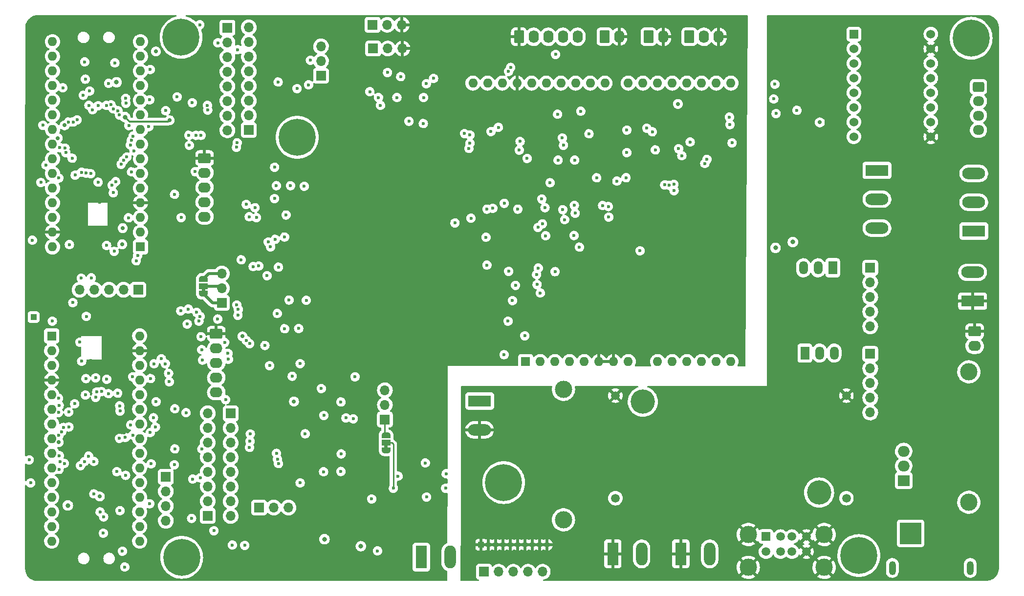
<source format=gbr>
%TF.GenerationSoftware,KiCad,Pcbnew,(6.0.0)*%
%TF.CreationDate,2022-05-16T13:53:17+01:00*%
%TF.ProjectId,RemoteLabs_supervisor_PCB,52656d6f-7465-44c6-9162-735f73757065,rev?*%
%TF.SameCoordinates,Original*%
%TF.FileFunction,Copper,L4,Bot*%
%TF.FilePolarity,Positive*%
%FSLAX46Y46*%
G04 Gerber Fmt 4.6, Leading zero omitted, Abs format (unit mm)*
G04 Created by KiCad (PCBNEW (6.0.0)) date 2022-05-16 13:53:17*
%MOMM*%
%LPD*%
G01*
G04 APERTURE LIST*
G04 Aperture macros list*
%AMRoundRect*
0 Rectangle with rounded corners*
0 $1 Rounding radius*
0 $2 $3 $4 $5 $6 $7 $8 $9 X,Y pos of 4 corners*
0 Add a 4 corners polygon primitive as box body*
4,1,4,$2,$3,$4,$5,$6,$7,$8,$9,$2,$3,0*
0 Add four circle primitives for the rounded corners*
1,1,$1+$1,$2,$3*
1,1,$1+$1,$4,$5*
1,1,$1+$1,$6,$7*
1,1,$1+$1,$8,$9*
0 Add four rect primitives between the rounded corners*
20,1,$1+$1,$2,$3,$4,$5,0*
20,1,$1+$1,$4,$5,$6,$7,0*
20,1,$1+$1,$6,$7,$8,$9,0*
20,1,$1+$1,$8,$9,$2,$3,0*%
%AMFreePoly0*
4,1,22,0.550000,-0.750000,0.000000,-0.750000,0.000000,-0.745033,-0.079941,-0.743568,-0.215256,-0.701293,-0.333266,-0.622738,-0.424486,-0.514219,-0.481581,-0.384460,-0.499164,-0.250000,-0.500000,-0.250000,-0.500000,0.250000,-0.499164,0.250000,-0.499963,0.256109,-0.478152,0.396186,-0.417904,0.524511,-0.324060,0.630769,-0.204165,0.706417,-0.067858,0.745374,0.000000,0.744959,0.000000,0.750000,
0.550000,0.750000,0.550000,-0.750000,0.550000,-0.750000,$1*%
%AMFreePoly1*
4,1,20,0.000000,0.744959,0.073905,0.744508,0.209726,0.703889,0.328688,0.626782,0.421226,0.519385,0.479903,0.390333,0.500000,0.250000,0.500000,-0.250000,0.499851,-0.262216,0.476331,-0.402017,0.414519,-0.529596,0.319384,-0.634700,0.198574,-0.708877,0.061801,-0.746166,0.000000,-0.745033,0.000000,-0.750000,-0.550000,-0.750000,-0.550000,0.750000,0.000000,0.750000,0.000000,0.744959,
0.000000,0.744959,$1*%
G04 Aperture macros list end*
%TA.AperFunction,ComponentPad*%
%ADD10R,1.700000X1.700000*%
%TD*%
%TA.AperFunction,ComponentPad*%
%ADD11O,1.700000X1.700000*%
%TD*%
%TA.AperFunction,ComponentPad*%
%ADD12RoundRect,0.250000X-0.725000X0.600000X-0.725000X-0.600000X0.725000X-0.600000X0.725000X0.600000X0*%
%TD*%
%TA.AperFunction,ComponentPad*%
%ADD13O,1.950000X1.700000*%
%TD*%
%TA.AperFunction,ComponentPad*%
%ADD14C,3.000000*%
%TD*%
%TA.AperFunction,ComponentPad*%
%ADD15R,1.980000X3.960000*%
%TD*%
%TA.AperFunction,ComponentPad*%
%ADD16O,1.980000X3.960000*%
%TD*%
%TA.AperFunction,ComponentPad*%
%ADD17R,3.960000X1.980000*%
%TD*%
%TA.AperFunction,ComponentPad*%
%ADD18O,3.960000X1.980000*%
%TD*%
%TA.AperFunction,ComponentPad*%
%ADD19RoundRect,0.250000X-0.620000X-0.845000X0.620000X-0.845000X0.620000X0.845000X-0.620000X0.845000X0*%
%TD*%
%TA.AperFunction,ComponentPad*%
%ADD20O,1.740000X2.190000*%
%TD*%
%TA.AperFunction,ComponentPad*%
%ADD21R,1.500000X2.300000*%
%TD*%
%TA.AperFunction,ComponentPad*%
%ADD22O,1.500000X2.300000*%
%TD*%
%TA.AperFunction,ComponentPad*%
%ADD23R,1.000000X1.000000*%
%TD*%
%TA.AperFunction,ComponentPad*%
%ADD24O,1.000000X1.000000*%
%TD*%
%TA.AperFunction,ComponentPad*%
%ADD25RoundRect,0.250000X-0.845000X0.620000X-0.845000X-0.620000X0.845000X-0.620000X0.845000X0.620000X0*%
%TD*%
%TA.AperFunction,ComponentPad*%
%ADD26O,2.190000X1.740000*%
%TD*%
%TA.AperFunction,ComponentPad*%
%ADD27C,0.800000*%
%TD*%
%TA.AperFunction,ComponentPad*%
%ADD28C,6.400000*%
%TD*%
%TA.AperFunction,WasherPad*%
%ADD29C,4.200000*%
%TD*%
%TA.AperFunction,ComponentPad*%
%ADD30C,1.500000*%
%TD*%
%TA.AperFunction,ComponentPad*%
%ADD31R,1.600000X1.600000*%
%TD*%
%TA.AperFunction,ComponentPad*%
%ADD32O,1.600000X1.600000*%
%TD*%
%TA.AperFunction,ComponentPad*%
%ADD33C,3.716000*%
%TD*%
%TA.AperFunction,ComponentPad*%
%ADD34R,3.716000X3.716000*%
%TD*%
%TA.AperFunction,ComponentPad*%
%ADD35O,1.200000X2.400000*%
%TD*%
%TA.AperFunction,ComponentPad*%
%ADD36R,2.000000X1.905000*%
%TD*%
%TA.AperFunction,ComponentPad*%
%ADD37O,2.000000X1.905000*%
%TD*%
%TA.AperFunction,ComponentPad*%
%ADD38R,1.500000X1.500000*%
%TD*%
%TA.AperFunction,ComponentPad*%
%ADD39R,1.524000X1.524000*%
%TD*%
%TA.AperFunction,ComponentPad*%
%ADD40C,1.524000*%
%TD*%
%TA.AperFunction,SMDPad,CuDef*%
%ADD41FreePoly0,90.000000*%
%TD*%
%TA.AperFunction,SMDPad,CuDef*%
%ADD42R,1.500000X1.000000*%
%TD*%
%TA.AperFunction,SMDPad,CuDef*%
%ADD43FreePoly1,90.000000*%
%TD*%
%TA.AperFunction,ViaPad*%
%ADD44C,0.600000*%
%TD*%
%TA.AperFunction,ViaPad*%
%ADD45C,0.700000*%
%TD*%
%TA.AperFunction,ViaPad*%
%ADD46C,0.800000*%
%TD*%
%TA.AperFunction,Conductor*%
%ADD47C,0.300000*%
%TD*%
%TA.AperFunction,Conductor*%
%ADD48C,0.500000*%
%TD*%
%TA.AperFunction,Conductor*%
%ADD49C,0.250000*%
%TD*%
G04 APERTURE END LIST*
%TO.C,JP1*%
G36*
X81427600Y-71156400D02*
G01*
X80827600Y-71156400D01*
X80827600Y-70656400D01*
X81427600Y-70656400D01*
X81427600Y-71156400D01*
G37*
%TO.C,JP2*%
G36*
X113076000Y-98283600D02*
G01*
X112476000Y-98283600D01*
X112476000Y-97783600D01*
X113076000Y-97783600D01*
X113076000Y-98283600D01*
G37*
%TD*%
D10*
%TO.P,J20,1,Pin_1*%
%TO.N,SERVO_1*%
X110439200Y-24942800D03*
D11*
%TO.P,J20,2,Pin_2*%
%TO.N,5V_DC_SERVO*%
X112979200Y-24942800D03*
%TO.P,J20,3,Pin_3*%
%TO.N,GNDD*%
X115519200Y-24942800D03*
%TD*%
D12*
%TO.P,J19,1,Pin_1*%
%TO.N,Net-(A4-Pad14)*%
X215392000Y-35690800D03*
D13*
%TO.P,J19,2,Pin_2*%
%TO.N,Net-(A4-Pad13)*%
X215392000Y-38190800D03*
%TO.P,J19,3,Pin_3*%
%TO.N,Net-(A4-Pad12)*%
X215392000Y-40690800D03*
%TO.P,J19,4,Pin_4*%
%TO.N,Net-(A4-Pad11)*%
X215392000Y-43190800D03*
%TD*%
D14*
%TO.P,F2,1*%
%TO.N,12V_DC_BUS*%
X143510000Y-88138000D03*
%TO.P,F2,2*%
%TO.N,/DC Motor Controller/HC*%
X143510000Y-110738000D03*
%TD*%
D15*
%TO.P,J31,1,Pin_1*%
%TO.N,GNDPWR*%
X152044400Y-116636800D03*
D16*
%TO.P,J31,2,Pin_2*%
%TO.N,5V_DC_RPI*%
X157044400Y-116636800D03*
%TD*%
D17*
%TO.P,J17,1,Pin_1*%
%TO.N,/DC Motor Controller/HC3*%
X197805200Y-50178600D03*
D18*
%TO.P,J17,2,Pin_2*%
%TO.N,/DC Motor Controller/HC2*%
X197805200Y-55178600D03*
%TO.P,J17,3,Pin_3*%
%TO.N,/DC Motor Controller/HC1*%
X197805200Y-60178600D03*
%TD*%
D10*
%TO.P,J15,1,Pin_1*%
%TO.N,/Supervisor MCU/MOSI*%
X101498400Y-33782000D03*
D11*
%TO.P,J15,2,Pin_2*%
%TO.N,/Supervisor MCU/SCK*%
X101498400Y-31242000D03*
%TO.P,J15,3,Pin_3*%
%TO.N,/Supervisor MCU/LATCH*%
X101498400Y-28702000D03*
%TD*%
D19*
%TO.P,J24,1,Pin_1*%
%TO.N,/Digital Sensor Buffers/D_IN_B*%
X158242000Y-27025600D03*
D20*
%TO.P,J24,2,Pin_2*%
%TO.N,GNDD*%
X160782000Y-27025600D03*
%TD*%
D21*
%TO.P,U18,1,IN*%
%TO.N,12V_DC_BUS*%
X190144400Y-67056000D03*
D22*
%TO.P,U18,2,GND*%
%TO.N,GND_PB*%
X187604400Y-67056000D03*
%TO.P,U18,3,OUT*%
%TO.N,5V_DC_SERVO*%
X185064400Y-67056000D03*
%TD*%
D10*
%TO.P,J9,1,Pin_1*%
%TO.N,/Student MCU/SPARE_0*%
X74625200Y-103286400D03*
D11*
%TO.P,J9,2,Pin_2*%
%TO.N,/Student MCU/SPARE_1*%
X74625200Y-105826400D03*
%TO.P,J9,3,Pin_3*%
%TO.N,/Student MCU/SPARE_2*%
X74625200Y-108366400D03*
%TO.P,J9,4,Pin_4*%
%TO.N,/Student MCU/SPARE_3*%
X74625200Y-110906400D03*
%TD*%
D19*
%TO.P,J23,1,Pin_1*%
%TO.N,/Digital Sensor Buffers/D_IN_A*%
X150622000Y-26994800D03*
D20*
%TO.P,J23,2,Pin_2*%
%TO.N,GNDD*%
X153162000Y-26994800D03*
%TD*%
D10*
%TO.P,J14,1,Pin_1*%
%TO.N,/Output Logic/SUPERVISOR_MOTOR_EN*%
X89001600Y-43180000D03*
D11*
%TO.P,J14,2,Pin_2*%
%TO.N,/Output Logic/MCU_MOTOR_SELECT*%
X89001600Y-40640000D03*
%TO.P,J14,3,Pin_3*%
%TO.N,/Output Logic/MCU_STEP_SELECT*%
X89001600Y-38100000D03*
%TO.P,J14,4,Pin_4*%
%TO.N,/Output Logic/MCU_PIXEL_SELECT*%
X89001600Y-35560000D03*
%TO.P,J14,5,Pin_5*%
%TO.N,/Output Logic/SUPERVISOR_DIRECTION*%
X89001600Y-33020000D03*
%TO.P,J14,6,Pin_6*%
%TO.N,/Output Logic/SUPERVISOR_STEP_EN*%
X89001600Y-30480000D03*
%TO.P,J14,7,Pin_7*%
%TO.N,/Output Logic/SUPERVISOR_STEP_RST*%
X89001600Y-27940000D03*
%TO.P,J14,8,Pin_8*%
%TO.N,/Supervisor MCU/SHIFT_REG_7*%
X89001600Y-25400000D03*
%TD*%
D15*
%TO.P,J30,1,Pin_1*%
%TO.N,GNDPWR*%
X163830000Y-116636800D03*
D16*
%TO.P,J30,2,Pin_2*%
%TO.N,12V_DC_BUS*%
X168830000Y-116636800D03*
%TD*%
D23*
%TO.P,J32,1,Pin_1*%
%TO.N,GNDPWR*%
X129250600Y-115062000D03*
D24*
%TO.P,J32,2,Pin_2*%
X130520600Y-115062000D03*
%TO.P,J32,3,Pin_3*%
X131790600Y-115062000D03*
%TO.P,J32,4,Pin_4*%
X133060600Y-115062000D03*
%TO.P,J32,5,Pin_5*%
X134330600Y-115062000D03*
%TO.P,J32,6,Pin_6*%
X135600600Y-115062000D03*
%TO.P,J32,7,Pin_7*%
X136870600Y-115062000D03*
%TO.P,J32,8,Pin_8*%
X138140600Y-115062000D03*
%TO.P,J32,9,Pin_9*%
X139410600Y-115062000D03*
%TO.P,J32,10,Pin_10*%
X140680600Y-115062000D03*
%TD*%
D25*
%TO.P,J26,1,Pin_1*%
%TO.N,GNDD*%
X83362800Y-78486000D03*
D26*
%TO.P,J26,2,Pin_2*%
%TO.N,3V3_DC_MCU*%
X83362800Y-81026000D03*
%TO.P,J26,3,Pin_3*%
%TO.N,/Student MCU/PROG_TX*%
X83362800Y-83566000D03*
%TO.P,J26,4,Pin_4*%
%TO.N,/Student MCU/PROG_RX*%
X83362800Y-86106000D03*
%TO.P,J26,5,Pin_5*%
%TO.N,/Student MCU/MCU_RESET*%
X83362800Y-88646000D03*
%TD*%
D10*
%TO.P,J29,1,Pin_1*%
%TO.N,5V_DC_RPI*%
X84328000Y-73137000D03*
D11*
%TO.P,J29,2,Pin_2*%
%TO.N,/Power Input & Distribution/5_to_3v3_reg*%
X84328000Y-70597000D03*
%TO.P,J29,3,Pin_3*%
%TO.N,USB_BUS*%
X84328000Y-68057000D03*
%TD*%
D15*
%TO.P,J22,1,Pin_1*%
%TO.N,Net-(J22-Pad1)*%
X118872000Y-117195600D03*
D16*
%TO.P,J22,2,Pin_2*%
%TO.N,Net-(J22-Pad2)*%
X123872000Y-117195600D03*
%TD*%
D27*
%TO.P,H5,1*%
%TO.N,N/C*%
X131449744Y-105989456D03*
X131449744Y-102595344D03*
X134843856Y-102595344D03*
X133146800Y-106692400D03*
D28*
X133146800Y-104292400D03*
D27*
X130746800Y-104292400D03*
X134843856Y-105989456D03*
X135546800Y-104292400D03*
X133146800Y-101892400D03*
%TD*%
D10*
%TO.P,J21,1,Pin_1*%
%TO.N,SERVO_2*%
X110540800Y-29057600D03*
D11*
%TO.P,J21,2,Pin_2*%
%TO.N,5V_DC_SERVO*%
X113080800Y-29057600D03*
%TO.P,J21,3,Pin_3*%
%TO.N,GNDD*%
X115620800Y-29057600D03*
%TD*%
D29*
%TO.P,A5,*%
%TO.N,*%
X157251400Y-90271600D03*
X187782200Y-106019600D03*
D30*
%TO.P,A5,1,IN-*%
%TO.N,GNDPWR*%
X192506600Y-89204800D03*
%TO.P,A5,2,IN+*%
%TO.N,12V_DC_BUS*%
X192506600Y-106984800D03*
%TO.P,A5,3,OUT-*%
%TO.N,GNDPWR*%
X152501600Y-89204800D03*
%TO.P,A5,4,Out+*%
%TO.N,5V_DC_RPI*%
X152501600Y-106984800D03*
%TD*%
D19*
%TO.P,J2,1,Pin_1*%
%TO.N,5V_DC_LED*%
X165303200Y-27025600D03*
D20*
%TO.P,J2,2,Pin_2*%
%TO.N,Net-(J2-Pad2)*%
X167843200Y-27025600D03*
%TO.P,J2,3,Pin_3*%
%TO.N,GNDD*%
X170383200Y-27025600D03*
%TD*%
D14*
%TO.P,F1,1*%
%TO.N,/Power Input & Distribution/12V_DC*%
X213715600Y-107696000D03*
%TO.P,F1,2*%
%TO.N,/Power Input & Distribution/12V*%
X213715600Y-85096000D03*
%TD*%
D10*
%TO.P,J10,1,Pin_1*%
%TO.N,/Output Logic/STUDENT_MOTOR_EN*%
X85852000Y-92303600D03*
D11*
%TO.P,J10,2,Pin_2*%
%TO.N,/Student MCU/SHIFT_1*%
X85852000Y-94843600D03*
%TO.P,J10,3,Pin_3*%
%TO.N,/Student MCU/SHIFT_2*%
X85852000Y-97383600D03*
%TO.P,J10,4,Pin_4*%
%TO.N,/Student MCU/SHIFT_3*%
X85852000Y-99923600D03*
%TO.P,J10,5,Pin_5*%
%TO.N,/Output Logic/STUDENT_DIRECTION*%
X85852000Y-102463600D03*
%TO.P,J10,6,Pin_6*%
%TO.N,/Output Logic/STUDENT_STEP_EN*%
X85852000Y-105003600D03*
%TO.P,J10,7,Pin_7*%
%TO.N,/Output Logic/STUDENT_STEP_RST*%
X85852000Y-107543600D03*
%TO.P,J10,8,Pin_8*%
%TO.N,/Student MCU/SHIFT_7*%
X85852000Y-110083600D03*
%TD*%
D27*
%TO.P,H1,1*%
%TO.N,N/C*%
X78963856Y-25430144D03*
X79666800Y-27127200D03*
X78963856Y-28824256D03*
X74866800Y-27127200D03*
X77266800Y-24727200D03*
X77266800Y-29527200D03*
D28*
X77266800Y-27127200D03*
D27*
X75569744Y-25430144D03*
X75569744Y-28824256D03*
%TD*%
D17*
%TO.P,J16,1,Pin_1*%
%TO.N,/DC Motor Controller/HC*%
X128981200Y-90148200D03*
D18*
%TO.P,J16,2,Pin_2*%
%TO.N,GNDPWR*%
X128981200Y-95148200D03*
%TD*%
D17*
%TO.P,J18,1,Pin_1*%
%TO.N,/DC Motor Controller/HC1*%
X214579200Y-60706000D03*
D18*
%TO.P,J18,2,Pin_2*%
%TO.N,/DC Motor Controller/HC2*%
X214579200Y-55706000D03*
%TO.P,J18,3,Pin_3*%
%TO.N,/DC Motor Controller/HC3*%
X214579200Y-50706000D03*
%TD*%
D10*
%TO.P,J33,1,Pin_1*%
%TO.N,12V_DC_BUS*%
X196646800Y-81991200D03*
D11*
%TO.P,J33,2,Pin_2*%
X196646800Y-84531200D03*
%TO.P,J33,3,Pin_3*%
X196646800Y-87071200D03*
%TO.P,J33,4,Pin_4*%
X196646800Y-89611200D03*
%TO.P,J33,5,Pin_5*%
X196646800Y-92151200D03*
%TD*%
D27*
%TO.P,H2,1*%
%TO.N,N/C*%
X79065456Y-115549344D03*
X79768400Y-117246400D03*
X77368400Y-119646400D03*
X77368400Y-114846400D03*
X79065456Y-118943456D03*
X75671344Y-115549344D03*
X74968400Y-117246400D03*
D28*
X77368400Y-117246400D03*
D27*
X75671344Y-118943456D03*
%TD*%
D31*
%TO.P,A2,1,D1/TX*%
%TO.N,/Supervisor MCU/PROG_TX*%
X70231000Y-63432923D03*
D32*
%TO.P,A2,2,D0/RX*%
%TO.N,/Supervisor MCU/PROG_RX*%
X70231000Y-60892923D03*
%TO.P,A2,3,~{RESET}*%
%TO.N,/Supervisor MCU/MCU_RESET*%
X70231000Y-58352923D03*
%TO.P,A2,4,GND*%
%TO.N,GNDD*%
X70231000Y-55812923D03*
%TO.P,A2,5,D2*%
%TO.N,/Digital Sensor Buffers/D_OUT_E1*%
X70231000Y-53272923D03*
%TO.P,A2,6,D3*%
%TO.N,/Digital Sensor Buffers/D_OUT_C1*%
X70231000Y-50732923D03*
%TO.P,A2,7,D4*%
%TO.N,/Digital Sensor Buffers/D_OUT_D1*%
X70231000Y-48192923D03*
%TO.P,A2,8,D5*%
%TO.N,/Output Logic/SUPERVISOR_PIXEL_DATA*%
X70231000Y-45652923D03*
%TO.P,A2,9,D6*%
%TO.N,/Output Logic/SUPERVISOR_STEP*%
X70231000Y-43112923D03*
%TO.P,A2,10,D7*%
%TO.N,/Output Logic/MOTOR_DIR_B*%
X70231000Y-40572923D03*
%TO.P,A2,11,D8*%
%TO.N,/Supervisor MCU/LATCH*%
X70231000Y-38032923D03*
%TO.P,A2,12,D9*%
%TO.N,SERVO_1*%
X70231000Y-35492923D03*
%TO.P,A2,13,D10*%
%TO.N,/Output Logic/SUPERVISOR_MOTOR_PWM*%
X70231000Y-32952923D03*
%TO.P,A2,14,D11*%
%TO.N,/Supervisor MCU/MOSI*%
X70231000Y-30412923D03*
%TO.P,A2,15,D12*%
%TO.N,/Output Logic/MOTOR_DIR_A*%
X70231000Y-27872923D03*
%TO.P,A2,16,D13*%
%TO.N,/Supervisor MCU/SCK*%
X54991000Y-27872923D03*
%TO.P,A2,17,3V3*%
%TO.N,3V3_DC_MCU*%
X54991000Y-30412923D03*
%TO.P,A2,18,AREF*%
%TO.N,unconnected-(A2-Pad18)*%
X54991000Y-32952923D03*
%TO.P,A2,19,A0*%
%TO.N,/Supervisor MCU/STDNT_DC_M_DIR_2*%
X54991000Y-35492923D03*
%TO.P,A2,20,A1*%
%TO.N,/Supervisor MCU/STDNT_DC_M_DIR_1*%
X54991000Y-38032923D03*
%TO.P,A2,21,A2*%
%TO.N,/Supervisor MCU/STDNT_SRVO_RX_1*%
X54991000Y-40572923D03*
%TO.P,A2,22,A3*%
%TO.N,/Analog Sensor Buffers/A_OUT_C1*%
X54991000Y-43112923D03*
%TO.P,A2,23,A4*%
%TO.N,/Digital Sensor Buffers/D_OUT_A1*%
X54991000Y-45652923D03*
%TO.P,A2,24,A5*%
%TO.N,/Digital Sensor Buffers/D_OUT_F1*%
X54991000Y-48192923D03*
%TO.P,A2,25,A6*%
%TO.N,/Analog Sensor Buffers/A_OUT_B1*%
X54991000Y-50732923D03*
%TO.P,A2,26,A7*%
%TO.N,/Analog Sensor Buffers/A_OUT_A1*%
X54991000Y-53272923D03*
%TO.P,A2,27,+5V*%
%TO.N,unconnected-(A2-Pad27)*%
X54991000Y-55812923D03*
%TO.P,A2,28,~{RESET}*%
%TO.N,/Supervisor MCU/MCU_RESET*%
X54991000Y-58352923D03*
%TO.P,A2,29,GND*%
%TO.N,GNDD*%
X54991000Y-60892923D03*
%TO.P,A2,30,VIN*%
%TO.N,unconnected-(A2-Pad30)*%
X54991000Y-63432923D03*
%TD*%
D10*
%TO.P,J36,1,Pin_1*%
%TO.N,3V3_DC_MCU*%
X69850000Y-70866000D03*
D11*
%TO.P,J36,2,Pin_2*%
X67310000Y-70866000D03*
%TO.P,J36,3,Pin_3*%
X64770000Y-70866000D03*
%TO.P,J36,4,Pin_4*%
X62230000Y-70866000D03*
%TO.P,J36,5,Pin_5*%
X59690000Y-70866000D03*
%TD*%
D23*
%TO.P,J28,1,Pin_1*%
%TO.N,Net-(J28-Pad1)*%
X51714400Y-75590400D03*
%TD*%
D21*
%TO.P,U1,1,IN*%
%TO.N,12V_DC_BUS*%
X185318400Y-81838800D03*
D22*
%TO.P,U1,2,GND*%
%TO.N,GND_PB*%
X187858400Y-81838800D03*
%TO.P,U1,3,OUT*%
%TO.N,5V_DC_LED*%
X190398400Y-81838800D03*
%TD*%
D33*
%TO.P,J3,1,V-*%
%TO.N,GNDPWR*%
X210820000Y-113080800D03*
D34*
%TO.P,J3,2,V+*%
%TO.N,/Power Input & Distribution/12V_DC*%
X203620000Y-113080800D03*
D35*
%TO.P,J3,S1,S1*%
%TO.N,unconnected-(J3-PadS1)*%
X200470000Y-119080800D03*
%TO.P,J3,S2,S2*%
%TO.N,unconnected-(J3-PadS2)*%
X213970000Y-119080800D03*
%TD*%
D25*
%TO.P,J1,1,Pin_1*%
%TO.N,GNDD*%
X81330800Y-48056800D03*
D26*
%TO.P,J1,2,Pin_2*%
%TO.N,3V3_DC_MCU*%
X81330800Y-50596800D03*
%TO.P,J1,3,Pin_3*%
%TO.N,/Supervisor MCU/PROG_TX*%
X81330800Y-53136800D03*
%TO.P,J1,4,Pin_4*%
%TO.N,/Supervisor MCU/PROG_RX*%
X81330800Y-55676800D03*
%TO.P,J1,5,Pin_5*%
%TO.N,/Supervisor MCU/MCU_RESET*%
X81330800Y-58216800D03*
%TD*%
D31*
%TO.P,A1,1,D1/TX*%
%TO.N,/Student MCU/PROG_TX*%
X54856000Y-78868500D03*
D32*
%TO.P,A1,2,D0/RX*%
%TO.N,/Student MCU/PROG_RX*%
X54856000Y-81408500D03*
%TO.P,A1,3,~{RESET}*%
%TO.N,/Student MCU/MCU_RESET*%
X54856000Y-83948500D03*
%TO.P,A1,4,GND*%
%TO.N,GNDD*%
X54856000Y-86488500D03*
%TO.P,A1,5,D2*%
%TO.N,OE_B*%
X54856000Y-89028500D03*
%TO.P,A1,6,D3*%
%TO.N,OE_A*%
X54856000Y-91568500D03*
%TO.P,A1,7,D4*%
%TO.N,OE_IDX*%
X54856000Y-94108500D03*
%TO.P,A1,8,D5*%
%TO.N,/Output Logic/STUDENT_PIXEL_DATA*%
X54856000Y-96648500D03*
%TO.P,A1,9,D6*%
%TO.N,/Output Logic/STUDENT_STEP*%
X54856000Y-99188500D03*
%TO.P,A1,10,D7*%
%TO.N,/Student MCU/DC_MOTOR_DIR2*%
X54856000Y-101728500D03*
%TO.P,A1,11,D8*%
%TO.N,/Student MCU/LATCH*%
X54856000Y-104268500D03*
%TO.P,A1,12,D9*%
%TO.N,/Student MCU/SERVO_1*%
X54856000Y-106808500D03*
%TO.P,A1,13,D10*%
%TO.N,/Output Logic/STUDENT_MOTOR_PWM*%
X54856000Y-109348500D03*
%TO.P,A1,14,D11*%
%TO.N,/Student MCU/MOSI*%
X54856000Y-111888500D03*
%TO.P,A1,15,D12*%
%TO.N,/Student MCU/DC_MOTOR_DIR1*%
X54856000Y-114428500D03*
%TO.P,A1,16,D13*%
%TO.N,/Student MCU/SCK*%
X70096000Y-114428500D03*
%TO.P,A1,17,3V3*%
%TO.N,3V3_DC_MCU*%
X70096000Y-111888500D03*
%TO.P,A1,18,AREF*%
%TO.N,unconnected-(A1-Pad18)*%
X70096000Y-109348500D03*
%TO.P,A1,19,A0*%
%TO.N,/Student MCU/SPARE_0*%
X70096000Y-106808500D03*
%TO.P,A1,20,A1*%
%TO.N,/Student MCU/SPARE_1*%
X70096000Y-104268500D03*
%TO.P,A1,21,A2*%
%TO.N,/Student MCU/SPARE_2*%
X70096000Y-101728500D03*
%TO.P,A1,22,A3*%
%TO.N,/Analog Sensor Buffers/A_OUT_C2*%
X70096000Y-99188500D03*
%TO.P,A1,23,A4*%
%TO.N,LIMIT_1*%
X70096000Y-96648500D03*
%TO.P,A1,24,A5*%
%TO.N,STU_STP_FLT*%
X70096000Y-94108500D03*
%TO.P,A1,25,A6*%
%TO.N,/Analog Sensor Buffers/A_OUT_B2*%
X70096000Y-91568500D03*
%TO.P,A1,26,A7*%
%TO.N,/Analog Sensor Buffers/A_OUT_A2*%
X70096000Y-89028500D03*
%TO.P,A1,27,+5V*%
%TO.N,unconnected-(A1-Pad27)*%
X70096000Y-86488500D03*
%TO.P,A1,28,~{RESET}*%
%TO.N,/Student MCU/MCU_RESET*%
X70096000Y-83948500D03*
%TO.P,A1,29,GND*%
%TO.N,GNDD*%
X70096000Y-81408500D03*
%TO.P,A1,30,VIN*%
%TO.N,unconnected-(A1-Pad30)*%
X70096000Y-78868500D03*
%TD*%
D31*
%TO.P,A3,1,NC*%
%TO.N,unconnected-(A3-Pad1)*%
X136956800Y-83309520D03*
D32*
%TO.P,A3,2,IOREF*%
%TO.N,unconnected-(A3-Pad2)*%
X139496800Y-83309520D03*
%TO.P,A3,3,~{RESET}*%
%TO.N,unconnected-(A3-Pad3)*%
X142036800Y-83309520D03*
%TO.P,A3,4,3V3*%
%TO.N,unconnected-(A3-Pad4)*%
X144576800Y-83309520D03*
%TO.P,A3,5,5V*%
%TO.N,unconnected-(A3-Pad5)*%
X147116800Y-83309520D03*
%TO.P,A3,6,GND*%
%TO.N,GNDD*%
X149656800Y-83309520D03*
%TO.P,A3,7,GND*%
X152196800Y-83309520D03*
%TO.P,A3,8,Vin*%
%TO.N,unconnected-(A3-Pad8)*%
X154736800Y-83309520D03*
%TO.P,A3,9,IS_1*%
%TO.N,M_I_SENSE_1*%
X159816800Y-83309520D03*
%TO.P,A3,10,IS_2*%
%TO.N,M_I_SENSE_2*%
X162356800Y-83309520D03*
%TO.P,A3,11,A2*%
%TO.N,unconnected-(A3-Pad11)*%
X164896800Y-83309520D03*
%TO.P,A3,12,A3*%
%TO.N,unconnected-(A3-Pad12)*%
X167436800Y-83309520D03*
%TO.P,A3,13,A4*%
%TO.N,unconnected-(A3-Pad13)*%
X169976800Y-83309520D03*
%TO.P,A3,14,A5*%
%TO.N,unconnected-(A3-Pad14)*%
X172516800Y-83309520D03*
%TO.P,A3,15,D0/RX*%
%TO.N,unconnected-(A3-Pad15)*%
X172516800Y-35049520D03*
%TO.P,A3,16,D1/TX*%
%TO.N,unconnected-(A3-Pad16)*%
X169976800Y-35049520D03*
%TO.P,A3,17,D2*%
%TO.N,unconnected-(A3-Pad17)*%
X167436800Y-35049520D03*
%TO.P,A3,18,IN_1*%
%TO.N,/DC Motor Controller/IN_1*%
X164896800Y-35049520D03*
%TO.P,A3,19,D4*%
%TO.N,unconnected-(A3-Pad19)*%
X162356800Y-35049520D03*
%TO.P,A3,20,D5*%
%TO.N,unconnected-(A3-Pad20)*%
X159816800Y-35049520D03*
%TO.P,A3,21,D6*%
%TO.N,unconnected-(A3-Pad21)*%
X157276800Y-35049520D03*
%TO.P,A3,22,D7*%
%TO.N,unconnected-(A3-Pad22)*%
X154736800Y-35049520D03*
%TO.P,A3,23,D8*%
%TO.N,unconnected-(A3-Pad23)*%
X150676800Y-35049520D03*
%TO.P,A3,24,D9*%
%TO.N,unconnected-(A3-Pad24)*%
X148136800Y-35049520D03*
%TO.P,A3,25,D10*%
%TO.N,unconnected-(A3-Pad25)*%
X145596800Y-35049520D03*
%TO.P,A3,26,IN_2*%
%TO.N,/DC Motor Controller/IN_2*%
X143056800Y-35049520D03*
%TO.P,A3,27,INH_1*%
%TO.N,/DC Motor Controller/ENABLE*%
X140516800Y-35049520D03*
%TO.P,A3,28,INH_2*%
X137976800Y-35049520D03*
%TO.P,A3,29,GND*%
%TO.N,GNDD*%
X135436800Y-35049520D03*
%TO.P,A3,30,AREF*%
%TO.N,unconnected-(A3-Pad30)*%
X132896800Y-35049520D03*
%TO.P,A3,31,SDA/A4*%
%TO.N,unconnected-(A3-Pad31)*%
X130356800Y-35049520D03*
%TO.P,A3,32,SCL/A5*%
%TO.N,unconnected-(A3-Pad32)*%
X127816800Y-35049520D03*
%TD*%
D36*
%TO.P,Q1,1,G*%
%TO.N,/Power Input & Distribution/01*%
X202438000Y-103936800D03*
D37*
%TO.P,Q1,2,D*%
%TO.N,/Power Input & Distribution/12V*%
X202438000Y-101396800D03*
%TO.P,Q1,3,S*%
%TO.N,12V_DC_BUS*%
X202438000Y-98856800D03*
%TD*%
D19*
%TO.P,J25,1,Pin_1*%
%TO.N,GNDD*%
X135788400Y-27025600D03*
D20*
%TO.P,J25,2,Pin_2*%
%TO.N,/Digital Sensor Buffers/D_IN_E*%
X138328400Y-27025600D03*
%TO.P,J25,3,Pin_3*%
%TO.N,/Digital Sensor Buffers/D_IN_D*%
X140868400Y-27025600D03*
%TO.P,J25,4,Pin_4*%
%TO.N,/Digital Sensor Buffers/D_IN_C*%
X143408400Y-27025600D03*
%TO.P,J25,5,Pin_5*%
%TO.N,3V3_DC_MCU*%
X145948400Y-27025600D03*
%TD*%
D10*
%TO.P,J27,1,Pin_1*%
%TO.N,Net-(J27-Pad1)*%
X112572800Y-93355400D03*
D11*
%TO.P,J27,2,Pin_2*%
%TO.N,A_BUFFER_OUT_A*%
X112572800Y-90815400D03*
%TO.P,J27,3,Pin_3*%
%TO.N,A_BUFFER_OUT_B*%
X112572800Y-88275400D03*
%TD*%
D10*
%TO.P,J11,1,Pin_1*%
%TO.N,/Student MCU/MOSI*%
X90779600Y-108610400D03*
D11*
%TO.P,J11,2,Pin_2*%
%TO.N,/Student MCU/SCK*%
X93319600Y-108610400D03*
%TO.P,J11,3,Pin_3*%
%TO.N,/Student MCU/LATCH*%
X95859600Y-108610400D03*
%TD*%
D10*
%TO.P,J8,1,Pin_1*%
%TO.N,Net-(J8-Pad1)*%
X81889600Y-110032800D03*
D11*
%TO.P,J8,2,Pin_2*%
%TO.N,Net-(J8-Pad2)*%
X81889600Y-107492800D03*
%TO.P,J8,3,Pin_3*%
%TO.N,Net-(J8-Pad3)*%
X81889600Y-104952800D03*
%TO.P,J8,4,Pin_4*%
%TO.N,Net-(J8-Pad4)*%
X81889600Y-102412800D03*
%TO.P,J8,5,Pin_5*%
%TO.N,Net-(J8-Pad5)*%
X81889600Y-99872800D03*
%TO.P,J8,6,Pin_6*%
%TO.N,Net-(J8-Pad6)*%
X81889600Y-97332800D03*
%TO.P,J8,7,Pin_7*%
%TO.N,Net-(J8-Pad7)*%
X81889600Y-94792800D03*
%TO.P,J8,8,Pin_8*%
%TO.N,/Student MCU/MODE_2*%
X81889600Y-92252800D03*
%TD*%
D27*
%TO.P,H6,1*%
%TO.N,N/C*%
X196362656Y-118638656D03*
X192968544Y-118638656D03*
X196362656Y-115244544D03*
D28*
X194665600Y-116941600D03*
D27*
X194665600Y-114541600D03*
X197065600Y-116941600D03*
X192265600Y-116941600D03*
X192968544Y-115244544D03*
X194665600Y-119341600D03*
%TD*%
%TO.P,H3,1*%
%TO.N,N/C*%
X215819056Y-28976656D03*
X216522000Y-27279600D03*
D28*
X214122000Y-27279600D03*
D27*
X215819056Y-25582544D03*
X212424944Y-25582544D03*
X214122000Y-29679600D03*
X212424944Y-28976656D03*
X214122000Y-24879600D03*
X211722000Y-27279600D03*
%TD*%
D10*
%TO.P,J34,1,Pin_1*%
%TO.N,5V_DC_LED*%
X196646800Y-67061000D03*
D11*
%TO.P,J34,2,Pin_2*%
X196646800Y-69601000D03*
%TO.P,J34,3,Pin_3*%
X196646800Y-72141000D03*
%TO.P,J34,4,Pin_4*%
X196646800Y-74681000D03*
%TO.P,J34,5,Pin_5*%
X196646800Y-77221000D03*
%TD*%
D10*
%TO.P,J35,1,Pin_1*%
%TO.N,5V_DC_RPI*%
X129748200Y-119735600D03*
D11*
%TO.P,J35,2,Pin_2*%
X132288200Y-119735600D03*
%TO.P,J35,3,Pin_3*%
X134828200Y-119735600D03*
%TO.P,J35,4,Pin_4*%
X137368200Y-119735600D03*
%TO.P,J35,5,Pin_5*%
X139908200Y-119735600D03*
%TD*%
D25*
%TO.P,J4,1,Pin_1*%
%TO.N,GNDPWR*%
X214731600Y-78079600D03*
D26*
%TO.P,J4,2,Pin_2*%
%TO.N,12V_DC_BUS*%
X214731600Y-80619600D03*
%TD*%
D38*
%TO.P,J5,1,VBUS1*%
%TO.N,5V_DC_RPI*%
X178584000Y-113643600D03*
D30*
%TO.P,J5,2,D1-*%
%TO.N,unconnected-(J5-Pad2)*%
X181084000Y-113643600D03*
%TO.P,J5,3,D1+*%
%TO.N,unconnected-(J5-Pad3)*%
X183084000Y-113643600D03*
%TO.P,J5,4,GND1*%
%TO.N,GNDPWR*%
X185584000Y-113643600D03*
%TO.P,J5,5,VBUS2*%
%TO.N,5V_DC_RPI*%
X178584000Y-116263600D03*
%TO.P,J5,6,D2-*%
%TO.N,unconnected-(J5-Pad6)*%
X181084000Y-116263600D03*
%TO.P,J5,7,D2+*%
%TO.N,unconnected-(J5-Pad7)*%
X183084000Y-116263600D03*
%TO.P,J5,8,GND2*%
%TO.N,GNDPWR*%
X185584000Y-116263600D03*
D14*
%TO.P,J5,9,Shield*%
X188654000Y-118973600D03*
X188654000Y-113293600D03*
X175514000Y-118973600D03*
X175514000Y-113293600D03*
%TD*%
D17*
%TO.P,J6,1,Pin_1*%
%TO.N,GNDPWR*%
X214376000Y-72847200D03*
D18*
%TO.P,J6,2,Pin_2*%
%TO.N,5V_DC_LED*%
X214376000Y-67847200D03*
%TD*%
D27*
%TO.P,H4,1*%
%TO.N,N/C*%
X99783600Y-44450000D03*
X97383600Y-42050000D03*
X99080656Y-42752944D03*
X97383600Y-46850000D03*
D28*
X97383600Y-44450000D03*
D27*
X99080656Y-46147056D03*
X95686544Y-42752944D03*
X95686544Y-46147056D03*
X94983600Y-44450000D03*
%TD*%
D10*
%TO.P,J12,1,Pin_1*%
%TO.N,Net-(J12-Pad1)*%
X85293200Y-25450800D03*
D11*
%TO.P,J12,2,Pin_2*%
%TO.N,Net-(J12-Pad2)*%
X85293200Y-27990800D03*
%TO.P,J12,3,Pin_3*%
%TO.N,Net-(J12-Pad3)*%
X85293200Y-30530800D03*
%TO.P,J12,4,Pin_4*%
%TO.N,Net-(J12-Pad4)*%
X85293200Y-33070800D03*
%TO.P,J12,5,Pin_5*%
%TO.N,Net-(J12-Pad5)*%
X85293200Y-35610800D03*
%TO.P,J12,6,Pin_6*%
%TO.N,Net-(J12-Pad6)*%
X85293200Y-38150800D03*
%TO.P,J12,7,Pin_7*%
%TO.N,SERVO_2*%
X85293200Y-40690800D03*
%TO.P,J12,8,Pin_8*%
%TO.N,MODE_2*%
X85293200Y-43230800D03*
%TD*%
D39*
%TO.P,A4,1,EN*%
%TO.N,/Output Logic/STEP_EN_OUT*%
X193802000Y-26568400D03*
D40*
%TO.P,A4,2,MODE_0*%
%TO.N,MODE_0*%
X193802000Y-29108400D03*
%TO.P,A4,3,MODE_1*%
%TO.N,MODE_1*%
X193802000Y-31648400D03*
%TO.P,A4,4,MODE_2*%
%TO.N,MODE_2*%
X193802000Y-34188400D03*
%TO.P,A4,5,~{RESET}*%
%TO.N,/Output Logic/STEP_RST_OUT*%
X193802000Y-36728400D03*
%TO.P,A4,6,~{SLEEP}*%
%TO.N,3V3_DC_MCU*%
X193802000Y-39268400D03*
%TO.P,A4,7,STEP*%
%TO.N,/Output Logic/STEPP_STEP_OUT*%
X193802000Y-41808400D03*
%TO.P,A4,8,DIR*%
%TO.N,/Output Logic/DIRECTION_OUT*%
X193802000Y-44348400D03*
%TO.P,A4,9,GND_D*%
%TO.N,GNDPWR*%
X207137000Y-44348400D03*
%TO.P,A4,10,FAULT*%
%TO.N,STPPR_FAULT*%
X207137000Y-41808400D03*
%TO.P,A4,11,2A*%
%TO.N,Net-(A4-Pad11)*%
X207137000Y-39268400D03*
%TO.P,A4,12,1A*%
%TO.N,Net-(A4-Pad12)*%
X207137000Y-36728400D03*
%TO.P,A4,13,1B*%
%TO.N,Net-(A4-Pad13)*%
X207137000Y-34188400D03*
%TO.P,A4,14,2B*%
%TO.N,Net-(A4-Pad14)*%
X207137000Y-31648400D03*
%TO.P,A4,15,GND_P*%
%TO.N,GNDPWR*%
X207137000Y-29108400D03*
%TO.P,A4,16,VMOT*%
%TO.N,12V_DC_BUS*%
X207137000Y-26568400D03*
%TD*%
D41*
%TO.P,JP1,1,A*%
%TO.N,5V_DC_RPI*%
X81127600Y-71556400D03*
D42*
%TO.P,JP1,2,C*%
%TO.N,/Power Input & Distribution/5_to_3v3_reg*%
X81127600Y-70256400D03*
D43*
%TO.P,JP1,3,B*%
%TO.N,USB_BUS*%
X81127600Y-68956400D03*
%TD*%
D41*
%TO.P,JP2,1,A*%
%TO.N,GNDA*%
X112776000Y-98683600D03*
D42*
%TO.P,JP2,2,C*%
%TO.N,A_BUFFER_IN*%
X112776000Y-97383600D03*
D43*
%TO.P,JP2,3,B*%
%TO.N,Net-(J27-Pad1)*%
X112776000Y-96083600D03*
%TD*%
D44*
%TO.N,/Student MCU/PROG_TX*%
X68537670Y-94299700D03*
X78130400Y-92172199D03*
D45*
%TO.N,3V3_DC_MCU*%
X67056000Y-62992000D03*
X56054438Y-97268907D03*
X87884000Y-78943200D03*
X72898000Y-29565600D03*
X163322000Y-38658800D03*
X67157600Y-60198000D03*
D46*
X67564000Y-40944800D03*
D45*
X63195200Y-106699400D03*
D46*
X102108000Y-114096800D03*
X108407200Y-115316000D03*
D45*
X187909200Y-41859200D03*
X96824800Y-90220800D03*
X55903333Y-44579067D03*
X75285600Y-41503600D03*
X57099200Y-42367200D03*
D44*
%TO.N,/Student MCU/PROG_RX*%
X72927004Y-90273158D03*
%TO.N,/Student MCU/MCU_RESET*%
X71831200Y-107950000D03*
X86156800Y-115112800D03*
X88290400Y-115163600D03*
X79095600Y-110490000D03*
%TO.N,/Student MCU/SPARE_0*%
X66676365Y-109139547D03*
X60706000Y-89103200D03*
%TO.N,/Student MCU/SPARE_1*%
X62653751Y-88572730D03*
X71932800Y-95605600D03*
%TO.N,OE_B*%
X79959200Y-74777600D03*
X56184800Y-99618800D03*
X78536800Y-74218800D03*
X86918800Y-73507600D03*
%TO.N,/Student MCU/SPARE_2*%
X56095358Y-96114454D03*
%TO.N,OE_A*%
X80363041Y-76304159D03*
X78333600Y-76809600D03*
X57059524Y-100960600D03*
X60870111Y-75477089D03*
X97891600Y-83667600D03*
%TO.N,/Analog Sensor Buffers/A_OUT_C2*%
X76200000Y-98450400D03*
X80873600Y-98450400D03*
X82956400Y-112623600D03*
X110286800Y-107137200D03*
X56575631Y-95475282D03*
%TO.N,OE_IDX*%
X87121841Y-75285759D03*
X73843211Y-82823989D03*
X64373452Y-86380581D03*
X80721200Y-78994000D03*
X83616800Y-75946000D03*
%TO.N,LIMIT_1*%
X85478451Y-82923813D03*
X92608400Y-84023200D03*
X58841300Y-90626409D03*
%TO.N,/Output Logic/STUDENT_PIXEL_DATA*%
X74544814Y-83688814D03*
X72586080Y-83688814D03*
X142046590Y-67726190D03*
X80846134Y-81252534D03*
X146262989Y-63485100D03*
X88555927Y-79638456D03*
X56036644Y-92124221D03*
X84837934Y-80009808D03*
%TO.N,STU_STP_FLT*%
X77216000Y-74523600D03*
X87172800Y-74269600D03*
X80568800Y-75488800D03*
X56157557Y-90897752D03*
%TO.N,/Output Logic/STUDENT_STEP*%
X85381951Y-81878700D03*
X75102389Y-85363989D03*
X80975200Y-83058000D03*
X68884800Y-85953600D03*
X57797258Y-92067762D03*
X89132805Y-80192005D03*
%TO.N,/Analog Sensor Buffers/A_OUT_B2*%
X84988400Y-89916000D03*
X56872629Y-94732991D03*
X97891600Y-104343200D03*
%TO.N,/Student MCU/DC_MOTOR_DIR2*%
X59978800Y-68868800D03*
X58515489Y-73095089D03*
%TO.N,/Analog Sensor Buffers/A_OUT_A2*%
X62484000Y-89509600D03*
X75234800Y-86817200D03*
X98770100Y-95836367D03*
%TO.N,/Student MCU/LATCH*%
X89255600Y-95859600D03*
%TO.N,/Student MCU/SERVO_1*%
X51206400Y-104343200D03*
%TO.N,/Output Logic/STUDENT_MOTOR_PWM*%
X139741905Y-55138980D03*
%TO.N,/Student MCU/MOSI*%
X89204800Y-97129600D03*
%TO.N,/Student MCU/DC_MOTOR_DIR1*%
X61719567Y-68806500D03*
%TO.N,/Student MCU/SCK*%
X62155257Y-106242610D03*
X62164987Y-100625062D03*
X89103200Y-98196400D03*
%TO.N,/Supervisor MCU/PROG_TX*%
X56235600Y-46228000D03*
%TO.N,/Supervisor MCU/PROG_RX*%
X57173083Y-46317479D03*
%TO.N,/Supervisor MCU/MCU_RESET*%
X79705200Y-50393600D03*
X77283077Y-58352923D03*
X76568984Y-37437116D03*
X79197200Y-38455600D03*
%TO.N,/Supervisor MCU/STDNT_DC_M_DIR_2*%
X64359374Y-63176611D03*
X65313900Y-52745300D03*
%TO.N,/Supervisor MCU/STDNT_DC_M_DIR_1*%
X65684400Y-64211200D03*
X60835316Y-50652961D03*
X52984400Y-52273200D03*
X53315086Y-42353953D03*
%TO.N,/Digital Sensor Buffers/D_OUT_E1*%
X88560550Y-56067050D03*
X76123080Y-54331320D03*
X68681600Y-50444400D03*
X66598800Y-40589200D03*
%TO.N,/Supervisor MCU/STDNT_SRVO_RX_1*%
X51511200Y-62280800D03*
X60328267Y-37165730D03*
%TO.N,/Digital Sensor Buffers/D_OUT_C1*%
X66329898Y-39836275D03*
X94132400Y-66954400D03*
%TO.N,/Analog Sensor Buffers/A_OUT_C1*%
X61417200Y-36423600D03*
X71678800Y-42621200D03*
X107101300Y-93229069D03*
%TO.N,/Digital Sensor Buffers/D_OUT_D1*%
X90068400Y-56642000D03*
X68478400Y-45770800D03*
%TO.N,/Digital Sensor Buffers/D_OUT_A1*%
X53866489Y-49257511D03*
X66891040Y-49123821D03*
X68150266Y-58396666D03*
X89763600Y-66852800D03*
X69748400Y-64922400D03*
%TO.N,/Output Logic/SUPERVISOR_PIXEL_DATA*%
X78704101Y-45836501D03*
X141181264Y-52315936D03*
X86867647Y-46174455D03*
X145542000Y-57607200D03*
X137210800Y-48107600D03*
%TO.N,/Digital Sensor Buffers/D_OUT_F1*%
X67305022Y-48439845D03*
X56083200Y-51511200D03*
X90322400Y-58369200D03*
%TO.N,/Output Logic/SUPERVISOR_STEP*%
X127116500Y-46370611D03*
X86980500Y-45382957D03*
X67859011Y-47863389D03*
X79854154Y-44109300D03*
%TO.N,/Analog Sensor Buffers/A_OUT_B1*%
X80728763Y-44100731D03*
X68943255Y-44246830D03*
X105831590Y-93077285D03*
%TO.N,/Output Logic/MOTOR_DIR_B*%
X69102900Y-46786800D03*
X146507200Y-39928800D03*
%TO.N,/Analog Sensor Buffers/A_OUT_A1*%
X69507370Y-65845638D03*
X101549200Y-87985600D03*
X61628879Y-50750239D03*
%TO.N,/Supervisor MCU/LATCH*%
X97355641Y-35994359D03*
X67716400Y-38557200D03*
X99364800Y-35356800D03*
%TO.N,/Output Logic/SUPERVISOR_MOTOR_PWM*%
X64719200Y-35102800D03*
X56794400Y-35864800D03*
X145455819Y-48397500D03*
X59253429Y-41412023D03*
%TO.N,/Supervisor MCU/MOSI*%
X61925200Y-39674800D03*
X87071200Y-29260800D03*
X65798500Y-31543377D03*
%TO.N,/Output Logic/MOTOR_DIR_A*%
X142577070Y-48397500D03*
X67665600Y-37693600D03*
X71924678Y-32688525D03*
%TO.N,/Supervisor MCU/SCK*%
X61315121Y-38917615D03*
%TO.N,/DC Motor Controller/IN_1*%
X143510000Y-45821600D03*
%TO.N,M_I_SENSE_1*%
X123088400Y-105257600D03*
%TO.N,M_I_SENSE_2*%
X123190000Y-102768400D03*
X136804400Y-78841600D03*
X133223000Y-82118200D03*
%TO.N,/Output Logic/STEP_EN_OUT*%
X163437064Y-46422854D03*
%TO.N,MODE_0*%
X81889600Y-39725600D03*
X180136800Y-35255200D03*
X172262800Y-40944800D03*
X74602516Y-39828854D03*
X65521340Y-39494193D03*
%TO.N,MODE_1*%
X179933600Y-37795200D03*
X71831200Y-37947600D03*
X65118288Y-38803719D03*
X172339532Y-42250700D03*
%TO.N,MODE_2*%
X80518000Y-24942800D03*
X83642200Y-28067000D03*
X180340000Y-40335200D03*
X172720000Y-45415200D03*
X183946800Y-39776400D03*
X165445811Y-45253011D03*
X64322048Y-38927700D03*
%TO.N,/Output Logic/STEP_RST_OUT*%
X168351200Y-48260000D03*
%TO.N,/Output Logic/STEPP_STEP_OUT*%
X162661625Y-53690557D03*
%TO.N,/Output Logic/DIRECTION_OUT*%
X157937200Y-42875200D03*
%TO.N,STPPR_FAULT*%
X93472000Y-49631600D03*
X167992323Y-48974431D03*
X164010359Y-47627559D03*
%TO.N,GNDPWR*%
X217169750Y-109473750D03*
X154330400Y-95504000D03*
X148691600Y-116636800D03*
X177665279Y-94521121D03*
X185451689Y-93084711D03*
X172585279Y-94521121D03*
X175125279Y-94521121D03*
X127747289Y-103341911D03*
X191465200Y-111048800D03*
X189064900Y-92646500D03*
X160223200Y-97586800D03*
X183040121Y-94241721D03*
X162788600Y-97155000D03*
X155829000Y-97002600D03*
X157886400Y-97586800D03*
X162712400Y-110337600D03*
X211277200Y-103225600D03*
X217415111Y-105063289D03*
X215823550Y-110819950D03*
X152679400Y-93853000D03*
X184759600Y-110185200D03*
X127747289Y-99735111D03*
X127747289Y-106643911D03*
X217415111Y-107450889D03*
X128473200Y-112776000D03*
X181864000Y-110185200D03*
X209518000Y-103225600D03*
X179476400Y-110185200D03*
X143357600Y-116636800D03*
X186397200Y-111036800D03*
X168013279Y-94521121D03*
X162712400Y-112776000D03*
X190334900Y-91376500D03*
X213563200Y-103225600D03*
X208975200Y-103768400D03*
X166082879Y-94521121D03*
X216077800Y-103505000D03*
X176784000Y-110185200D03*
X152501600Y-91490800D03*
D46*
X188569600Y-27381200D03*
D44*
X214197950Y-112445550D03*
D46*
X203758800Y-86410800D03*
D44*
X127747289Y-110149111D03*
X146659600Y-116636800D03*
X164414200Y-95529400D03*
X180205279Y-94521121D03*
X170045279Y-94521121D03*
%TO.N,Net-(C3-Pad1)*%
X67106800Y-116179600D03*
X67513200Y-118922800D03*
%TO.N,Net-(C11-Pad2)*%
X56312340Y-100676135D03*
X56018629Y-89648751D03*
X72085200Y-101041200D03*
%TO.N,/Supervisor MCU/HSE_IN*%
X65532000Y-54051200D03*
X62890400Y-52222400D03*
D46*
%TO.N,USB_BUS*%
X66090800Y-34899600D03*
X57658000Y-108254800D03*
D44*
%TO.N,/Student MCU/USB_P*%
X67614800Y-96469200D03*
X63855600Y-110236000D03*
X63794692Y-113055281D03*
%TO.N,/Student MCU/USB_N*%
X63246000Y-109372400D03*
X66598800Y-96621600D03*
%TO.N,/Supervisor MCU/USB_P*%
X60581624Y-31376042D03*
X60684119Y-34369719D03*
%TO.N,Net-(J2-Pad2)*%
X133987810Y-33042590D03*
%TO.N,Net-(J8-Pad1)*%
X79298800Y-103682800D03*
X57840739Y-94655743D03*
%TO.N,Net-(J8-Pad2)*%
X61246875Y-99711803D03*
X76098400Y-101193600D03*
X80577689Y-103470711D03*
%TO.N,Net-(J8-Pad3)*%
X67667142Y-103035587D03*
%TO.N,Net-(J8-Pad4)*%
X76200000Y-91490800D03*
%TO.N,Net-(J8-Pad5)*%
X66649600Y-90982800D03*
X72823866Y-94667866D03*
%TO.N,Net-(J8-Pad6)*%
X71983600Y-86258400D03*
X64707085Y-88880893D03*
X66294000Y-88798400D03*
%TO.N,Net-(J8-Pad7)*%
X63485701Y-88510523D03*
X72485777Y-93040200D03*
%TO.N,/Student MCU/MODE_2*%
X60553600Y-100634800D03*
%TO.N,/Student MCU/SPARE_3*%
X59844415Y-101345366D03*
%TO.N,/Output Logic/STUDENT_MOTOR_EN*%
X130098800Y-61772800D03*
X107391200Y-85953600D03*
%TO.N,/Output Logic/STUDENT_DIRECTION*%
X93789148Y-99224748D03*
X130251200Y-66598800D03*
%TO.N,/Output Logic/STUDENT_STEP_EN*%
X133908800Y-76301600D03*
X93965489Y-100208514D03*
%TO.N,/Output Logic/STUDENT_STEP_RST*%
X94132400Y-100990400D03*
X135193700Y-70104000D03*
%TO.N,Net-(J12-Pad1)*%
X68646231Y-44989111D03*
X78605153Y-44094401D03*
%TO.N,Net-(J12-Pad2)*%
X62890400Y-38963600D03*
%TO.N,Net-(J12-Pad3)*%
X57759600Y-41808400D03*
%TO.N,Net-(J12-Pad4)*%
X68224400Y-42418000D03*
X81838800Y-38912800D03*
X57320862Y-47103205D03*
%TO.N,Net-(J12-Pad5)*%
X58414822Y-48075128D03*
%TO.N,Net-(J12-Pad6)*%
X58928000Y-51003200D03*
%TO.N,SERVO_2*%
X109971746Y-36535454D03*
X60050191Y-50502019D03*
%TO.N,/Output Logic/SUPERVISOR_MOTOR_EN*%
X99669600Y-31089600D03*
X142494000Y-40436800D03*
%TO.N,/Output Logic/MCU_MOTOR_SELECT*%
X140411200Y-61518800D03*
X127489380Y-58467125D03*
X139085980Y-60060500D03*
X140309600Y-56642000D03*
%TO.N,/Output Logic/MCU_STEP_SELECT*%
X134010400Y-67665600D03*
X94076540Y-34866874D03*
X134670800Y-72745600D03*
X131269539Y-56760839D03*
%TO.N,/Output Logic/MCU_PIXEL_SELECT*%
X133248400Y-55880000D03*
X139852400Y-59436000D03*
X145338800Y-61468000D03*
%TO.N,/Output Logic/SUPERVISOR_DIRECTION*%
X126364640Y-43796811D03*
%TO.N,/Output Logic/SUPERVISOR_STEP_EN*%
X130944497Y-43451052D03*
%TO.N,/Output Logic/SUPERVISOR_STEP_RST*%
X132225450Y-42722800D03*
%TO.N,/Digital Sensor Buffers/D_IN_A*%
X142138400Y-30073600D03*
X114655600Y-37548410D03*
X119744280Y-35162280D03*
%TO.N,/Digital Sensor Buffers/D_IN_B*%
X119276117Y-37548410D03*
X134356325Y-32333083D03*
X116738400Y-41656000D03*
%TO.N,/Digital Sensor Buffers/D_IN_E*%
X111455200Y-37548410D03*
X113030000Y-33223200D03*
%TO.N,/Digital Sensor Buffers/D_IN_D*%
X111810800Y-38912800D03*
X115316000Y-33934400D03*
%TO.N,/Digital Sensor Buffers/D_IN_C*%
X119227600Y-42062400D03*
X121005600Y-34239200D03*
%TO.N,Net-(J28-Pad1)*%
X54965600Y-76301600D03*
%TO.N,A_BUFFER_IN*%
X114046000Y-105257600D03*
%TO.N,Net-(C14-Pad1)*%
X60045600Y-83261200D03*
X59740800Y-79959200D03*
%TO.N,/Output Logic/PIXEL_DATA_OUT*%
X156768800Y-64109600D03*
X124714000Y-59283600D03*
%TO.N,/Student MCU/SERVO_2*%
X50966618Y-100347004D03*
X56134000Y-102006400D03*
%TO.N,/Supervisor MCU/STDNT_SRVO_RX_2*%
X57919476Y-63039767D03*
X65938400Y-52120800D03*
%TO.N,LIMIT_2*%
X96520000Y-85852000D03*
X66136607Y-102388229D03*
%TO.N,/Digital Sensor Buffers/D_OUT_B1*%
X58559103Y-41808400D03*
X92760800Y-63449200D03*
%TO.N,Net-(U8-Pad2)*%
X149250400Y-51460400D03*
X130251200Y-56896000D03*
%TO.N,Net-(U12-Pad13)*%
X135585200Y-56896000D03*
X145389600Y-56235600D03*
%TO.N,Net-(U14-Pad3)*%
X147929600Y-43840400D03*
X152760020Y-52034100D03*
X143306800Y-44551600D03*
X151282400Y-56438800D03*
%TO.N,Net-(U11-Pad3)*%
X127304800Y-44043600D03*
X154477084Y-43197147D03*
%TO.N,Net-(U10-Pad3)*%
X154340189Y-51450611D03*
X139141200Y-67106800D03*
%TO.N,Net-(U10-Pad4)*%
X161038385Y-52677215D03*
X138836400Y-68224400D03*
%TO.N,Net-(U10-Pad10)*%
X162617692Y-52591011D03*
X139496800Y-71424800D03*
%TO.N,Net-(U10-Pad11)*%
X138938000Y-69951600D03*
X161834440Y-52751386D03*
%TO.N,Net-(U11-Pad4)*%
X154482800Y-47091600D03*
X127304800Y-45466000D03*
%TO.N,Net-(U11-Pad10)*%
X135839200Y-46685200D03*
X159410400Y-46634400D03*
%TO.N,Net-(U11-Pad11)*%
X158902400Y-43499700D03*
X135991600Y-45161200D03*
%TO.N,Net-(U12-Pad3)*%
X143372501Y-56982699D03*
X150291800Y-56261000D03*
%TO.N,Net-(U12-Pad4)*%
X143713200Y-58724800D03*
X151348120Y-58282520D03*
%TO.N,/Analog Sensor Buffers/DB1*%
X119786400Y-106781600D03*
X104952800Y-90322400D03*
X105003600Y-99314000D03*
%TO.N,/Analog Sensor Buffers/DB2*%
X104952800Y-102362000D03*
X101955600Y-102412800D03*
X102006400Y-92659200D03*
X119583200Y-100888800D03*
%TO.N,/Analog Sensor Buffers/A_IN_C*%
X114858800Y-103174800D03*
X111302800Y-116128800D03*
%TO.N,Net-(U20-Pad2)*%
X91795600Y-80518000D03*
X93451826Y-55056152D03*
X87680800Y-65684400D03*
%TO.N,Net-(U20-Pad4)*%
X90728800Y-66751200D03*
X95453200Y-57912000D03*
X95199200Y-77622400D03*
X92354400Y-62585600D03*
%TO.N,Net-(U20-Pad6)*%
X92151200Y-68427600D03*
X97637600Y-77578811D03*
%TO.N,Net-(U20-Pad8)*%
X98958400Y-72694800D03*
X98602800Y-52933600D03*
X95199200Y-61722000D03*
%TO.N,Net-(U20-Pad10)*%
X93573600Y-62128400D03*
X96215200Y-52832000D03*
X95961200Y-72644000D03*
%TO.N,Net-(U20-Pad12)*%
X89073399Y-58220385D03*
X93776800Y-52832000D03*
X93934484Y-74985179D03*
%TO.N,Net-(C2A1-Pad2)*%
X66690191Y-91893805D03*
X68935600Y-96062800D03*
%TO.N,Net-(C15-Pad1)*%
X60784902Y-86268619D03*
X62484000Y-86120900D03*
%TO.N,GNDD*%
X115366800Y-104394000D03*
X65328800Y-109372400D03*
X56540400Y-31089600D03*
X58944159Y-37433383D03*
X64719200Y-60045600D03*
X121615200Y-109880400D03*
X78384400Y-71983600D03*
X121869200Y-113131600D03*
X139852400Y-43434000D03*
X98145600Y-91744800D03*
X58420000Y-78333600D03*
D46*
X112877600Y-119329200D03*
D44*
X134315200Y-51816000D03*
X67374876Y-95659061D03*
X81889600Y-61671200D03*
X87172800Y-52730400D03*
X167741600Y-39928800D03*
X110439200Y-101346000D03*
X64973200Y-113538000D03*
X157327600Y-48666400D03*
X125323600Y-54813200D03*
D46*
X101142800Y-116433600D03*
D44*
X121158000Y-112115600D03*
X92913200Y-119227600D03*
X61620400Y-83159600D03*
X76047600Y-89458800D03*
X52273200Y-49936400D03*
X57099200Y-44348400D03*
X56642000Y-72339200D03*
X134061200Y-63601600D03*
X149098000Y-47752000D03*
X76203400Y-46129800D03*
X131216400Y-75285600D03*
X73304400Y-99060000D03*
X161290000Y-77012800D03*
X59944000Y-29921200D03*
X98856800Y-24942800D03*
X143916400Y-53136800D03*
X77742800Y-33306000D03*
X52273200Y-46380400D03*
X67868800Y-109423200D03*
X98196400Y-99517200D03*
X65862118Y-49861255D03*
X65227200Y-78790800D03*
X63173000Y-55699000D03*
X92456000Y-103936800D03*
X101498400Y-79349600D03*
X89306400Y-77114400D03*
X120853200Y-110794800D03*
X136855200Y-56591200D03*
X140665200Y-62839600D03*
X107340400Y-90932000D03*
X156413200Y-54152800D03*
X67919600Y-101244400D03*
X66192400Y-83464400D03*
X87274400Y-118872000D03*
D46*
X104140000Y-108508800D03*
X115163600Y-114096800D03*
D44*
X65999543Y-41590724D03*
X97028000Y-65684400D03*
X68072000Y-83769200D03*
X59698564Y-107027036D03*
X85140800Y-64668400D03*
X94030800Y-38354000D03*
X122580400Y-109016800D03*
X100330000Y-57099200D03*
X56281761Y-98567908D03*
X155570586Y-60218986D03*
X157734000Y-39522400D03*
X129540000Y-51968400D03*
D46*
%TO.N,GND_PB*%
X183235600Y-62585600D03*
X180238400Y-63601600D03*
%TD*%
D47*
%TO.N,3V3_DC_MCU*%
X75066766Y-41722434D02*
X68341634Y-41722434D01*
X75285600Y-41503600D02*
X75066766Y-41722434D01*
X68341634Y-41722434D02*
X67564000Y-40944800D01*
D48*
%TO.N,5V_DC_RPI*%
X84328000Y-73137000D02*
X82708200Y-73137000D01*
X82708200Y-73137000D02*
X81127600Y-71556400D01*
%TO.N,USB_BUS*%
X84328000Y-68057000D02*
X82027000Y-68057000D01*
X82027000Y-68057000D02*
X81127600Y-68956400D01*
%TO.N,/Power Input & Distribution/5_to_3v3_reg*%
X83987400Y-70256400D02*
X81127600Y-70256400D01*
D49*
%TO.N,Net-(J27-Pad1)*%
X112572800Y-93355400D02*
X112572800Y-95880400D01*
%TO.N,A_BUFFER_IN*%
X114046000Y-97653600D02*
X114046000Y-105257600D01*
X113776000Y-97383600D02*
X114046000Y-97653600D01*
X112776000Y-97383600D02*
X113776000Y-97383600D01*
%TD*%
%TA.AperFunction,Conductor*%
%TO.N,GNDD*%
G36*
X175353276Y-23267835D02*
G01*
X175399781Y-23321480D01*
X175411177Y-23374582D01*
X175277183Y-46364106D01*
X175057602Y-84038142D01*
X175057532Y-84050087D01*
X175037133Y-84118090D01*
X174983207Y-84164270D01*
X174931286Y-84175353D01*
X174613287Y-84174727D01*
X173751343Y-84173030D01*
X173683262Y-84152894D01*
X173636875Y-84099147D01*
X173626909Y-84028853D01*
X173648378Y-83974759D01*
X173654323Y-83966269D01*
X173656648Y-83961284D01*
X173656649Y-83961282D01*
X173748761Y-83763745D01*
X173748761Y-83763744D01*
X173751084Y-83758763D01*
X173757558Y-83734604D01*
X173808919Y-83542922D01*
X173808919Y-83542920D01*
X173810343Y-83537607D01*
X173830298Y-83309520D01*
X173810343Y-83081433D01*
X173805475Y-83063266D01*
X173752507Y-82865587D01*
X173752506Y-82865585D01*
X173751084Y-82860277D01*
X173748159Y-82854004D01*
X173656649Y-82657758D01*
X173656646Y-82657753D01*
X173654323Y-82652771D01*
X173561563Y-82520296D01*
X173526157Y-82469731D01*
X173526155Y-82469728D01*
X173522998Y-82465220D01*
X173361100Y-82303322D01*
X173356592Y-82300165D01*
X173356589Y-82300163D01*
X173250669Y-82225997D01*
X173173549Y-82171997D01*
X173168567Y-82169674D01*
X173168562Y-82169671D01*
X172971025Y-82077559D01*
X172971024Y-82077559D01*
X172966043Y-82075236D01*
X172960735Y-82073814D01*
X172960733Y-82073813D01*
X172750202Y-82017401D01*
X172750200Y-82017401D01*
X172744887Y-82015977D01*
X172516800Y-81996022D01*
X172288713Y-82015977D01*
X172283400Y-82017401D01*
X172283398Y-82017401D01*
X172072867Y-82073813D01*
X172072865Y-82073814D01*
X172067557Y-82075236D01*
X172062576Y-82077559D01*
X172062575Y-82077559D01*
X171865038Y-82169671D01*
X171865033Y-82169674D01*
X171860051Y-82171997D01*
X171782931Y-82225997D01*
X171677011Y-82300163D01*
X171677008Y-82300165D01*
X171672500Y-82303322D01*
X171510602Y-82465220D01*
X171507445Y-82469728D01*
X171507443Y-82469731D01*
X171472037Y-82520296D01*
X171379277Y-82652771D01*
X171376954Y-82657753D01*
X171376951Y-82657758D01*
X171360995Y-82691977D01*
X171314078Y-82745262D01*
X171245801Y-82764723D01*
X171177841Y-82744181D01*
X171132605Y-82691977D01*
X171116649Y-82657758D01*
X171116646Y-82657753D01*
X171114323Y-82652771D01*
X171021563Y-82520296D01*
X170986157Y-82469731D01*
X170986155Y-82469728D01*
X170982998Y-82465220D01*
X170821100Y-82303322D01*
X170816592Y-82300165D01*
X170816589Y-82300163D01*
X170710669Y-82225997D01*
X170633549Y-82171997D01*
X170628567Y-82169674D01*
X170628562Y-82169671D01*
X170431025Y-82077559D01*
X170431024Y-82077559D01*
X170426043Y-82075236D01*
X170420735Y-82073814D01*
X170420733Y-82073813D01*
X170210202Y-82017401D01*
X170210200Y-82017401D01*
X170204887Y-82015977D01*
X169976800Y-81996022D01*
X169748713Y-82015977D01*
X169743400Y-82017401D01*
X169743398Y-82017401D01*
X169532867Y-82073813D01*
X169532865Y-82073814D01*
X169527557Y-82075236D01*
X169522576Y-82077559D01*
X169522575Y-82077559D01*
X169325038Y-82169671D01*
X169325033Y-82169674D01*
X169320051Y-82171997D01*
X169242931Y-82225997D01*
X169137011Y-82300163D01*
X169137008Y-82300165D01*
X169132500Y-82303322D01*
X168970602Y-82465220D01*
X168967445Y-82469728D01*
X168967443Y-82469731D01*
X168932037Y-82520296D01*
X168839277Y-82652771D01*
X168836954Y-82657753D01*
X168836951Y-82657758D01*
X168820995Y-82691977D01*
X168774078Y-82745262D01*
X168705801Y-82764723D01*
X168637841Y-82744181D01*
X168592605Y-82691977D01*
X168576649Y-82657758D01*
X168576646Y-82657753D01*
X168574323Y-82652771D01*
X168481563Y-82520296D01*
X168446157Y-82469731D01*
X168446155Y-82469728D01*
X168442998Y-82465220D01*
X168281100Y-82303322D01*
X168276592Y-82300165D01*
X168276589Y-82300163D01*
X168170669Y-82225997D01*
X168093549Y-82171997D01*
X168088567Y-82169674D01*
X168088562Y-82169671D01*
X167891025Y-82077559D01*
X167891024Y-82077559D01*
X167886043Y-82075236D01*
X167880735Y-82073814D01*
X167880733Y-82073813D01*
X167670202Y-82017401D01*
X167670200Y-82017401D01*
X167664887Y-82015977D01*
X167436800Y-81996022D01*
X167208713Y-82015977D01*
X167203400Y-82017401D01*
X167203398Y-82017401D01*
X166992867Y-82073813D01*
X166992865Y-82073814D01*
X166987557Y-82075236D01*
X166982576Y-82077559D01*
X166982575Y-82077559D01*
X166785038Y-82169671D01*
X166785033Y-82169674D01*
X166780051Y-82171997D01*
X166702931Y-82225997D01*
X166597011Y-82300163D01*
X166597008Y-82300165D01*
X166592500Y-82303322D01*
X166430602Y-82465220D01*
X166427445Y-82469728D01*
X166427443Y-82469731D01*
X166392037Y-82520296D01*
X166299277Y-82652771D01*
X166296954Y-82657753D01*
X166296951Y-82657758D01*
X166280995Y-82691977D01*
X166234078Y-82745262D01*
X166165801Y-82764723D01*
X166097841Y-82744181D01*
X166052605Y-82691977D01*
X166036649Y-82657758D01*
X166036646Y-82657753D01*
X166034323Y-82652771D01*
X165941563Y-82520296D01*
X165906157Y-82469731D01*
X165906155Y-82469728D01*
X165902998Y-82465220D01*
X165741100Y-82303322D01*
X165736592Y-82300165D01*
X165736589Y-82300163D01*
X165630669Y-82225997D01*
X165553549Y-82171997D01*
X165548567Y-82169674D01*
X165548562Y-82169671D01*
X165351025Y-82077559D01*
X165351024Y-82077559D01*
X165346043Y-82075236D01*
X165340735Y-82073814D01*
X165340733Y-82073813D01*
X165130202Y-82017401D01*
X165130200Y-82017401D01*
X165124887Y-82015977D01*
X164896800Y-81996022D01*
X164668713Y-82015977D01*
X164663400Y-82017401D01*
X164663398Y-82017401D01*
X164452867Y-82073813D01*
X164452865Y-82073814D01*
X164447557Y-82075236D01*
X164442576Y-82077559D01*
X164442575Y-82077559D01*
X164245038Y-82169671D01*
X164245033Y-82169674D01*
X164240051Y-82171997D01*
X164162931Y-82225997D01*
X164057011Y-82300163D01*
X164057008Y-82300165D01*
X164052500Y-82303322D01*
X163890602Y-82465220D01*
X163887445Y-82469728D01*
X163887443Y-82469731D01*
X163852037Y-82520296D01*
X163759277Y-82652771D01*
X163756954Y-82657753D01*
X163756951Y-82657758D01*
X163740995Y-82691977D01*
X163694078Y-82745262D01*
X163625801Y-82764723D01*
X163557841Y-82744181D01*
X163512605Y-82691977D01*
X163496649Y-82657758D01*
X163496646Y-82657753D01*
X163494323Y-82652771D01*
X163401563Y-82520296D01*
X163366157Y-82469731D01*
X163366155Y-82469728D01*
X163362998Y-82465220D01*
X163201100Y-82303322D01*
X163196592Y-82300165D01*
X163196589Y-82300163D01*
X163090669Y-82225997D01*
X163013549Y-82171997D01*
X163008567Y-82169674D01*
X163008562Y-82169671D01*
X162811025Y-82077559D01*
X162811024Y-82077559D01*
X162806043Y-82075236D01*
X162800735Y-82073814D01*
X162800733Y-82073813D01*
X162590202Y-82017401D01*
X162590200Y-82017401D01*
X162584887Y-82015977D01*
X162356800Y-81996022D01*
X162128713Y-82015977D01*
X162123400Y-82017401D01*
X162123398Y-82017401D01*
X161912867Y-82073813D01*
X161912865Y-82073814D01*
X161907557Y-82075236D01*
X161902576Y-82077559D01*
X161902575Y-82077559D01*
X161705038Y-82169671D01*
X161705033Y-82169674D01*
X161700051Y-82171997D01*
X161622931Y-82225997D01*
X161517011Y-82300163D01*
X161517008Y-82300165D01*
X161512500Y-82303322D01*
X161350602Y-82465220D01*
X161347445Y-82469728D01*
X161347443Y-82469731D01*
X161312037Y-82520296D01*
X161219277Y-82652771D01*
X161216954Y-82657753D01*
X161216951Y-82657758D01*
X161200995Y-82691977D01*
X161154078Y-82745262D01*
X161085801Y-82764723D01*
X161017841Y-82744181D01*
X160972605Y-82691977D01*
X160956649Y-82657758D01*
X160956646Y-82657753D01*
X160954323Y-82652771D01*
X160861563Y-82520296D01*
X160826157Y-82469731D01*
X160826155Y-82469728D01*
X160822998Y-82465220D01*
X160661100Y-82303322D01*
X160656592Y-82300165D01*
X160656589Y-82300163D01*
X160550669Y-82225997D01*
X160473549Y-82171997D01*
X160468567Y-82169674D01*
X160468562Y-82169671D01*
X160271025Y-82077559D01*
X160271024Y-82077559D01*
X160266043Y-82075236D01*
X160260735Y-82073814D01*
X160260733Y-82073813D01*
X160050202Y-82017401D01*
X160050200Y-82017401D01*
X160044887Y-82015977D01*
X159816800Y-81996022D01*
X159588713Y-82015977D01*
X159583400Y-82017401D01*
X159583398Y-82017401D01*
X159372867Y-82073813D01*
X159372865Y-82073814D01*
X159367557Y-82075236D01*
X159362576Y-82077559D01*
X159362575Y-82077559D01*
X159165038Y-82169671D01*
X159165033Y-82169674D01*
X159160051Y-82171997D01*
X159082931Y-82225997D01*
X158977011Y-82300163D01*
X158977008Y-82300165D01*
X158972500Y-82303322D01*
X158810602Y-82465220D01*
X158807445Y-82469728D01*
X158807443Y-82469731D01*
X158772037Y-82520296D01*
X158679277Y-82652771D01*
X158676954Y-82657753D01*
X158676951Y-82657758D01*
X158585441Y-82854004D01*
X158582516Y-82860277D01*
X158581094Y-82865585D01*
X158581093Y-82865587D01*
X158528125Y-83063266D01*
X158523257Y-83081433D01*
X158503302Y-83309520D01*
X158523257Y-83537607D01*
X158524681Y-83542920D01*
X158524681Y-83542922D01*
X158576043Y-83734604D01*
X158582516Y-83758763D01*
X158584839Y-83763745D01*
X158584841Y-83763750D01*
X158678164Y-83963884D01*
X158688825Y-84034075D01*
X158659845Y-84098888D01*
X158600425Y-84137744D01*
X158563721Y-84143133D01*
X155991743Y-84138070D01*
X155923662Y-84117934D01*
X155877275Y-84064187D01*
X155867309Y-83993893D01*
X155877795Y-83958823D01*
X155971084Y-83758763D01*
X155977558Y-83734604D01*
X156028919Y-83542922D01*
X156028919Y-83542920D01*
X156030343Y-83537607D01*
X156050298Y-83309520D01*
X156030343Y-83081433D01*
X156025475Y-83063266D01*
X155972507Y-82865587D01*
X155972506Y-82865585D01*
X155971084Y-82860277D01*
X155968159Y-82854004D01*
X155876649Y-82657758D01*
X155876646Y-82657753D01*
X155874323Y-82652771D01*
X155781563Y-82520296D01*
X155746157Y-82469731D01*
X155746155Y-82469728D01*
X155742998Y-82465220D01*
X155581100Y-82303322D01*
X155576592Y-82300165D01*
X155576589Y-82300163D01*
X155470669Y-82225997D01*
X155393549Y-82171997D01*
X155388567Y-82169674D01*
X155388562Y-82169671D01*
X155191025Y-82077559D01*
X155191024Y-82077559D01*
X155186043Y-82075236D01*
X155180735Y-82073814D01*
X155180733Y-82073813D01*
X154970202Y-82017401D01*
X154970200Y-82017401D01*
X154964887Y-82015977D01*
X154736800Y-81996022D01*
X154508713Y-82015977D01*
X154503400Y-82017401D01*
X154503398Y-82017401D01*
X154292867Y-82073813D01*
X154292865Y-82073814D01*
X154287557Y-82075236D01*
X154282576Y-82077559D01*
X154282575Y-82077559D01*
X154085038Y-82169671D01*
X154085033Y-82169674D01*
X154080051Y-82171997D01*
X154002931Y-82225997D01*
X153897011Y-82300163D01*
X153897008Y-82300165D01*
X153892500Y-82303322D01*
X153730602Y-82465220D01*
X153727445Y-82469728D01*
X153727443Y-82469731D01*
X153692037Y-82520296D01*
X153599277Y-82652771D01*
X153596954Y-82657753D01*
X153596951Y-82657758D01*
X153580719Y-82692569D01*
X153533802Y-82745854D01*
X153465525Y-82765315D01*
X153397565Y-82744773D01*
X153352329Y-82692569D01*
X153336214Y-82658009D01*
X153330731Y-82648513D01*
X153205772Y-82470053D01*
X153198716Y-82461645D01*
X153044675Y-82307604D01*
X153036267Y-82300548D01*
X152857807Y-82175589D01*
X152848311Y-82170106D01*
X152650853Y-82078030D01*
X152640561Y-82074284D01*
X152468297Y-82028126D01*
X152454201Y-82028462D01*
X152450800Y-82036404D01*
X152450800Y-83437520D01*
X152430798Y-83505641D01*
X152377142Y-83552134D01*
X152324800Y-83563520D01*
X149528800Y-83563520D01*
X149460679Y-83543518D01*
X149414186Y-83489862D01*
X149402800Y-83437520D01*
X149402800Y-83037405D01*
X149910800Y-83037405D01*
X149915275Y-83052644D01*
X149916665Y-83053849D01*
X149924348Y-83055520D01*
X151924685Y-83055520D01*
X151939924Y-83051045D01*
X151941129Y-83049655D01*
X151942800Y-83041972D01*
X151942800Y-82041553D01*
X151938827Y-82028022D01*
X151930278Y-82026793D01*
X151753039Y-82074284D01*
X151742747Y-82078030D01*
X151545289Y-82170106D01*
X151535793Y-82175589D01*
X151357333Y-82300548D01*
X151348925Y-82307604D01*
X151194884Y-82461645D01*
X151187828Y-82470053D01*
X151062869Y-82648513D01*
X151057386Y-82658009D01*
X151040995Y-82693161D01*
X150994078Y-82746446D01*
X150925801Y-82765907D01*
X150857841Y-82745365D01*
X150812605Y-82693161D01*
X150796214Y-82658009D01*
X150790731Y-82648513D01*
X150665772Y-82470053D01*
X150658716Y-82461645D01*
X150504675Y-82307604D01*
X150496267Y-82300548D01*
X150317807Y-82175589D01*
X150308311Y-82170106D01*
X150110853Y-82078030D01*
X150100561Y-82074284D01*
X149928297Y-82028126D01*
X149914201Y-82028462D01*
X149910800Y-82036404D01*
X149910800Y-83037405D01*
X149402800Y-83037405D01*
X149402800Y-82041553D01*
X149398827Y-82028022D01*
X149390278Y-82026793D01*
X149213039Y-82074284D01*
X149202747Y-82078030D01*
X149005289Y-82170106D01*
X148995793Y-82175589D01*
X148817333Y-82300548D01*
X148808925Y-82307604D01*
X148654884Y-82461645D01*
X148647828Y-82470053D01*
X148522869Y-82648513D01*
X148517386Y-82658009D01*
X148501271Y-82692569D01*
X148454354Y-82745854D01*
X148386077Y-82765315D01*
X148318117Y-82744773D01*
X148272881Y-82692569D01*
X148256649Y-82657758D01*
X148256646Y-82657753D01*
X148254323Y-82652771D01*
X148161563Y-82520296D01*
X148126157Y-82469731D01*
X148126155Y-82469728D01*
X148122998Y-82465220D01*
X147961100Y-82303322D01*
X147956592Y-82300165D01*
X147956589Y-82300163D01*
X147850669Y-82225997D01*
X147773549Y-82171997D01*
X147768567Y-82169674D01*
X147768562Y-82169671D01*
X147571025Y-82077559D01*
X147571024Y-82077559D01*
X147566043Y-82075236D01*
X147560735Y-82073814D01*
X147560733Y-82073813D01*
X147350202Y-82017401D01*
X147350200Y-82017401D01*
X147344887Y-82015977D01*
X147116800Y-81996022D01*
X146888713Y-82015977D01*
X146883400Y-82017401D01*
X146883398Y-82017401D01*
X146672867Y-82073813D01*
X146672865Y-82073814D01*
X146667557Y-82075236D01*
X146662576Y-82077559D01*
X146662575Y-82077559D01*
X146465038Y-82169671D01*
X146465033Y-82169674D01*
X146460051Y-82171997D01*
X146382931Y-82225997D01*
X146277011Y-82300163D01*
X146277008Y-82300165D01*
X146272500Y-82303322D01*
X146110602Y-82465220D01*
X146107445Y-82469728D01*
X146107443Y-82469731D01*
X146072037Y-82520296D01*
X145979277Y-82652771D01*
X145976954Y-82657753D01*
X145976951Y-82657758D01*
X145960995Y-82691977D01*
X145914078Y-82745262D01*
X145845801Y-82764723D01*
X145777841Y-82744181D01*
X145732605Y-82691977D01*
X145716649Y-82657758D01*
X145716646Y-82657753D01*
X145714323Y-82652771D01*
X145621563Y-82520296D01*
X145586157Y-82469731D01*
X145586155Y-82469728D01*
X145582998Y-82465220D01*
X145421100Y-82303322D01*
X145416592Y-82300165D01*
X145416589Y-82300163D01*
X145310669Y-82225997D01*
X145233549Y-82171997D01*
X145228567Y-82169674D01*
X145228562Y-82169671D01*
X145031025Y-82077559D01*
X145031024Y-82077559D01*
X145026043Y-82075236D01*
X145020735Y-82073814D01*
X145020733Y-82073813D01*
X144810202Y-82017401D01*
X144810200Y-82017401D01*
X144804887Y-82015977D01*
X144576800Y-81996022D01*
X144348713Y-82015977D01*
X144343400Y-82017401D01*
X144343398Y-82017401D01*
X144132867Y-82073813D01*
X144132865Y-82073814D01*
X144127557Y-82075236D01*
X144122576Y-82077559D01*
X144122575Y-82077559D01*
X143925038Y-82169671D01*
X143925033Y-82169674D01*
X143920051Y-82171997D01*
X143842931Y-82225997D01*
X143737011Y-82300163D01*
X143737008Y-82300165D01*
X143732500Y-82303322D01*
X143570602Y-82465220D01*
X143567445Y-82469728D01*
X143567443Y-82469731D01*
X143532037Y-82520296D01*
X143439277Y-82652771D01*
X143436954Y-82657753D01*
X143436951Y-82657758D01*
X143420995Y-82691977D01*
X143374078Y-82745262D01*
X143305801Y-82764723D01*
X143237841Y-82744181D01*
X143192605Y-82691977D01*
X143176649Y-82657758D01*
X143176646Y-82657753D01*
X143174323Y-82652771D01*
X143081563Y-82520296D01*
X143046157Y-82469731D01*
X143046155Y-82469728D01*
X143042998Y-82465220D01*
X142881100Y-82303322D01*
X142876592Y-82300165D01*
X142876589Y-82300163D01*
X142770669Y-82225997D01*
X142693549Y-82171997D01*
X142688567Y-82169674D01*
X142688562Y-82169671D01*
X142491025Y-82077559D01*
X142491024Y-82077559D01*
X142486043Y-82075236D01*
X142480735Y-82073814D01*
X142480733Y-82073813D01*
X142270202Y-82017401D01*
X142270200Y-82017401D01*
X142264887Y-82015977D01*
X142036800Y-81996022D01*
X141808713Y-82015977D01*
X141803400Y-82017401D01*
X141803398Y-82017401D01*
X141592867Y-82073813D01*
X141592865Y-82073814D01*
X141587557Y-82075236D01*
X141582576Y-82077559D01*
X141582575Y-82077559D01*
X141385038Y-82169671D01*
X141385033Y-82169674D01*
X141380051Y-82171997D01*
X141302931Y-82225997D01*
X141197011Y-82300163D01*
X141197008Y-82300165D01*
X141192500Y-82303322D01*
X141030602Y-82465220D01*
X141027445Y-82469728D01*
X141027443Y-82469731D01*
X140992037Y-82520296D01*
X140899277Y-82652771D01*
X140896954Y-82657753D01*
X140896951Y-82657758D01*
X140880995Y-82691977D01*
X140834078Y-82745262D01*
X140765801Y-82764723D01*
X140697841Y-82744181D01*
X140652605Y-82691977D01*
X140636649Y-82657758D01*
X140636646Y-82657753D01*
X140634323Y-82652771D01*
X140541563Y-82520296D01*
X140506157Y-82469731D01*
X140506155Y-82469728D01*
X140502998Y-82465220D01*
X140341100Y-82303322D01*
X140336592Y-82300165D01*
X140336589Y-82300163D01*
X140230669Y-82225997D01*
X140153549Y-82171997D01*
X140148567Y-82169674D01*
X140148562Y-82169671D01*
X139951025Y-82077559D01*
X139951024Y-82077559D01*
X139946043Y-82075236D01*
X139940735Y-82073814D01*
X139940733Y-82073813D01*
X139730202Y-82017401D01*
X139730200Y-82017401D01*
X139724887Y-82015977D01*
X139496800Y-81996022D01*
X139268713Y-82015977D01*
X139263400Y-82017401D01*
X139263398Y-82017401D01*
X139052867Y-82073813D01*
X139052865Y-82073814D01*
X139047557Y-82075236D01*
X139042576Y-82077559D01*
X139042575Y-82077559D01*
X138845038Y-82169671D01*
X138845033Y-82169674D01*
X138840051Y-82171997D01*
X138762931Y-82225997D01*
X138657011Y-82300163D01*
X138657008Y-82300165D01*
X138652500Y-82303322D01*
X138490602Y-82465220D01*
X138487443Y-82469731D01*
X138483908Y-82473944D01*
X138482774Y-82472993D01*
X138432729Y-82512991D01*
X138362110Y-82520296D01*
X138298751Y-82488262D01*
X138262770Y-82427058D01*
X138259718Y-82410003D01*
X138258545Y-82399204D01*
X138207415Y-82262815D01*
X138120061Y-82146259D01*
X138003505Y-82058905D01*
X137867116Y-82007775D01*
X137804934Y-82001020D01*
X136108666Y-82001020D01*
X136046484Y-82007775D01*
X135910095Y-82058905D01*
X135793539Y-82146259D01*
X135706185Y-82262815D01*
X135655055Y-82399204D01*
X135648300Y-82461386D01*
X135648300Y-83971775D01*
X135628298Y-84039896D01*
X135574642Y-84086389D01*
X135522052Y-84097775D01*
X127420721Y-84081828D01*
X123444000Y-84074000D01*
X123420138Y-101828190D01*
X123420122Y-101839819D01*
X123400028Y-101907913D01*
X123346310Y-101954334D01*
X123279204Y-101964764D01*
X123195680Y-101954804D01*
X123188677Y-101955540D01*
X123188676Y-101955540D01*
X123022288Y-101973028D01*
X123022286Y-101973029D01*
X123015288Y-101973764D01*
X122843579Y-102032218D01*
X122802222Y-102057661D01*
X122695095Y-102123566D01*
X122695092Y-102123568D01*
X122689088Y-102127262D01*
X122684053Y-102132193D01*
X122684050Y-102132195D01*
X122567712Y-102246122D01*
X122559493Y-102254171D01*
X122461235Y-102406638D01*
X122458826Y-102413258D01*
X122458824Y-102413261D01*
X122401606Y-102570466D01*
X122399197Y-102577085D01*
X122376463Y-102757040D01*
X122394163Y-102937560D01*
X122451418Y-103109673D01*
X122455065Y-103115695D01*
X122455066Y-103115697D01*
X122533076Y-103244507D01*
X122545380Y-103264824D01*
X122550269Y-103269887D01*
X122550270Y-103269888D01*
X122606061Y-103327661D01*
X122671382Y-103395302D01*
X122823159Y-103494622D01*
X122829763Y-103497078D01*
X122829765Y-103497079D01*
X122986558Y-103555390D01*
X122986560Y-103555390D01*
X122993168Y-103557848D01*
X123076995Y-103569033D01*
X123165980Y-103580907D01*
X123165984Y-103580907D01*
X123172961Y-103581838D01*
X123179972Y-103581200D01*
X123179976Y-103581200D01*
X123280204Y-103572078D01*
X123349857Y-103585823D01*
X123401022Y-103635044D01*
X123417624Y-103697728D01*
X123416760Y-104340923D01*
X123396666Y-104409017D01*
X123342948Y-104455438D01*
X123274221Y-104465225D01*
X123274190Y-104465481D01*
X123273228Y-104465366D01*
X123273227Y-104465366D01*
X123270553Y-104465047D01*
X123270546Y-104465046D01*
X123137042Y-104449127D01*
X123094080Y-104444004D01*
X123087077Y-104444740D01*
X123087076Y-104444740D01*
X122920688Y-104462228D01*
X122920686Y-104462229D01*
X122913688Y-104462964D01*
X122741979Y-104521418D01*
X122702773Y-104545538D01*
X122593495Y-104612766D01*
X122593492Y-104612768D01*
X122587488Y-104616462D01*
X122582453Y-104621393D01*
X122582450Y-104621395D01*
X122466112Y-104735322D01*
X122457893Y-104743371D01*
X122359635Y-104895838D01*
X122357226Y-104902458D01*
X122357224Y-104902461D01*
X122319188Y-105006965D01*
X122297597Y-105066285D01*
X122274863Y-105246240D01*
X122292563Y-105426760D01*
X122349818Y-105598873D01*
X122353465Y-105604895D01*
X122353466Y-105604897D01*
X122437228Y-105743205D01*
X122443780Y-105754024D01*
X122448669Y-105759087D01*
X122448670Y-105759088D01*
X122500337Y-105812590D01*
X122569782Y-105884502D01*
X122628355Y-105922831D01*
X122705986Y-105973631D01*
X122721559Y-105983822D01*
X122728163Y-105986278D01*
X122728165Y-105986279D01*
X122884958Y-106044590D01*
X122884960Y-106044590D01*
X122891568Y-106047048D01*
X122969466Y-106057442D01*
X123064380Y-106070107D01*
X123064384Y-106070107D01*
X123071361Y-106071038D01*
X123078372Y-106070400D01*
X123078376Y-106070400D01*
X123161801Y-106062807D01*
X123252000Y-106054598D01*
X123258701Y-106052421D01*
X123262958Y-106051547D01*
X123333709Y-106057442D01*
X123390042Y-106100653D01*
X123414070Y-106167460D01*
X123414294Y-106175142D01*
X123408140Y-110754134D01*
X123402903Y-114651107D01*
X123402849Y-114691138D01*
X123382755Y-114759232D01*
X123329037Y-114805653D01*
X123315995Y-114810734D01*
X123289318Y-114819453D01*
X123284730Y-114821841D01*
X123284726Y-114821843D01*
X123084852Y-114925891D01*
X123070748Y-114933233D01*
X123066615Y-114936336D01*
X123066612Y-114936338D01*
X122891477Y-115067834D01*
X122873697Y-115081184D01*
X122703455Y-115259331D01*
X122700541Y-115263603D01*
X122700540Y-115263604D01*
X122567515Y-115458611D01*
X122567512Y-115458616D01*
X122564596Y-115462891D01*
X122562420Y-115467580D01*
X122562416Y-115467586D01*
X122463725Y-115680198D01*
X122460848Y-115686397D01*
X122459468Y-115691375D01*
X122459466Y-115691379D01*
X122399498Y-115907620D01*
X122394998Y-115923847D01*
X122386133Y-116006798D01*
X122374309Y-116117440D01*
X122373500Y-116125006D01*
X122373500Y-118248069D01*
X122373712Y-118250642D01*
X122373712Y-118250653D01*
X122388131Y-118426032D01*
X122388132Y-118426038D01*
X122388555Y-118431183D01*
X122390388Y-118438480D01*
X122447269Y-118664934D01*
X122448584Y-118670170D01*
X122450642Y-118674903D01*
X122450643Y-118674906D01*
X122494289Y-118775284D01*
X122546840Y-118896144D01*
X122549644Y-118900478D01*
X122549646Y-118900482D01*
X122677874Y-119098692D01*
X122677879Y-119098698D01*
X122680685Y-119103036D01*
X122684165Y-119106861D01*
X122684167Y-119106863D01*
X122702284Y-119126773D01*
X122846523Y-119285290D01*
X122850574Y-119288489D01*
X122850578Y-119288493D01*
X122987643Y-119396739D01*
X123039901Y-119438010D01*
X123044430Y-119440510D01*
X123249218Y-119553560D01*
X123255625Y-119557097D01*
X123296996Y-119571747D01*
X123312180Y-119577124D01*
X123369717Y-119618718D01*
X123395633Y-119684815D01*
X123396121Y-119696066D01*
X123394082Y-121213452D01*
X123373988Y-121281546D01*
X123320270Y-121327967D01*
X123268121Y-121339283D01*
X52521288Y-121361186D01*
X52503587Y-121359942D01*
X52491167Y-121358184D01*
X52475572Y-121355976D01*
X52458962Y-121358382D01*
X52434673Y-121359530D01*
X52258869Y-121350823D01*
X52200100Y-121347912D01*
X52184257Y-121346117D01*
X51926685Y-121300279D01*
X51911198Y-121296498D01*
X51800029Y-121261774D01*
X51661485Y-121218499D01*
X51646597Y-121212792D01*
X51408731Y-121103879D01*
X51394682Y-121096337D01*
X51172472Y-120958252D01*
X51159489Y-120948996D01*
X50956503Y-120783958D01*
X50944792Y-120773136D01*
X50817979Y-120640116D01*
X50764272Y-120583779D01*
X50754023Y-120571567D01*
X50674759Y-120463961D01*
X50598857Y-120360920D01*
X50590248Y-120347535D01*
X50462921Y-120118965D01*
X50456065Y-120104585D01*
X50358633Y-119861785D01*
X50353643Y-119846641D01*
X50287657Y-119593489D01*
X50284619Y-119577835D01*
X50266160Y-119434805D01*
X50251133Y-119318363D01*
X50250097Y-119302456D01*
X50250087Y-119296302D01*
X50249805Y-119131869D01*
X50249707Y-119074805D01*
X50252345Y-119050279D01*
X50252499Y-119048204D01*
X50254424Y-119039432D01*
X50252609Y-119012947D01*
X50250895Y-118987940D01*
X50250600Y-118979307D01*
X50250610Y-118911440D01*
X66699663Y-118911440D01*
X66717363Y-119091960D01*
X66774618Y-119264073D01*
X66778265Y-119270095D01*
X66778266Y-119270097D01*
X66789178Y-119288114D01*
X66868580Y-119419224D01*
X66873469Y-119424287D01*
X66873470Y-119424288D01*
X66888557Y-119439911D01*
X66994582Y-119549702D01*
X67032442Y-119574477D01*
X67131579Y-119639350D01*
X67146359Y-119649022D01*
X67152963Y-119651478D01*
X67152965Y-119651479D01*
X67309758Y-119709790D01*
X67309760Y-119709790D01*
X67316368Y-119712248D01*
X67400195Y-119723433D01*
X67489180Y-119735307D01*
X67489184Y-119735307D01*
X67496161Y-119736238D01*
X67503172Y-119735600D01*
X67503176Y-119735600D01*
X67645659Y-119722632D01*
X67676800Y-119719798D01*
X67683502Y-119717620D01*
X67683504Y-119717620D01*
X67842609Y-119665924D01*
X67842612Y-119665923D01*
X67849308Y-119663747D01*
X67980141Y-119585755D01*
X67999060Y-119574477D01*
X67999062Y-119574476D01*
X68005112Y-119570869D01*
X68136466Y-119445782D01*
X68236843Y-119294702D01*
X68301255Y-119125138D01*
X68302235Y-119118166D01*
X68325948Y-118949439D01*
X68325948Y-118949436D01*
X68326499Y-118945517D01*
X68326816Y-118922800D01*
X68306597Y-118742545D01*
X68304280Y-118735891D01*
X68249264Y-118577906D01*
X68249262Y-118577903D01*
X68246945Y-118571248D01*
X68161042Y-118433773D01*
X68154559Y-118423398D01*
X68150826Y-118417424D01*
X68127527Y-118393962D01*
X68027978Y-118293715D01*
X68027974Y-118293712D01*
X68023015Y-118288718D01*
X68014833Y-118283525D01*
X67954883Y-118245480D01*
X67869866Y-118191527D01*
X67801997Y-118167360D01*
X67705625Y-118133043D01*
X67705620Y-118133042D01*
X67698990Y-118130681D01*
X67692002Y-118129848D01*
X67691999Y-118129847D01*
X67537044Y-118111370D01*
X67518880Y-118109204D01*
X67511877Y-118109940D01*
X67511876Y-118109940D01*
X67345488Y-118127428D01*
X67345486Y-118127429D01*
X67338488Y-118128164D01*
X67166779Y-118186618D01*
X67160775Y-118190312D01*
X67018295Y-118277966D01*
X67018292Y-118277968D01*
X67012288Y-118281662D01*
X67007253Y-118286593D01*
X67007250Y-118286595D01*
X66887725Y-118403643D01*
X66882693Y-118408571D01*
X66784435Y-118561038D01*
X66782026Y-118567658D01*
X66782024Y-118567661D01*
X66724806Y-118724866D01*
X66722397Y-118731485D01*
X66699663Y-118911440D01*
X50250610Y-118911440D01*
X50250821Y-117437325D01*
X59392645Y-117437325D01*
X59410570Y-117634288D01*
X59412308Y-117640194D01*
X59412309Y-117640198D01*
X59427067Y-117690342D01*
X59466410Y-117824019D01*
X59469263Y-117829477D01*
X59469265Y-117829481D01*
X59491694Y-117872383D01*
X59558040Y-117999290D01*
X59681968Y-118153425D01*
X59686692Y-118157389D01*
X59693933Y-118163465D01*
X59833474Y-118280554D01*
X59838872Y-118283521D01*
X59838877Y-118283525D01*
X59936775Y-118337344D01*
X60006787Y-118375833D01*
X60012654Y-118377694D01*
X60012656Y-118377695D01*
X60184515Y-118432212D01*
X60195306Y-118435635D01*
X60349227Y-118452900D01*
X60455769Y-118452900D01*
X60458825Y-118452600D01*
X60458832Y-118452600D01*
X60517340Y-118446863D01*
X60602833Y-118438480D01*
X60608734Y-118436698D01*
X60608736Y-118436698D01*
X60682282Y-118414493D01*
X60792169Y-118381316D01*
X60966796Y-118288466D01*
X61085655Y-118191527D01*
X61115287Y-118167360D01*
X61115290Y-118167357D01*
X61120062Y-118163465D01*
X61134508Y-118146003D01*
X61242201Y-118015825D01*
X61242203Y-118015821D01*
X61246130Y-118011075D01*
X61340198Y-117837101D01*
X61398682Y-117648168D01*
X61419355Y-117451475D01*
X61418067Y-117437325D01*
X63792645Y-117437325D01*
X63810570Y-117634288D01*
X63812308Y-117640194D01*
X63812309Y-117640198D01*
X63827067Y-117690342D01*
X63866410Y-117824019D01*
X63869263Y-117829477D01*
X63869265Y-117829481D01*
X63891694Y-117872383D01*
X63958040Y-117999290D01*
X64081968Y-118153425D01*
X64086692Y-118157389D01*
X64093933Y-118163465D01*
X64233474Y-118280554D01*
X64238872Y-118283521D01*
X64238877Y-118283525D01*
X64336775Y-118337344D01*
X64406787Y-118375833D01*
X64412654Y-118377694D01*
X64412656Y-118377695D01*
X64584515Y-118432212D01*
X64595306Y-118435635D01*
X64749227Y-118452900D01*
X64855769Y-118452900D01*
X64858825Y-118452600D01*
X64858832Y-118452600D01*
X64917340Y-118446863D01*
X65002833Y-118438480D01*
X65008734Y-118436698D01*
X65008736Y-118436698D01*
X65082282Y-118414493D01*
X65192169Y-118381316D01*
X65366796Y-118288466D01*
X65485655Y-118191527D01*
X65515287Y-118167360D01*
X65515290Y-118167357D01*
X65520062Y-118163465D01*
X65534508Y-118146003D01*
X65642201Y-118015825D01*
X65642203Y-118015821D01*
X65646130Y-118011075D01*
X65740198Y-117837101D01*
X65798682Y-117648168D01*
X65819355Y-117451475D01*
X65808536Y-117332590D01*
X65801989Y-117260651D01*
X65801988Y-117260648D01*
X65801430Y-117254512D01*
X65799043Y-117246400D01*
X73654811Y-117246400D01*
X73675154Y-117634576D01*
X73675667Y-117637816D01*
X73675668Y-117637824D01*
X73686687Y-117707394D01*
X73735962Y-118018499D01*
X73836567Y-118393962D01*
X73837752Y-118397050D01*
X73837753Y-118397052D01*
X73859040Y-118452507D01*
X73975868Y-118756853D01*
X73977366Y-118759793D01*
X74150020Y-119098644D01*
X74152338Y-119103194D01*
X74154134Y-119105960D01*
X74154136Y-119105963D01*
X74286649Y-119310016D01*
X74364043Y-119429193D01*
X74478770Y-119570869D01*
X74599889Y-119720437D01*
X74608666Y-119731276D01*
X74883524Y-120006134D01*
X74886082Y-120008206D01*
X74886086Y-120008209D01*
X74940562Y-120052323D01*
X75185607Y-120250757D01*
X75188370Y-120252552D01*
X75188371Y-120252552D01*
X75427299Y-120407713D01*
X75511605Y-120462462D01*
X75514539Y-120463957D01*
X75514546Y-120463961D01*
X75738359Y-120577999D01*
X75857947Y-120638932D01*
X76006395Y-120695916D01*
X76217212Y-120776841D01*
X76220838Y-120778233D01*
X76596301Y-120878838D01*
X76800193Y-120911132D01*
X76976976Y-120939132D01*
X76976984Y-120939133D01*
X76980224Y-120939646D01*
X77368400Y-120959989D01*
X77756576Y-120939646D01*
X77759816Y-120939133D01*
X77759824Y-120939132D01*
X77936607Y-120911132D01*
X78140499Y-120878838D01*
X78515962Y-120778233D01*
X78519589Y-120776841D01*
X78730405Y-120695916D01*
X78878853Y-120638932D01*
X78998441Y-120577999D01*
X79222254Y-120463961D01*
X79222261Y-120463957D01*
X79225195Y-120462462D01*
X79309502Y-120407713D01*
X79548429Y-120252552D01*
X79548430Y-120252552D01*
X79551193Y-120250757D01*
X79796238Y-120052323D01*
X79850714Y-120008209D01*
X79850718Y-120008206D01*
X79853276Y-120006134D01*
X80128134Y-119731276D01*
X80136912Y-119720437D01*
X80258030Y-119570869D01*
X80372757Y-119429193D01*
X80450151Y-119310016D01*
X80506183Y-119223734D01*
X117373500Y-119223734D01*
X117380255Y-119285916D01*
X117431385Y-119422305D01*
X117518739Y-119538861D01*
X117635295Y-119626215D01*
X117771684Y-119677345D01*
X117833866Y-119684100D01*
X119910134Y-119684100D01*
X119972316Y-119677345D01*
X120108705Y-119626215D01*
X120225261Y-119538861D01*
X120312615Y-119422305D01*
X120363745Y-119285916D01*
X120370500Y-119223734D01*
X120370500Y-115167466D01*
X120363745Y-115105284D01*
X120312615Y-114968895D01*
X120225261Y-114852339D01*
X120108705Y-114764985D01*
X119972316Y-114713855D01*
X119910134Y-114707100D01*
X117833866Y-114707100D01*
X117771684Y-114713855D01*
X117635295Y-114764985D01*
X117518739Y-114852339D01*
X117431385Y-114968895D01*
X117380255Y-115105284D01*
X117373500Y-115167466D01*
X117373500Y-119223734D01*
X80506183Y-119223734D01*
X80582664Y-119105963D01*
X80582666Y-119105960D01*
X80584462Y-119103194D01*
X80586781Y-119098644D01*
X80759434Y-118759793D01*
X80760932Y-118756853D01*
X80877760Y-118452507D01*
X80899047Y-118397052D01*
X80899048Y-118397050D01*
X80900233Y-118393962D01*
X81000838Y-118018499D01*
X81050113Y-117707394D01*
X81061132Y-117637824D01*
X81061133Y-117637816D01*
X81061646Y-117634576D01*
X81081989Y-117246400D01*
X81081379Y-117234747D01*
X81069532Y-117008702D01*
X81061646Y-116858224D01*
X81052652Y-116801434D01*
X81028019Y-116645911D01*
X81000838Y-116474301D01*
X80900233Y-116098838D01*
X80858694Y-115990624D01*
X80842541Y-115948545D01*
X80760932Y-115735947D01*
X80738223Y-115691379D01*
X80585961Y-115392547D01*
X80585957Y-115392540D01*
X80584462Y-115389606D01*
X80582541Y-115386647D01*
X80397326Y-115101440D01*
X85343263Y-115101440D01*
X85360963Y-115281960D01*
X85418218Y-115454073D01*
X85421865Y-115460095D01*
X85421866Y-115460097D01*
X85486128Y-115566206D01*
X85512180Y-115609224D01*
X85517069Y-115614287D01*
X85517070Y-115614288D01*
X85586706Y-115686397D01*
X85638182Y-115739702D01*
X85690077Y-115773661D01*
X85765787Y-115823204D01*
X85789959Y-115839022D01*
X85796563Y-115841478D01*
X85796565Y-115841479D01*
X85953358Y-115899790D01*
X85953360Y-115899790D01*
X85959968Y-115902248D01*
X86043795Y-115913433D01*
X86132780Y-115925307D01*
X86132784Y-115925307D01*
X86139761Y-115926238D01*
X86146772Y-115925600D01*
X86146776Y-115925600D01*
X86289259Y-115912632D01*
X86320400Y-115909798D01*
X86327102Y-115907620D01*
X86327104Y-115907620D01*
X86486209Y-115855924D01*
X86486212Y-115855923D01*
X86492908Y-115853747D01*
X86621236Y-115777248D01*
X86642660Y-115764477D01*
X86642662Y-115764476D01*
X86648712Y-115760869D01*
X86780066Y-115635782D01*
X86880443Y-115484702D01*
X86935774Y-115339043D01*
X86942355Y-115321720D01*
X86942356Y-115321718D01*
X86944855Y-115315138D01*
X86947020Y-115299732D01*
X86967749Y-115152240D01*
X87476863Y-115152240D01*
X87494563Y-115332760D01*
X87551818Y-115504873D01*
X87555465Y-115510895D01*
X87555466Y-115510897D01*
X87637375Y-115646145D01*
X87645780Y-115660024D01*
X87650669Y-115665087D01*
X87650670Y-115665088D01*
X87719098Y-115735947D01*
X87771782Y-115790502D01*
X87821756Y-115823204D01*
X87868431Y-115853747D01*
X87923559Y-115889822D01*
X87930163Y-115892278D01*
X87930165Y-115892279D01*
X88086958Y-115950590D01*
X88086960Y-115950590D01*
X88093568Y-115953048D01*
X88163447Y-115962372D01*
X88266380Y-115976107D01*
X88266384Y-115976107D01*
X88273361Y-115977038D01*
X88280372Y-115976400D01*
X88280376Y-115976400D01*
X88422859Y-115963432D01*
X88454000Y-115960598D01*
X88460702Y-115958420D01*
X88460704Y-115958420D01*
X88619809Y-115906724D01*
X88619812Y-115906723D01*
X88626508Y-115904547D01*
X88722913Y-115847078D01*
X88776260Y-115815277D01*
X88776262Y-115815276D01*
X88782312Y-115811669D01*
X88913666Y-115686582D01*
X89014043Y-115535502D01*
X89069464Y-115389606D01*
X89075955Y-115372520D01*
X89075956Y-115372518D01*
X89078455Y-115365938D01*
X89079435Y-115358966D01*
X89085473Y-115316000D01*
X107493696Y-115316000D01*
X107494386Y-115322565D01*
X107512257Y-115492595D01*
X107513658Y-115505928D01*
X107572673Y-115687556D01*
X107575976Y-115693278D01*
X107575977Y-115693279D01*
X107600612Y-115735947D01*
X107668160Y-115852944D01*
X107672578Y-115857851D01*
X107672579Y-115857852D01*
X107784062Y-115981666D01*
X107795947Y-115994866D01*
X107874227Y-116051740D01*
X107939052Y-116098838D01*
X107950448Y-116107118D01*
X107956476Y-116109802D01*
X107956478Y-116109803D01*
X108050170Y-116151517D01*
X108124912Y-116184794D01*
X108188721Y-116198357D01*
X108305256Y-116223128D01*
X108305261Y-116223128D01*
X108311713Y-116224500D01*
X108502687Y-116224500D01*
X108509139Y-116223128D01*
X108509144Y-116223128D01*
X108625679Y-116198357D01*
X108689488Y-116184794D01*
X108764230Y-116151517D01*
X108840769Y-116117440D01*
X110489263Y-116117440D01*
X110506963Y-116297960D01*
X110564218Y-116470073D01*
X110567865Y-116476095D01*
X110567866Y-116476097D01*
X110647898Y-116608246D01*
X110658180Y-116625224D01*
X110663069Y-116630287D01*
X110663070Y-116630288D01*
X110701421Y-116670001D01*
X110784182Y-116755702D01*
X110790078Y-116759560D01*
X110911686Y-116839138D01*
X110935959Y-116855022D01*
X110942563Y-116857478D01*
X110942565Y-116857479D01*
X111099358Y-116915790D01*
X111099360Y-116915790D01*
X111105968Y-116918248D01*
X111189795Y-116929433D01*
X111278780Y-116941307D01*
X111278784Y-116941307D01*
X111285761Y-116942238D01*
X111292772Y-116941600D01*
X111292776Y-116941600D01*
X111435259Y-116928632D01*
X111466400Y-116925798D01*
X111473102Y-116923620D01*
X111473104Y-116923620D01*
X111632209Y-116871924D01*
X111632212Y-116871923D01*
X111638908Y-116869747D01*
X111745002Y-116806502D01*
X111788660Y-116780477D01*
X111788662Y-116780476D01*
X111794712Y-116776869D01*
X111926066Y-116651782D01*
X112026443Y-116500702D01*
X112084161Y-116348760D01*
X112088355Y-116337720D01*
X112088356Y-116337718D01*
X112090855Y-116331138D01*
X112091835Y-116324166D01*
X112115548Y-116155439D01*
X112115548Y-116155436D01*
X112116099Y-116151517D01*
X112116416Y-116128800D01*
X112096197Y-115948545D01*
X112093880Y-115941891D01*
X112038864Y-115783906D01*
X112038862Y-115783903D01*
X112036545Y-115777248D01*
X111976844Y-115681706D01*
X111944159Y-115629398D01*
X111940426Y-115623424D01*
X111931354Y-115614288D01*
X111817578Y-115499715D01*
X111817574Y-115499712D01*
X111812615Y-115494718D01*
X111801497Y-115487662D01*
X111753338Y-115457100D01*
X111659466Y-115397527D01*
X111589238Y-115372520D01*
X111495225Y-115339043D01*
X111495220Y-115339042D01*
X111488590Y-115336681D01*
X111481602Y-115335848D01*
X111481599Y-115335847D01*
X111358498Y-115321168D01*
X111308480Y-115315204D01*
X111301477Y-115315940D01*
X111301476Y-115315940D01*
X111135088Y-115333428D01*
X111135086Y-115333429D01*
X111128088Y-115334164D01*
X110956379Y-115392618D01*
X110950375Y-115396312D01*
X110807895Y-115483966D01*
X110807892Y-115483968D01*
X110801888Y-115487662D01*
X110796853Y-115492593D01*
X110796850Y-115492595D01*
X110677753Y-115609224D01*
X110672293Y-115614571D01*
X110574035Y-115767038D01*
X110571626Y-115773658D01*
X110571624Y-115773661D01*
X110515093Y-115928979D01*
X110511997Y-115937485D01*
X110489263Y-116117440D01*
X108840769Y-116117440D01*
X108857922Y-116109803D01*
X108857924Y-116109802D01*
X108863952Y-116107118D01*
X108875349Y-116098838D01*
X108940173Y-116051740D01*
X109018453Y-115994866D01*
X109030338Y-115981666D01*
X109141821Y-115857852D01*
X109141822Y-115857851D01*
X109146240Y-115852944D01*
X109213788Y-115735947D01*
X109238423Y-115693279D01*
X109238424Y-115693278D01*
X109241727Y-115687556D01*
X109300742Y-115505928D01*
X109302144Y-115492595D01*
X109320014Y-115322565D01*
X109320704Y-115316000D01*
X109304542Y-115162230D01*
X109301432Y-115132635D01*
X109301432Y-115132633D01*
X109300742Y-115126072D01*
X109241727Y-114944444D01*
X109231016Y-114925891D01*
X109149541Y-114784774D01*
X109146240Y-114779056D01*
X109133571Y-114764985D01*
X109022875Y-114642045D01*
X109022874Y-114642044D01*
X109018453Y-114637134D01*
X108894546Y-114547110D01*
X108869294Y-114528763D01*
X108869293Y-114528762D01*
X108863952Y-114524882D01*
X108857924Y-114522198D01*
X108857922Y-114522197D01*
X108695519Y-114449891D01*
X108695518Y-114449891D01*
X108689488Y-114447206D01*
X108585709Y-114425147D01*
X108509144Y-114408872D01*
X108509139Y-114408872D01*
X108502687Y-114407500D01*
X108311713Y-114407500D01*
X108305261Y-114408872D01*
X108305256Y-114408872D01*
X108228691Y-114425147D01*
X108124912Y-114447206D01*
X108118882Y-114449891D01*
X108118881Y-114449891D01*
X107956478Y-114522197D01*
X107956476Y-114522198D01*
X107950448Y-114524882D01*
X107945107Y-114528762D01*
X107945106Y-114528763D01*
X107919854Y-114547110D01*
X107795947Y-114637134D01*
X107791526Y-114642044D01*
X107791525Y-114642045D01*
X107680830Y-114764985D01*
X107668160Y-114779056D01*
X107664859Y-114784774D01*
X107583385Y-114925891D01*
X107572673Y-114944444D01*
X107513658Y-115126072D01*
X107512968Y-115132633D01*
X107512968Y-115132635D01*
X107509858Y-115162230D01*
X107493696Y-115316000D01*
X89085473Y-115316000D01*
X89103148Y-115190239D01*
X89103148Y-115190236D01*
X89103699Y-115186317D01*
X89103852Y-115175338D01*
X89103961Y-115167562D01*
X89103961Y-115167557D01*
X89104016Y-115163600D01*
X89083797Y-114983345D01*
X89081480Y-114976691D01*
X89026464Y-114818706D01*
X89026462Y-114818703D01*
X89024145Y-114812048D01*
X89010177Y-114789694D01*
X88931759Y-114664198D01*
X88928026Y-114658224D01*
X88923064Y-114653227D01*
X88805178Y-114534515D01*
X88805174Y-114534512D01*
X88800215Y-114529518D01*
X88789097Y-114522462D01*
X88709048Y-114471662D01*
X88647066Y-114432327D01*
X88584631Y-114410095D01*
X88482825Y-114373843D01*
X88482820Y-114373842D01*
X88476190Y-114371481D01*
X88469202Y-114370648D01*
X88469199Y-114370647D01*
X88346098Y-114355968D01*
X88296080Y-114350004D01*
X88289077Y-114350740D01*
X88289076Y-114350740D01*
X88122688Y-114368228D01*
X88122686Y-114368229D01*
X88115688Y-114368964D01*
X87943979Y-114427418D01*
X87887652Y-114462071D01*
X87795495Y-114518766D01*
X87795492Y-114518768D01*
X87789488Y-114522462D01*
X87784453Y-114527393D01*
X87784450Y-114527395D01*
X87672389Y-114637134D01*
X87659893Y-114649371D01*
X87561635Y-114801838D01*
X87559226Y-114808458D01*
X87559224Y-114808461D01*
X87502032Y-114965594D01*
X87499597Y-114972285D01*
X87476863Y-115152240D01*
X86967749Y-115152240D01*
X86969548Y-115139439D01*
X86969548Y-115139436D01*
X86970099Y-115135517D01*
X86970252Y-115124538D01*
X86970361Y-115116762D01*
X86970361Y-115116757D01*
X86970416Y-115112800D01*
X86950197Y-114932545D01*
X86946632Y-114922307D01*
X86892864Y-114767906D01*
X86892862Y-114767903D01*
X86890545Y-114761248D01*
X86857670Y-114708637D01*
X86798159Y-114613398D01*
X86794426Y-114607424D01*
X86780133Y-114593031D01*
X86671578Y-114483715D01*
X86671574Y-114483712D01*
X86666615Y-114478718D01*
X86659306Y-114474079D01*
X86591600Y-114431112D01*
X86513466Y-114381527D01*
X86476118Y-114368228D01*
X86349225Y-114323043D01*
X86349220Y-114323042D01*
X86342590Y-114320681D01*
X86335602Y-114319848D01*
X86335599Y-114319847D01*
X86212498Y-114305168D01*
X86162480Y-114299204D01*
X86155477Y-114299940D01*
X86155476Y-114299940D01*
X85989088Y-114317428D01*
X85989086Y-114317429D01*
X85982088Y-114318164D01*
X85810379Y-114376618D01*
X85804375Y-114380312D01*
X85661895Y-114467966D01*
X85661892Y-114467968D01*
X85655888Y-114471662D01*
X85650853Y-114476593D01*
X85650850Y-114476595D01*
X85581927Y-114544090D01*
X85526293Y-114598571D01*
X85428035Y-114751038D01*
X85425626Y-114757658D01*
X85425624Y-114757661D01*
X85379627Y-114884037D01*
X85365997Y-114921485D01*
X85343263Y-115101440D01*
X80397326Y-115101440D01*
X80374552Y-115066371D01*
X80374552Y-115066370D01*
X80372757Y-115063607D01*
X80230486Y-114887918D01*
X80130209Y-114764086D01*
X80130206Y-114764082D01*
X80128134Y-114761524D01*
X79853276Y-114486666D01*
X79840840Y-114476595D01*
X79647996Y-114320433D01*
X79551193Y-114242043D01*
X79404573Y-114146827D01*
X79327538Y-114096800D01*
X101194496Y-114096800D01*
X101195186Y-114103365D01*
X101209980Y-114244118D01*
X101214458Y-114286728D01*
X101273473Y-114468356D01*
X101276776Y-114474078D01*
X101276777Y-114474079D01*
X101292438Y-114501204D01*
X101368960Y-114633744D01*
X101373378Y-114638651D01*
X101373379Y-114638652D01*
X101484292Y-114761833D01*
X101496747Y-114775666D01*
X101651248Y-114887918D01*
X101657276Y-114890602D01*
X101657278Y-114890603D01*
X101797852Y-114953190D01*
X101825712Y-114965594D01*
X101919112Y-114985447D01*
X102006056Y-115003928D01*
X102006061Y-115003928D01*
X102012513Y-115005300D01*
X102203487Y-115005300D01*
X102209939Y-115003928D01*
X102209944Y-115003928D01*
X102296888Y-114985447D01*
X102390288Y-114965594D01*
X102418148Y-114953190D01*
X102558722Y-114890603D01*
X102558724Y-114890602D01*
X102564752Y-114887918D01*
X102719253Y-114775666D01*
X102731708Y-114761833D01*
X102842621Y-114638652D01*
X102842622Y-114638651D01*
X102847040Y-114633744D01*
X102923562Y-114501204D01*
X102939223Y-114474079D01*
X102939224Y-114474078D01*
X102942527Y-114468356D01*
X103001542Y-114286728D01*
X103006021Y-114244118D01*
X103020814Y-114103365D01*
X103021504Y-114096800D01*
X103001542Y-113906872D01*
X102942527Y-113725244D01*
X102937048Y-113715753D01*
X102861095Y-113584200D01*
X102847040Y-113559856D01*
X102841006Y-113553154D01*
X102723675Y-113422845D01*
X102723674Y-113422844D01*
X102719253Y-113417934D01*
X102564752Y-113305682D01*
X102558724Y-113302998D01*
X102558722Y-113302997D01*
X102396319Y-113230691D01*
X102396318Y-113230691D01*
X102390288Y-113228006D01*
X102296887Y-113208153D01*
X102209944Y-113189672D01*
X102209939Y-113189672D01*
X102203487Y-113188300D01*
X102012513Y-113188300D01*
X102006061Y-113189672D01*
X102006056Y-113189672D01*
X101919112Y-113208153D01*
X101825712Y-113228006D01*
X101819682Y-113230691D01*
X101819681Y-113230691D01*
X101657278Y-113302997D01*
X101657276Y-113302998D01*
X101651248Y-113305682D01*
X101496747Y-113417934D01*
X101492326Y-113422844D01*
X101492325Y-113422845D01*
X101374995Y-113553154D01*
X101368960Y-113559856D01*
X101354905Y-113584200D01*
X101278953Y-113715753D01*
X101273473Y-113725244D01*
X101214458Y-113906872D01*
X101194496Y-114096800D01*
X79327538Y-114096800D01*
X79227964Y-114032136D01*
X79227961Y-114032134D01*
X79225195Y-114030338D01*
X79222261Y-114028843D01*
X79222254Y-114028839D01*
X78881793Y-113855366D01*
X78878853Y-113853868D01*
X78653187Y-113767243D01*
X78519052Y-113715753D01*
X78519050Y-113715752D01*
X78515962Y-113714567D01*
X78140499Y-113613962D01*
X77936607Y-113581668D01*
X77759824Y-113553668D01*
X77759816Y-113553667D01*
X77756576Y-113553154D01*
X77368400Y-113532811D01*
X76980224Y-113553154D01*
X76976984Y-113553667D01*
X76976976Y-113553668D01*
X76800193Y-113581668D01*
X76596301Y-113613962D01*
X76220838Y-113714567D01*
X76217750Y-113715752D01*
X76217748Y-113715753D01*
X76083613Y-113767243D01*
X75857947Y-113853868D01*
X75855007Y-113855366D01*
X75514547Y-114028839D01*
X75514540Y-114028843D01*
X75511606Y-114030338D01*
X75508840Y-114032134D01*
X75508837Y-114032136D01*
X75274833Y-114184099D01*
X75185607Y-114242043D01*
X75088804Y-114320433D01*
X74895961Y-114476595D01*
X74883524Y-114486666D01*
X74608666Y-114761524D01*
X74606594Y-114764082D01*
X74606591Y-114764086D01*
X74506314Y-114887918D01*
X74364043Y-115063607D01*
X74362248Y-115066370D01*
X74362248Y-115066371D01*
X74154260Y-115386647D01*
X74152338Y-115389606D01*
X74150843Y-115392540D01*
X74150839Y-115392547D01*
X73998577Y-115691379D01*
X73975868Y-115735947D01*
X73894259Y-115948545D01*
X73878107Y-115990624D01*
X73836567Y-116098838D01*
X73735962Y-116474301D01*
X73708781Y-116645911D01*
X73684149Y-116801434D01*
X73675154Y-116858224D01*
X73667268Y-117008702D01*
X73655422Y-117234747D01*
X73654811Y-117246400D01*
X65799043Y-117246400D01*
X65745590Y-117064781D01*
X65735919Y-117046281D01*
X65663772Y-116908279D01*
X65653960Y-116889510D01*
X65530032Y-116735375D01*
X65523727Y-116730084D01*
X65459300Y-116676024D01*
X65378526Y-116608246D01*
X65373128Y-116605279D01*
X65373123Y-116605275D01*
X65210608Y-116515933D01*
X65210609Y-116515933D01*
X65205213Y-116512967D01*
X65199346Y-116511106D01*
X65199344Y-116511105D01*
X65022564Y-116455027D01*
X65022563Y-116455027D01*
X65016694Y-116453165D01*
X64862773Y-116435900D01*
X64756231Y-116435900D01*
X64753175Y-116436200D01*
X64753168Y-116436200D01*
X64694660Y-116441937D01*
X64609167Y-116450320D01*
X64603266Y-116452102D01*
X64603264Y-116452102D01*
X64565877Y-116463390D01*
X64419831Y-116507484D01*
X64245204Y-116600334D01*
X64182123Y-116651782D01*
X64096713Y-116721440D01*
X64096710Y-116721443D01*
X64091938Y-116725335D01*
X64088011Y-116730082D01*
X64088009Y-116730084D01*
X63969799Y-116872975D01*
X63969797Y-116872979D01*
X63965870Y-116877725D01*
X63871802Y-117051699D01*
X63813318Y-117240632D01*
X63812674Y-117246757D01*
X63812674Y-117246758D01*
X63808669Y-117284869D01*
X63792645Y-117437325D01*
X61418067Y-117437325D01*
X61408536Y-117332590D01*
X61401989Y-117260651D01*
X61401988Y-117260648D01*
X61401430Y-117254512D01*
X61345590Y-117064781D01*
X61335919Y-117046281D01*
X61263772Y-116908279D01*
X61253960Y-116889510D01*
X61130032Y-116735375D01*
X61123727Y-116730084D01*
X61059300Y-116676024D01*
X60978526Y-116608246D01*
X60973128Y-116605279D01*
X60973123Y-116605275D01*
X60810608Y-116515933D01*
X60810609Y-116515933D01*
X60805213Y-116512967D01*
X60799346Y-116511106D01*
X60799344Y-116511105D01*
X60622564Y-116455027D01*
X60622563Y-116455027D01*
X60616694Y-116453165D01*
X60462773Y-116435900D01*
X60356231Y-116435900D01*
X60353175Y-116436200D01*
X60353168Y-116436200D01*
X60294660Y-116441937D01*
X60209167Y-116450320D01*
X60203266Y-116452102D01*
X60203264Y-116452102D01*
X60165877Y-116463390D01*
X60019831Y-116507484D01*
X59845204Y-116600334D01*
X59782123Y-116651782D01*
X59696713Y-116721440D01*
X59696710Y-116721443D01*
X59691938Y-116725335D01*
X59688011Y-116730082D01*
X59688009Y-116730084D01*
X59569799Y-116872975D01*
X59569797Y-116872979D01*
X59565870Y-116877725D01*
X59471802Y-117051699D01*
X59413318Y-117240632D01*
X59412674Y-117246757D01*
X59412674Y-117246758D01*
X59408669Y-117284869D01*
X59392645Y-117437325D01*
X50250821Y-117437325D01*
X50251003Y-116168240D01*
X66293263Y-116168240D01*
X66310963Y-116348760D01*
X66368218Y-116520873D01*
X66371865Y-116526895D01*
X66371866Y-116526897D01*
X66447499Y-116651782D01*
X66462180Y-116676024D01*
X66467069Y-116681087D01*
X66467070Y-116681088D01*
X66539125Y-116755702D01*
X66588182Y-116806502D01*
X66594078Y-116810360D01*
X66715032Y-116889510D01*
X66739959Y-116905822D01*
X66746563Y-116908278D01*
X66746565Y-116908279D01*
X66903358Y-116966590D01*
X66903360Y-116966590D01*
X66909968Y-116969048D01*
X66993795Y-116980233D01*
X67082780Y-116992107D01*
X67082784Y-116992107D01*
X67089761Y-116993038D01*
X67096772Y-116992400D01*
X67096776Y-116992400D01*
X67254193Y-116978073D01*
X67270400Y-116976598D01*
X67277102Y-116974420D01*
X67277104Y-116974420D01*
X67436209Y-116922724D01*
X67436212Y-116922723D01*
X67442908Y-116920547D01*
X67598712Y-116827669D01*
X67730066Y-116702582D01*
X67830443Y-116551502D01*
X67894855Y-116381938D01*
X67895835Y-116374966D01*
X67919548Y-116206239D01*
X67919548Y-116206236D01*
X67920099Y-116202317D01*
X67920252Y-116191338D01*
X67920361Y-116183562D01*
X67920361Y-116183557D01*
X67920416Y-116179600D01*
X67900197Y-115999345D01*
X67896927Y-115989955D01*
X67842864Y-115834706D01*
X67842862Y-115834703D01*
X67840545Y-115828048D01*
X67787752Y-115743560D01*
X67748159Y-115680198D01*
X67744426Y-115674224D01*
X67724344Y-115654001D01*
X67621578Y-115550515D01*
X67621574Y-115550512D01*
X67616615Y-115545518D01*
X67605497Y-115538462D01*
X67554231Y-115505928D01*
X67463466Y-115448327D01*
X67414247Y-115430801D01*
X67299225Y-115389843D01*
X67299220Y-115389842D01*
X67292590Y-115387481D01*
X67285602Y-115386648D01*
X67285599Y-115386647D01*
X67162498Y-115371968D01*
X67112480Y-115366004D01*
X67105477Y-115366740D01*
X67105476Y-115366740D01*
X66939088Y-115384228D01*
X66939086Y-115384229D01*
X66932088Y-115384964D01*
X66760379Y-115443418D01*
X66721095Y-115467586D01*
X66611895Y-115534766D01*
X66611892Y-115534768D01*
X66605888Y-115538462D01*
X66600853Y-115543393D01*
X66600850Y-115543395D01*
X66481753Y-115660024D01*
X66476293Y-115665371D01*
X66378035Y-115817838D01*
X66375626Y-115824458D01*
X66375624Y-115824461D01*
X66318406Y-115981666D01*
X66315997Y-115988285D01*
X66293263Y-116168240D01*
X50251003Y-116168240D01*
X50251253Y-114428500D01*
X53542502Y-114428500D01*
X53562457Y-114656587D01*
X53563881Y-114661900D01*
X53563881Y-114661902D01*
X53610023Y-114834103D01*
X53621716Y-114877743D01*
X53624039Y-114882724D01*
X53624039Y-114882725D01*
X53716151Y-115080262D01*
X53716154Y-115080267D01*
X53718477Y-115085249D01*
X53849802Y-115272800D01*
X54011700Y-115434698D01*
X54016208Y-115437855D01*
X54016211Y-115437857D01*
X54073704Y-115478114D01*
X54199251Y-115566023D01*
X54204233Y-115568346D01*
X54204238Y-115568349D01*
X54401775Y-115660461D01*
X54406757Y-115662784D01*
X54412065Y-115664206D01*
X54412067Y-115664207D01*
X54622598Y-115720619D01*
X54622600Y-115720619D01*
X54627913Y-115722043D01*
X54856000Y-115741998D01*
X55084087Y-115722043D01*
X55089400Y-115720619D01*
X55089402Y-115720619D01*
X55299933Y-115664207D01*
X55299935Y-115664206D01*
X55305243Y-115662784D01*
X55310225Y-115660461D01*
X55507762Y-115568349D01*
X55507767Y-115568346D01*
X55512749Y-115566023D01*
X55638296Y-115478114D01*
X55695789Y-115437857D01*
X55695792Y-115437855D01*
X55700300Y-115434698D01*
X55862198Y-115272800D01*
X55993523Y-115085249D01*
X55995846Y-115080267D01*
X55995849Y-115080262D01*
X56087961Y-114882725D01*
X56087961Y-114882724D01*
X56090284Y-114877743D01*
X56101978Y-114834103D01*
X56148119Y-114661902D01*
X56148119Y-114661900D01*
X56149543Y-114656587D01*
X56169498Y-114428500D01*
X56149543Y-114200413D01*
X56111988Y-114060255D01*
X56091707Y-113984567D01*
X56091706Y-113984565D01*
X56090284Y-113979257D01*
X56038442Y-113868081D01*
X55995849Y-113776738D01*
X55995846Y-113776733D01*
X55993523Y-113771751D01*
X55920098Y-113666889D01*
X55865357Y-113588711D01*
X55865355Y-113588708D01*
X55862198Y-113584200D01*
X55700300Y-113422302D01*
X55695792Y-113419145D01*
X55695789Y-113419143D01*
X55539292Y-113309563D01*
X55512749Y-113290977D01*
X55507767Y-113288654D01*
X55507762Y-113288651D01*
X55473543Y-113272695D01*
X55420258Y-113225778D01*
X55400797Y-113157501D01*
X55421339Y-113089541D01*
X55473543Y-113044305D01*
X55474367Y-113043921D01*
X62981155Y-113043921D01*
X62998855Y-113224441D01*
X63056110Y-113396554D01*
X63059757Y-113402576D01*
X63059758Y-113402578D01*
X63074064Y-113426199D01*
X63150072Y-113551705D01*
X63154961Y-113556768D01*
X63154962Y-113556769D01*
X63209695Y-113613446D01*
X63276074Y-113682183D01*
X63427851Y-113781503D01*
X63434455Y-113783959D01*
X63434457Y-113783960D01*
X63591250Y-113842271D01*
X63591252Y-113842271D01*
X63597860Y-113844729D01*
X63677579Y-113855366D01*
X63770672Y-113867788D01*
X63770676Y-113867788D01*
X63777653Y-113868719D01*
X63784664Y-113868081D01*
X63784668Y-113868081D01*
X63940832Y-113853868D01*
X63958292Y-113852279D01*
X63964994Y-113850101D01*
X63964996Y-113850101D01*
X64124101Y-113798405D01*
X64124104Y-113798404D01*
X64130800Y-113796228D01*
X64265798Y-113715753D01*
X64280552Y-113706958D01*
X64280554Y-113706957D01*
X64286604Y-113703350D01*
X64417958Y-113578263D01*
X64518335Y-113427183D01*
X64570959Y-113288651D01*
X64580247Y-113264201D01*
X64580248Y-113264199D01*
X64582747Y-113257619D01*
X64583747Y-113250502D01*
X64607440Y-113081920D01*
X64607440Y-113081917D01*
X64607991Y-113077998D01*
X64608308Y-113055281D01*
X64588089Y-112875026D01*
X64585772Y-112868372D01*
X64530756Y-112710387D01*
X64530754Y-112710384D01*
X64528437Y-112703729D01*
X64432318Y-112549905D01*
X64427356Y-112544908D01*
X64309470Y-112426196D01*
X64309466Y-112426193D01*
X64304507Y-112421199D01*
X64293539Y-112414238D01*
X64180851Y-112342725D01*
X64151358Y-112324008D01*
X64122155Y-112313609D01*
X63987117Y-112265524D01*
X63987112Y-112265523D01*
X63980482Y-112263162D01*
X63973494Y-112262329D01*
X63973491Y-112262328D01*
X63850390Y-112247649D01*
X63800372Y-112241685D01*
X63793369Y-112242421D01*
X63793368Y-112242421D01*
X63626980Y-112259909D01*
X63626978Y-112259910D01*
X63619980Y-112260645D01*
X63448271Y-112319099D01*
X63442267Y-112322793D01*
X63299787Y-112410447D01*
X63299784Y-112410449D01*
X63293780Y-112414143D01*
X63288745Y-112419074D01*
X63288742Y-112419076D01*
X63231879Y-112474761D01*
X63164185Y-112541052D01*
X63065927Y-112693519D01*
X63063518Y-112700139D01*
X63063516Y-112700142D01*
X63050211Y-112736697D01*
X63003889Y-112863966D01*
X62981155Y-113043921D01*
X55474367Y-113043921D01*
X55507762Y-113028349D01*
X55507767Y-113028346D01*
X55512749Y-113026023D01*
X55628233Y-112945160D01*
X55695789Y-112897857D01*
X55695792Y-112897855D01*
X55700300Y-112894698D01*
X55862198Y-112732800D01*
X55885066Y-112700142D01*
X55935887Y-112627562D01*
X55993523Y-112545249D01*
X55995846Y-112540267D01*
X55995849Y-112540262D01*
X56087961Y-112342725D01*
X56087961Y-112342724D01*
X56090284Y-112337743D01*
X56108982Y-112267964D01*
X56148119Y-112121902D01*
X56148119Y-112121900D01*
X56149543Y-112116587D01*
X56169498Y-111888500D01*
X56149543Y-111660413D01*
X56126939Y-111576054D01*
X56091707Y-111444567D01*
X56091706Y-111444565D01*
X56090284Y-111439257D01*
X56068429Y-111392388D01*
X55995849Y-111236738D01*
X55995846Y-111236733D01*
X55993523Y-111231751D01*
X55902087Y-111101167D01*
X55865357Y-111048711D01*
X55865355Y-111048708D01*
X55862198Y-111044200D01*
X55700300Y-110882302D01*
X55695792Y-110879145D01*
X55695789Y-110879143D01*
X55617611Y-110824402D01*
X55512749Y-110750977D01*
X55507767Y-110748654D01*
X55507762Y-110748651D01*
X55473543Y-110732695D01*
X55420258Y-110685778D01*
X55400797Y-110617501D01*
X55421339Y-110549541D01*
X55473543Y-110504305D01*
X55507762Y-110488349D01*
X55507767Y-110488346D01*
X55512749Y-110486023D01*
X55628233Y-110405160D01*
X55695789Y-110357857D01*
X55695792Y-110357855D01*
X55700300Y-110354698D01*
X55862198Y-110192800D01*
X55892790Y-110149111D01*
X55944909Y-110074677D01*
X55993523Y-110005249D01*
X55995846Y-110000267D01*
X55995849Y-110000262D01*
X56087961Y-109802725D01*
X56087961Y-109802724D01*
X56090284Y-109797743D01*
X56096593Y-109774200D01*
X56148119Y-109581902D01*
X56148119Y-109581900D01*
X56149543Y-109576587D01*
X56168401Y-109361040D01*
X62432463Y-109361040D01*
X62450163Y-109541560D01*
X62507418Y-109713673D01*
X62511065Y-109719695D01*
X62511066Y-109719697D01*
X62591278Y-109852143D01*
X62601380Y-109868824D01*
X62606269Y-109873887D01*
X62606270Y-109873888D01*
X62657113Y-109926537D01*
X62727382Y-109999302D01*
X62802623Y-110048538D01*
X62851078Y-110080246D01*
X62879159Y-110098622D01*
X62958794Y-110128238D01*
X62961609Y-110129285D01*
X63018485Y-110171778D01*
X63043087Y-110235086D01*
X63052025Y-110326240D01*
X63059763Y-110405160D01*
X63117018Y-110577273D01*
X63120665Y-110583295D01*
X63120666Y-110583297D01*
X63178549Y-110678873D01*
X63210980Y-110732424D01*
X63215869Y-110737487D01*
X63215870Y-110737488D01*
X63292721Y-110817068D01*
X63336982Y-110862902D01*
X63369329Y-110884069D01*
X63464136Y-110946109D01*
X63488759Y-110962222D01*
X63495363Y-110964678D01*
X63495365Y-110964679D01*
X63652158Y-111022990D01*
X63652160Y-111022990D01*
X63658768Y-111025448D01*
X63742595Y-111036633D01*
X63831580Y-111048507D01*
X63831584Y-111048507D01*
X63838561Y-111049438D01*
X63845572Y-111048800D01*
X63845576Y-111048800D01*
X63988059Y-111035832D01*
X64019200Y-111032998D01*
X64025902Y-111030820D01*
X64025904Y-111030820D01*
X64185009Y-110979124D01*
X64185012Y-110979123D01*
X64191708Y-110976947D01*
X64304407Y-110909765D01*
X64341460Y-110887677D01*
X64341462Y-110887676D01*
X64347512Y-110884069D01*
X64478866Y-110758982D01*
X64579243Y-110607902D01*
X64631002Y-110471646D01*
X64641155Y-110444920D01*
X64641156Y-110444918D01*
X64643655Y-110438338D01*
X64644685Y-110431010D01*
X64668348Y-110262639D01*
X64668348Y-110262636D01*
X64668899Y-110258717D01*
X64669216Y-110236000D01*
X64648997Y-110055745D01*
X64645186Y-110044801D01*
X64591664Y-109891106D01*
X64591662Y-109891103D01*
X64589345Y-109884448D01*
X64584620Y-109876887D01*
X64496959Y-109736598D01*
X64493226Y-109730624D01*
X64469871Y-109707105D01*
X64370378Y-109606915D01*
X64370374Y-109606912D01*
X64365415Y-109601918D01*
X64342917Y-109587640D01*
X64272518Y-109542964D01*
X64212266Y-109504727D01*
X64142705Y-109479958D01*
X64085242Y-109438264D01*
X64060908Y-109372255D01*
X64059616Y-109372400D01*
X64053001Y-109313428D01*
X64039397Y-109192145D01*
X64037080Y-109185491D01*
X64017125Y-109128187D01*
X65862828Y-109128187D01*
X65880528Y-109308707D01*
X65937783Y-109480820D01*
X65941430Y-109486842D01*
X65941431Y-109486844D01*
X66017776Y-109612905D01*
X66031745Y-109635971D01*
X66036634Y-109641034D01*
X66036635Y-109641035D01*
X66090161Y-109696462D01*
X66157747Y-109766449D01*
X66163643Y-109770307D01*
X66302177Y-109860961D01*
X66309524Y-109865769D01*
X66316128Y-109868225D01*
X66316130Y-109868226D01*
X66472923Y-109926537D01*
X66472925Y-109926537D01*
X66479533Y-109928995D01*
X66550506Y-109938465D01*
X66652345Y-109952054D01*
X66652349Y-109952054D01*
X66659326Y-109952985D01*
X66666337Y-109952347D01*
X66666341Y-109952347D01*
X66818868Y-109938465D01*
X66839965Y-109936545D01*
X66846667Y-109934367D01*
X66846669Y-109934367D01*
X67005774Y-109882671D01*
X67005777Y-109882670D01*
X67012473Y-109880494D01*
X67119856Y-109816481D01*
X67162225Y-109791224D01*
X67162227Y-109791223D01*
X67168277Y-109787616D01*
X67299631Y-109662529D01*
X67400008Y-109511449D01*
X67452828Y-109372400D01*
X67461920Y-109348467D01*
X67461921Y-109348465D01*
X67464420Y-109341885D01*
X67467963Y-109316677D01*
X67489113Y-109166186D01*
X67489113Y-109166183D01*
X67489664Y-109162264D01*
X67489981Y-109139547D01*
X67469762Y-108959292D01*
X67467014Y-108951400D01*
X67412429Y-108794653D01*
X67412427Y-108794650D01*
X67410110Y-108787995D01*
X67398116Y-108768800D01*
X67317724Y-108640145D01*
X67313991Y-108634171D01*
X67309029Y-108629174D01*
X67191143Y-108510462D01*
X67191139Y-108510459D01*
X67186180Y-108505465D01*
X67175062Y-108498409D01*
X67090473Y-108444728D01*
X67033031Y-108408274D01*
X67003828Y-108397875D01*
X66868790Y-108349790D01*
X66868785Y-108349789D01*
X66862155Y-108347428D01*
X66855167Y-108346595D01*
X66855164Y-108346594D01*
X66732063Y-108331915D01*
X66682045Y-108325951D01*
X66675042Y-108326687D01*
X66675041Y-108326687D01*
X66508653Y-108344175D01*
X66508651Y-108344176D01*
X66501653Y-108344911D01*
X66329944Y-108403365D01*
X66287235Y-108429640D01*
X66181460Y-108494713D01*
X66181457Y-108494715D01*
X66175453Y-108498409D01*
X66170418Y-108503340D01*
X66170415Y-108503342D01*
X66051216Y-108620071D01*
X66045858Y-108625318D01*
X65947600Y-108777785D01*
X65945191Y-108784405D01*
X65945189Y-108784408D01*
X65889450Y-108937549D01*
X65885562Y-108948232D01*
X65862828Y-109128187D01*
X64017125Y-109128187D01*
X63982064Y-109027506D01*
X63982062Y-109027503D01*
X63979745Y-109020848D01*
X63937123Y-108952638D01*
X63887359Y-108872998D01*
X63883626Y-108867024D01*
X63864267Y-108847529D01*
X63760778Y-108743315D01*
X63760774Y-108743312D01*
X63755815Y-108738318D01*
X63744697Y-108731262D01*
X63675333Y-108687243D01*
X63602666Y-108641127D01*
X63543534Y-108620071D01*
X63438425Y-108582643D01*
X63438420Y-108582642D01*
X63431790Y-108580281D01*
X63424802Y-108579448D01*
X63424799Y-108579447D01*
X63301698Y-108564768D01*
X63251680Y-108558804D01*
X63244677Y-108559540D01*
X63244676Y-108559540D01*
X63078288Y-108577028D01*
X63078286Y-108577029D01*
X63071288Y-108577764D01*
X62899579Y-108636218D01*
X62839622Y-108673104D01*
X62751095Y-108727566D01*
X62751092Y-108727568D01*
X62745088Y-108731262D01*
X62740053Y-108736193D01*
X62740050Y-108736195D01*
X62626360Y-108847529D01*
X62615493Y-108858171D01*
X62517235Y-109010638D01*
X62514826Y-109017258D01*
X62514824Y-109017261D01*
X62462047Y-109162264D01*
X62455197Y-109181085D01*
X62432463Y-109361040D01*
X56168401Y-109361040D01*
X56169498Y-109348500D01*
X56149543Y-109120413D01*
X56141520Y-109090470D01*
X56091707Y-108904567D01*
X56091706Y-108904565D01*
X56090284Y-108899257D01*
X56087959Y-108894270D01*
X55995849Y-108696738D01*
X55995846Y-108696733D01*
X55993523Y-108691751D01*
X55900432Y-108558804D01*
X55865357Y-108508711D01*
X55865355Y-108508708D01*
X55862198Y-108504200D01*
X55700300Y-108342302D01*
X55695792Y-108339145D01*
X55695789Y-108339143D01*
X55584710Y-108261365D01*
X55575334Y-108254800D01*
X56744496Y-108254800D01*
X56745186Y-108261365D01*
X56762988Y-108430737D01*
X56764458Y-108444728D01*
X56823473Y-108626356D01*
X56826776Y-108632078D01*
X56826777Y-108632079D01*
X56852707Y-108676990D01*
X56918960Y-108791744D01*
X56923378Y-108796651D01*
X56923379Y-108796652D01*
X57041391Y-108927718D01*
X57046747Y-108933666D01*
X57201248Y-109045918D01*
X57207276Y-109048602D01*
X57207278Y-109048603D01*
X57360571Y-109116853D01*
X57375712Y-109123594D01*
X57450765Y-109139547D01*
X57556056Y-109161928D01*
X57556061Y-109161928D01*
X57562513Y-109163300D01*
X57753487Y-109163300D01*
X57759939Y-109161928D01*
X57759944Y-109161928D01*
X57865235Y-109139547D01*
X57940288Y-109123594D01*
X57955429Y-109116853D01*
X58108722Y-109048603D01*
X58108724Y-109048602D01*
X58114752Y-109045918D01*
X58269253Y-108933666D01*
X58274609Y-108927718D01*
X58392621Y-108796652D01*
X58392622Y-108796651D01*
X58397040Y-108791744D01*
X58463293Y-108676990D01*
X58489223Y-108632079D01*
X58489224Y-108632078D01*
X58492527Y-108626356D01*
X58551542Y-108444728D01*
X58553013Y-108430737D01*
X58570814Y-108261365D01*
X58571504Y-108254800D01*
X58564718Y-108190238D01*
X58552232Y-108071435D01*
X58552232Y-108071433D01*
X58551542Y-108064872D01*
X58492527Y-107883244D01*
X58397040Y-107717856D01*
X58390772Y-107710894D01*
X58273675Y-107580845D01*
X58273674Y-107580844D01*
X58269253Y-107575934D01*
X58130327Y-107474998D01*
X58120094Y-107467563D01*
X58120093Y-107467562D01*
X58114752Y-107463682D01*
X58108724Y-107460998D01*
X58108722Y-107460997D01*
X57946319Y-107388691D01*
X57946318Y-107388691D01*
X57940288Y-107386006D01*
X57842931Y-107365312D01*
X57759944Y-107347672D01*
X57759939Y-107347672D01*
X57753487Y-107346300D01*
X57562513Y-107346300D01*
X57556061Y-107347672D01*
X57556056Y-107347672D01*
X57473069Y-107365312D01*
X57375712Y-107386006D01*
X57369682Y-107388691D01*
X57369681Y-107388691D01*
X57207278Y-107460997D01*
X57207276Y-107460998D01*
X57201248Y-107463682D01*
X57195907Y-107467562D01*
X57195906Y-107467563D01*
X57185673Y-107474998D01*
X57046747Y-107575934D01*
X57042326Y-107580844D01*
X57042325Y-107580845D01*
X56925229Y-107710894D01*
X56918960Y-107717856D01*
X56823473Y-107883244D01*
X56764458Y-108064872D01*
X56763768Y-108071433D01*
X56763768Y-108071435D01*
X56751282Y-108190238D01*
X56744496Y-108254800D01*
X55575334Y-108254800D01*
X55512749Y-108210977D01*
X55507767Y-108208654D01*
X55507762Y-108208651D01*
X55473543Y-108192695D01*
X55420258Y-108145778D01*
X55400797Y-108077501D01*
X55421339Y-108009541D01*
X55473543Y-107964305D01*
X55507762Y-107948349D01*
X55507767Y-107948346D01*
X55512749Y-107946023D01*
X55676063Y-107831669D01*
X55695789Y-107817857D01*
X55695792Y-107817855D01*
X55700300Y-107814698D01*
X55862198Y-107652800D01*
X55872080Y-107638688D01*
X55944909Y-107534677D01*
X55993523Y-107465249D01*
X55995846Y-107460267D01*
X55995849Y-107460262D01*
X56087961Y-107262725D01*
X56087961Y-107262724D01*
X56090284Y-107257743D01*
X56092191Y-107250628D01*
X56148119Y-107041902D01*
X56148119Y-107041900D01*
X56149543Y-107036587D01*
X56169498Y-106808500D01*
X56149543Y-106580413D01*
X56141520Y-106550470D01*
X56091707Y-106364567D01*
X56091706Y-106364565D01*
X56090284Y-106359257D01*
X56086093Y-106350269D01*
X56030594Y-106231250D01*
X61341720Y-106231250D01*
X61359420Y-106411770D01*
X61416675Y-106583883D01*
X61420322Y-106589905D01*
X61420323Y-106589907D01*
X61496819Y-106716217D01*
X61510637Y-106739034D01*
X61515526Y-106744097D01*
X61515527Y-106744098D01*
X61566065Y-106796431D01*
X61636639Y-106869512D01*
X61682374Y-106899440D01*
X61770251Y-106956945D01*
X61788416Y-106968832D01*
X61795020Y-106971288D01*
X61795022Y-106971289D01*
X61951815Y-107029600D01*
X61951817Y-107029600D01*
X61958425Y-107032058D01*
X62032201Y-107041902D01*
X62131237Y-107055117D01*
X62131241Y-107055117D01*
X62138218Y-107056048D01*
X62145229Y-107055410D01*
X62145233Y-107055410D01*
X62315993Y-107039869D01*
X62385646Y-107053614D01*
X62436532Y-107102349D01*
X62496833Y-107206793D01*
X62501251Y-107211700D01*
X62501252Y-107211701D01*
X62595111Y-107315942D01*
X62617587Y-107340904D01*
X62622929Y-107344785D01*
X62622931Y-107344787D01*
X62758243Y-107443097D01*
X62763585Y-107446978D01*
X62769613Y-107449662D01*
X62769615Y-107449663D01*
X62917377Y-107515451D01*
X62928448Y-107520380D01*
X63016129Y-107539017D01*
X63098511Y-107556528D01*
X63098515Y-107556528D01*
X63104968Y-107557900D01*
X63285432Y-107557900D01*
X63291885Y-107556528D01*
X63291889Y-107556528D01*
X63374271Y-107539017D01*
X63461952Y-107520380D01*
X63473023Y-107515451D01*
X63620785Y-107449663D01*
X63620787Y-107449662D01*
X63626815Y-107446978D01*
X63632157Y-107443097D01*
X63767469Y-107344787D01*
X63767471Y-107344785D01*
X63772813Y-107340904D01*
X63795289Y-107315942D01*
X63889148Y-107211701D01*
X63889149Y-107211700D01*
X63893567Y-107206793D01*
X63956265Y-107098197D01*
X63980495Y-107056230D01*
X63980496Y-107056229D01*
X63983799Y-107050507D01*
X64039565Y-106878875D01*
X64058429Y-106699400D01*
X64054401Y-106661077D01*
X64040255Y-106526489D01*
X64040255Y-106526488D01*
X64039565Y-106519925D01*
X63983799Y-106348293D01*
X63980492Y-106342564D01*
X63939305Y-106271227D01*
X63893567Y-106192007D01*
X63867518Y-106163076D01*
X63777235Y-106062807D01*
X63777234Y-106062806D01*
X63772813Y-106057896D01*
X63764075Y-106051547D01*
X63632157Y-105955703D01*
X63632156Y-105955702D01*
X63626815Y-105951822D01*
X63620787Y-105949138D01*
X63620785Y-105949137D01*
X63467983Y-105881105D01*
X63467981Y-105881105D01*
X63461952Y-105878420D01*
X63373692Y-105859660D01*
X63291889Y-105842272D01*
X63291885Y-105842272D01*
X63285432Y-105840900D01*
X63104968Y-105840900D01*
X63065566Y-105849275D01*
X62972953Y-105868960D01*
X62902163Y-105863558D01*
X62845530Y-105820741D01*
X62839903Y-105812483D01*
X62837532Y-105808688D01*
X62792883Y-105737234D01*
X62779198Y-105723453D01*
X62670035Y-105613525D01*
X62670031Y-105613522D01*
X62665072Y-105608528D01*
X62657561Y-105603761D01*
X62598039Y-105565988D01*
X62511923Y-105511337D01*
X62481368Y-105500457D01*
X62347682Y-105452853D01*
X62347677Y-105452852D01*
X62341047Y-105450491D01*
X62334059Y-105449658D01*
X62334056Y-105449657D01*
X62210955Y-105434978D01*
X62160937Y-105429014D01*
X62153934Y-105429750D01*
X62153933Y-105429750D01*
X61987545Y-105447238D01*
X61987543Y-105447239D01*
X61980545Y-105447974D01*
X61808836Y-105506428D01*
X61802832Y-105510122D01*
X61660352Y-105597776D01*
X61660349Y-105597778D01*
X61654345Y-105601472D01*
X61649310Y-105606403D01*
X61649307Y-105606405D01*
X61529782Y-105723453D01*
X61524750Y-105728381D01*
X61426492Y-105880848D01*
X61424083Y-105887468D01*
X61424081Y-105887471D01*
X61376918Y-106017051D01*
X61364454Y-106051295D01*
X61341720Y-106231250D01*
X56030594Y-106231250D01*
X55995849Y-106156738D01*
X55995846Y-106156733D01*
X55993523Y-106151751D01*
X55899205Y-106017051D01*
X55865357Y-105968711D01*
X55865355Y-105968708D01*
X55862198Y-105964200D01*
X55700300Y-105802302D01*
X55695792Y-105799145D01*
X55695789Y-105799143D01*
X55612302Y-105740685D01*
X55512749Y-105670977D01*
X55507767Y-105668654D01*
X55507762Y-105668651D01*
X55473543Y-105652695D01*
X55420258Y-105605778D01*
X55400797Y-105537501D01*
X55421339Y-105469541D01*
X55473543Y-105424305D01*
X55507762Y-105408349D01*
X55507767Y-105408346D01*
X55512749Y-105406023D01*
X55676063Y-105291669D01*
X55695789Y-105277857D01*
X55695792Y-105277855D01*
X55700300Y-105274698D01*
X55862198Y-105112800D01*
X55993523Y-104925249D01*
X55995846Y-104920267D01*
X55995849Y-104920262D01*
X56087961Y-104722725D01*
X56087961Y-104722724D01*
X56090284Y-104717743D01*
X56097451Y-104690998D01*
X56148119Y-104501902D01*
X56148119Y-104501900D01*
X56149543Y-104496587D01*
X56169498Y-104268500D01*
X56149543Y-104040413D01*
X56141520Y-104010470D01*
X56091707Y-103824567D01*
X56091706Y-103824565D01*
X56090284Y-103819257D01*
X56068680Y-103772927D01*
X55995849Y-103616738D01*
X55995846Y-103616733D01*
X55993523Y-103611751D01*
X55885145Y-103456971D01*
X55865357Y-103428711D01*
X55865355Y-103428708D01*
X55862198Y-103424200D01*
X55700300Y-103262302D01*
X55695792Y-103259145D01*
X55695789Y-103259143D01*
X55579443Y-103177677D01*
X55512749Y-103130977D01*
X55507767Y-103128654D01*
X55507762Y-103128651D01*
X55473543Y-103112695D01*
X55420258Y-103065778D01*
X55400797Y-102997501D01*
X55421339Y-102929541D01*
X55473543Y-102884305D01*
X55507762Y-102868349D01*
X55507767Y-102868346D01*
X55512749Y-102866023D01*
X55671242Y-102755045D01*
X55738515Y-102732357D01*
X55787429Y-102740160D01*
X55937168Y-102795848D01*
X56020995Y-102807033D01*
X56109980Y-102818907D01*
X56109984Y-102818907D01*
X56116961Y-102819838D01*
X56123972Y-102819200D01*
X56123976Y-102819200D01*
X56266459Y-102806232D01*
X56297600Y-102803398D01*
X56304302Y-102801220D01*
X56304304Y-102801220D01*
X56463409Y-102749524D01*
X56463412Y-102749523D01*
X56470108Y-102747347D01*
X56576315Y-102684035D01*
X56619860Y-102658077D01*
X56619862Y-102658076D01*
X56625912Y-102654469D01*
X56757266Y-102529382D01*
X56857643Y-102378302D01*
X56858187Y-102376869D01*
X65323070Y-102376869D01*
X65340770Y-102557389D01*
X65398025Y-102729502D01*
X65401672Y-102735524D01*
X65401673Y-102735526D01*
X65486762Y-102876025D01*
X65491987Y-102884653D01*
X65496876Y-102889716D01*
X65496877Y-102889717D01*
X65515715Y-102909224D01*
X65617989Y-103015131D01*
X65655849Y-103039906D01*
X65752252Y-103102990D01*
X65769766Y-103114451D01*
X65776370Y-103116907D01*
X65776372Y-103116908D01*
X65933165Y-103175219D01*
X65933167Y-103175219D01*
X65939775Y-103177677D01*
X66023602Y-103188862D01*
X66112587Y-103200736D01*
X66112591Y-103200736D01*
X66119568Y-103201667D01*
X66126579Y-103201029D01*
X66126583Y-103201029D01*
X66269066Y-103188061D01*
X66300207Y-103185227D01*
X66306909Y-103183049D01*
X66306911Y-103183049D01*
X66466016Y-103131353D01*
X66466019Y-103131352D01*
X66472715Y-103129176D01*
X66581248Y-103064477D01*
X66622467Y-103039906D01*
X66622469Y-103039905D01*
X66628519Y-103036298D01*
X66648383Y-103017381D01*
X66711509Y-102984889D01*
X66782180Y-102991683D01*
X66837959Y-103035605D01*
X66860675Y-103096332D01*
X66871305Y-103204747D01*
X66928560Y-103376860D01*
X66932207Y-103382882D01*
X66932208Y-103382884D01*
X67001367Y-103497079D01*
X67022522Y-103532011D01*
X67027411Y-103537074D01*
X67027412Y-103537075D01*
X67103346Y-103615706D01*
X67148524Y-103662489D01*
X67203350Y-103698366D01*
X67277605Y-103746957D01*
X67300301Y-103761809D01*
X67306905Y-103764265D01*
X67306907Y-103764266D01*
X67463700Y-103822577D01*
X67463702Y-103822577D01*
X67470310Y-103825035D01*
X67544191Y-103834893D01*
X67643122Y-103848094D01*
X67643126Y-103848094D01*
X67650103Y-103849025D01*
X67657114Y-103848387D01*
X67657118Y-103848387D01*
X67805382Y-103834893D01*
X67830742Y-103832585D01*
X67837444Y-103830407D01*
X67837446Y-103830407D01*
X67996551Y-103778711D01*
X67996554Y-103778710D01*
X68003250Y-103776534D01*
X68108465Y-103713813D01*
X68153002Y-103687264D01*
X68153004Y-103687263D01*
X68159054Y-103683656D01*
X68290408Y-103558569D01*
X68390785Y-103407489D01*
X68455197Y-103237925D01*
X68456177Y-103230953D01*
X68479890Y-103062226D01*
X68479890Y-103062223D01*
X68480441Y-103058304D01*
X68480758Y-103035587D01*
X68460539Y-102855332D01*
X68458222Y-102848678D01*
X68403206Y-102690693D01*
X68403204Y-102690690D01*
X68400887Y-102684035D01*
X68353479Y-102608166D01*
X68308501Y-102536185D01*
X68304768Y-102530211D01*
X68295977Y-102521358D01*
X68181920Y-102406502D01*
X68181916Y-102406499D01*
X68176957Y-102401505D01*
X68165839Y-102394449D01*
X68113453Y-102361204D01*
X68023808Y-102304314D01*
X67994605Y-102293915D01*
X67859567Y-102245830D01*
X67859562Y-102245829D01*
X67852932Y-102243468D01*
X67845944Y-102242635D01*
X67845941Y-102242634D01*
X67705528Y-102225891D01*
X67672822Y-102221991D01*
X67665819Y-102222727D01*
X67665818Y-102222727D01*
X67499430Y-102240215D01*
X67499428Y-102240216D01*
X67492430Y-102240951D01*
X67320721Y-102299405D01*
X67258251Y-102337837D01*
X67172237Y-102390753D01*
X67172234Y-102390755D01*
X67166230Y-102394449D01*
X67159327Y-102401209D01*
X67156802Y-102403681D01*
X67094136Y-102437049D01*
X67023377Y-102431240D01*
X66966992Y-102388099D01*
X66943433Y-102327699D01*
X66940859Y-102304746D01*
X66930004Y-102207974D01*
X66926567Y-102198103D01*
X66872671Y-102043335D01*
X66872669Y-102043332D01*
X66870352Y-102036677D01*
X66860269Y-102020541D01*
X66777966Y-101888827D01*
X66774233Y-101882853D01*
X66753999Y-101862477D01*
X66651385Y-101759144D01*
X66651381Y-101759141D01*
X66646422Y-101754147D01*
X66635304Y-101747091D01*
X66563159Y-101701307D01*
X66493273Y-101656956D01*
X66451488Y-101642077D01*
X66329032Y-101598472D01*
X66329027Y-101598471D01*
X66322397Y-101596110D01*
X66315409Y-101595277D01*
X66315406Y-101595276D01*
X66164292Y-101577257D01*
X66142287Y-101574633D01*
X66135284Y-101575369D01*
X66135283Y-101575369D01*
X65968895Y-101592857D01*
X65968893Y-101592858D01*
X65961895Y-101593593D01*
X65790186Y-101652047D01*
X65746082Y-101679180D01*
X65641702Y-101743395D01*
X65641699Y-101743397D01*
X65635695Y-101747091D01*
X65630660Y-101752022D01*
X65630657Y-101752024D01*
X65511132Y-101869072D01*
X65506100Y-101874000D01*
X65407842Y-102026467D01*
X65405433Y-102033087D01*
X65405431Y-102033090D01*
X65348262Y-102190161D01*
X65345804Y-102196914D01*
X65323070Y-102376869D01*
X56858187Y-102376869D01*
X56902547Y-102260093D01*
X56919555Y-102215320D01*
X56919556Y-102215318D01*
X56922055Y-102208738D01*
X56923550Y-102198103D01*
X56946748Y-102033039D01*
X56946748Y-102033036D01*
X56947299Y-102029117D01*
X56947616Y-102006400D01*
X56939880Y-101937429D01*
X56937117Y-101912797D01*
X56949401Y-101842871D01*
X56997540Y-101790687D01*
X57050912Y-101773271D01*
X57223124Y-101757598D01*
X57229826Y-101755420D01*
X57229828Y-101755420D01*
X57388933Y-101703724D01*
X57388936Y-101703723D01*
X57395632Y-101701547D01*
X57508094Y-101634506D01*
X57545384Y-101612277D01*
X57545386Y-101612276D01*
X57551436Y-101608669D01*
X57682790Y-101483582D01*
X57782168Y-101334006D01*
X59030878Y-101334006D01*
X59048578Y-101514526D01*
X59105833Y-101686639D01*
X59109480Y-101692661D01*
X59109481Y-101692663D01*
X59193612Y-101831580D01*
X59199795Y-101841790D01*
X59204684Y-101846853D01*
X59204685Y-101846854D01*
X59275150Y-101919822D01*
X59325797Y-101972268D01*
X59477574Y-102071588D01*
X59484178Y-102074044D01*
X59484180Y-102074045D01*
X59640973Y-102132356D01*
X59640975Y-102132356D01*
X59647583Y-102134814D01*
X59731410Y-102145999D01*
X59820395Y-102157873D01*
X59820399Y-102157873D01*
X59827376Y-102158804D01*
X59834387Y-102158166D01*
X59834391Y-102158166D01*
X59976874Y-102145198D01*
X60008015Y-102142364D01*
X60014717Y-102140186D01*
X60014719Y-102140186D01*
X60173824Y-102088490D01*
X60173827Y-102088489D01*
X60180523Y-102086313D01*
X60296619Y-102017106D01*
X60330275Y-101997043D01*
X60330277Y-101997042D01*
X60336327Y-101993435D01*
X60467681Y-101868348D01*
X60568058Y-101717268D01*
X60622241Y-101574633D01*
X60629970Y-101554286D01*
X60629971Y-101554284D01*
X60632470Y-101547704D01*
X60634527Y-101533068D01*
X60663815Y-101468394D01*
X60720365Y-101430770D01*
X60883009Y-101377924D01*
X60883012Y-101377923D01*
X60889708Y-101375747D01*
X60999820Y-101310107D01*
X61039460Y-101286477D01*
X61039462Y-101286476D01*
X61045512Y-101282869D01*
X61176866Y-101157782D01*
X61258192Y-101035376D01*
X61312549Y-100989706D01*
X61382969Y-100980673D01*
X61447093Y-101011146D01*
X61470916Y-101039832D01*
X61508650Y-101102138D01*
X61520367Y-101121486D01*
X61525256Y-101126549D01*
X61525257Y-101126550D01*
X61593833Y-101197562D01*
X61646369Y-101251964D01*
X61701504Y-101288043D01*
X61759377Y-101325914D01*
X61798146Y-101351284D01*
X61804750Y-101353740D01*
X61804752Y-101353741D01*
X61961545Y-101412052D01*
X61961547Y-101412052D01*
X61968155Y-101414510D01*
X62051982Y-101425695D01*
X62140967Y-101437569D01*
X62140971Y-101437569D01*
X62147948Y-101438500D01*
X62154959Y-101437862D01*
X62154963Y-101437862D01*
X62297446Y-101424894D01*
X62328587Y-101422060D01*
X62335289Y-101419882D01*
X62335291Y-101419882D01*
X62494396Y-101368186D01*
X62494399Y-101368185D01*
X62501095Y-101366009D01*
X62637715Y-101284567D01*
X62650847Y-101276739D01*
X62650849Y-101276738D01*
X62656899Y-101273131D01*
X62788253Y-101148044D01*
X62888630Y-100996964D01*
X62945696Y-100846738D01*
X62950542Y-100833982D01*
X62950543Y-100833980D01*
X62953042Y-100827400D01*
X62954022Y-100820428D01*
X62977735Y-100651701D01*
X62977735Y-100651698D01*
X62978286Y-100647779D01*
X62978603Y-100625062D01*
X62958384Y-100444807D01*
X62950715Y-100422784D01*
X62901051Y-100280168D01*
X62901049Y-100280165D01*
X62898732Y-100273510D01*
X62890112Y-100259715D01*
X62806346Y-100125660D01*
X62802613Y-100119686D01*
X62797651Y-100114689D01*
X62679765Y-99995977D01*
X62679761Y-99995974D01*
X62674802Y-99990980D01*
X62668279Y-99986840D01*
X62588230Y-99936040D01*
X62521653Y-99893789D01*
X62453290Y-99869446D01*
X62357412Y-99835305D01*
X62357407Y-99835304D01*
X62350777Y-99832943D01*
X62343789Y-99832110D01*
X62343786Y-99832109D01*
X62170667Y-99811466D01*
X62171013Y-99808564D01*
X62115576Y-99791870D01*
X62069454Y-99737895D01*
X62059211Y-99700389D01*
X62041057Y-99538547D01*
X62040272Y-99531548D01*
X62037955Y-99524894D01*
X61982939Y-99366909D01*
X61982937Y-99366906D01*
X61980620Y-99360251D01*
X61968365Y-99340639D01*
X61888234Y-99212401D01*
X61884501Y-99206427D01*
X61861262Y-99183025D01*
X61761653Y-99082718D01*
X61761649Y-99082715D01*
X61756690Y-99077721D01*
X61745572Y-99070665D01*
X61649723Y-99009838D01*
X61603541Y-98980530D01*
X61566979Y-98967511D01*
X61439300Y-98922046D01*
X61439295Y-98922045D01*
X61432665Y-98919684D01*
X61425677Y-98918851D01*
X61425674Y-98918850D01*
X61302573Y-98904171D01*
X61252555Y-98898207D01*
X61245552Y-98898943D01*
X61245551Y-98898943D01*
X61079163Y-98916431D01*
X61079161Y-98916432D01*
X61072163Y-98917167D01*
X60900454Y-98975621D01*
X60862568Y-98998929D01*
X60751970Y-99066969D01*
X60751967Y-99066971D01*
X60745963Y-99070665D01*
X60740928Y-99075596D01*
X60740925Y-99075598D01*
X60621400Y-99192646D01*
X60616368Y-99197574D01*
X60518110Y-99350041D01*
X60515701Y-99356661D01*
X60515699Y-99356664D01*
X60466856Y-99490860D01*
X60456072Y-99520488D01*
X60433338Y-99700443D01*
X60434317Y-99710430D01*
X60435091Y-99718325D01*
X60421831Y-99788072D01*
X60372968Y-99839578D01*
X60350297Y-99849897D01*
X60273135Y-99876165D01*
X60207179Y-99898618D01*
X60166572Y-99923600D01*
X60058695Y-99989966D01*
X60058692Y-99989968D01*
X60052688Y-99993662D01*
X60047653Y-99998593D01*
X60047650Y-99998595D01*
X59929099Y-100114689D01*
X59923093Y-100120571D01*
X59824835Y-100273038D01*
X59822426Y-100279658D01*
X59822424Y-100279661D01*
X59769375Y-100425411D01*
X59762797Y-100443485D01*
X59761914Y-100450474D01*
X59760258Y-100457320D01*
X59757628Y-100456684D01*
X59734182Y-100510455D01*
X59675125Y-100549861D01*
X59673261Y-100550356D01*
X59669703Y-100550730D01*
X59497994Y-100609184D01*
X59449776Y-100638848D01*
X59349510Y-100700532D01*
X59349507Y-100700534D01*
X59343503Y-100704228D01*
X59338468Y-100709159D01*
X59338465Y-100709161D01*
X59218940Y-100826209D01*
X59213908Y-100831137D01*
X59115650Y-100983604D01*
X59113241Y-100990224D01*
X59113239Y-100990227D01*
X59057053Y-101144597D01*
X59053612Y-101154051D01*
X59030878Y-101334006D01*
X57782168Y-101334006D01*
X57783167Y-101332502D01*
X57833759Y-101199320D01*
X57845079Y-101169520D01*
X57845080Y-101169518D01*
X57847579Y-101162938D01*
X57848878Y-101153697D01*
X57872272Y-100987239D01*
X57872272Y-100987236D01*
X57872823Y-100983317D01*
X57873140Y-100960600D01*
X57852921Y-100780345D01*
X57836291Y-100732590D01*
X57795588Y-100615706D01*
X57795586Y-100615703D01*
X57793269Y-100609048D01*
X57758032Y-100552656D01*
X57700883Y-100461198D01*
X57697150Y-100455224D01*
X57692188Y-100450227D01*
X57574302Y-100331515D01*
X57574298Y-100331512D01*
X57569339Y-100326518D01*
X57550202Y-100314373D01*
X57461518Y-100258093D01*
X57416190Y-100229327D01*
X57368867Y-100212476D01*
X57251949Y-100170843D01*
X57251944Y-100170842D01*
X57245314Y-100168481D01*
X57238326Y-100167648D01*
X57238323Y-100167647D01*
X57112284Y-100152618D01*
X57065204Y-100147004D01*
X57043769Y-100149257D01*
X56973932Y-100136485D01*
X56922085Y-100087983D01*
X56904690Y-100019151D01*
X56912811Y-99979203D01*
X56970355Y-99827720D01*
X56970356Y-99827718D01*
X56972855Y-99821138D01*
X56981753Y-99757828D01*
X56997548Y-99645439D01*
X56997548Y-99645436D01*
X56998099Y-99641517D01*
X56998416Y-99618800D01*
X56978197Y-99438545D01*
X56975880Y-99431891D01*
X56920864Y-99273906D01*
X56920862Y-99273903D01*
X56918545Y-99267248D01*
X56906183Y-99247465D01*
X56826159Y-99119398D01*
X56822426Y-99113424D01*
X56805339Y-99096217D01*
X56699578Y-98989715D01*
X56699574Y-98989712D01*
X56694615Y-98984718D01*
X56686102Y-98979315D01*
X56614286Y-98933740D01*
X56541466Y-98887527D01*
X56499681Y-98872648D01*
X56377225Y-98829043D01*
X56377220Y-98829042D01*
X56370590Y-98826681D01*
X56363602Y-98825848D01*
X56363599Y-98825847D01*
X56190480Y-98805204D01*
X56190740Y-98803024D01*
X56132842Y-98785579D01*
X56087513Y-98733314D01*
X55995849Y-98536738D01*
X55995846Y-98536733D01*
X55993523Y-98531751D01*
X55909594Y-98411888D01*
X55865357Y-98348711D01*
X55865355Y-98348708D01*
X55862198Y-98344200D01*
X55858301Y-98340303D01*
X55854774Y-98336100D01*
X55855769Y-98335265D01*
X55824758Y-98278474D01*
X55829823Y-98207659D01*
X55872370Y-98150823D01*
X55938890Y-98126012D01*
X55959237Y-98126351D01*
X55964206Y-98127407D01*
X56144670Y-98127407D01*
X56151123Y-98126035D01*
X56151127Y-98126035D01*
X56247707Y-98105506D01*
X56321190Y-98089887D01*
X56330646Y-98085677D01*
X56480023Y-98019170D01*
X56480025Y-98019169D01*
X56486053Y-98016485D01*
X56495622Y-98009533D01*
X56626707Y-97914294D01*
X56626709Y-97914292D01*
X56632051Y-97910411D01*
X56636473Y-97905500D01*
X56748386Y-97781208D01*
X56748387Y-97781207D01*
X56752805Y-97776300D01*
X56819580Y-97660643D01*
X56839733Y-97625737D01*
X56839734Y-97625736D01*
X56843037Y-97620014D01*
X56873291Y-97526902D01*
X56896763Y-97454661D01*
X56896763Y-97454660D01*
X56898803Y-97448382D01*
X56901934Y-97418598D01*
X56916977Y-97275472D01*
X56917667Y-97268907D01*
X56915522Y-97248502D01*
X56899493Y-97095996D01*
X56899493Y-97095995D01*
X56898803Y-97089432D01*
X56843037Y-96917800D01*
X56826267Y-96888754D01*
X56756109Y-96767236D01*
X56756107Y-96767233D01*
X56752805Y-96761514D01*
X56748386Y-96756606D01*
X56744504Y-96751263D01*
X56746419Y-96749871D01*
X56720381Y-96695602D01*
X56729150Y-96625149D01*
X56737256Y-96610240D01*
X65785263Y-96610240D01*
X65802963Y-96790760D01*
X65860218Y-96962873D01*
X65863865Y-96968895D01*
X65863866Y-96968897D01*
X65944915Y-97102725D01*
X65954180Y-97118024D01*
X65959069Y-97123087D01*
X65959070Y-97123088D01*
X66011825Y-97177717D01*
X66080182Y-97248502D01*
X66156071Y-97298162D01*
X66219346Y-97339568D01*
X66231959Y-97347822D01*
X66238563Y-97350278D01*
X66238565Y-97350279D01*
X66395358Y-97408590D01*
X66395360Y-97408590D01*
X66401968Y-97411048D01*
X66485795Y-97422233D01*
X66574780Y-97434107D01*
X66574784Y-97434107D01*
X66581761Y-97435038D01*
X66588772Y-97434400D01*
X66588776Y-97434400D01*
X66731259Y-97421432D01*
X66762400Y-97418598D01*
X66769102Y-97416420D01*
X66769104Y-97416420D01*
X66928209Y-97364724D01*
X66928212Y-97364723D01*
X66934908Y-97362547D01*
X67040679Y-97299495D01*
X67084660Y-97273277D01*
X67084662Y-97273276D01*
X67090712Y-97269669D01*
X67133929Y-97228514D01*
X67197054Y-97196022D01*
X67264740Y-97201663D01*
X67291030Y-97211440D01*
X67411358Y-97256190D01*
X67411360Y-97256190D01*
X67417968Y-97258648D01*
X67494854Y-97268907D01*
X67590780Y-97281707D01*
X67590784Y-97281707D01*
X67597761Y-97282638D01*
X67604772Y-97282000D01*
X67604776Y-97282000D01*
X67748634Y-97268907D01*
X67778400Y-97266198D01*
X67785102Y-97264020D01*
X67785104Y-97264020D01*
X67944209Y-97212324D01*
X67944212Y-97212323D01*
X67950908Y-97210147D01*
X68047919Y-97152317D01*
X68100660Y-97120877D01*
X68100662Y-97120876D01*
X68106712Y-97117269D01*
X68238066Y-96992182D01*
X68338443Y-96841102D01*
X68344490Y-96825183D01*
X68387376Y-96768604D01*
X68454044Y-96744192D01*
X68523327Y-96759700D01*
X68531268Y-96764488D01*
X68568759Y-96789022D01*
X68575363Y-96791478D01*
X68575365Y-96791479D01*
X68738768Y-96852248D01*
X68737887Y-96854618D01*
X68789043Y-96884592D01*
X68819005Y-96938344D01*
X68861716Y-97097743D01*
X68864039Y-97102724D01*
X68864039Y-97102725D01*
X68956151Y-97300262D01*
X68956154Y-97300267D01*
X68958477Y-97305249D01*
X69026719Y-97402708D01*
X69086043Y-97487431D01*
X69089802Y-97492800D01*
X69251700Y-97654698D01*
X69256208Y-97657855D01*
X69256211Y-97657857D01*
X69275937Y-97671669D01*
X69439251Y-97786023D01*
X69444233Y-97788346D01*
X69444238Y-97788349D01*
X69478457Y-97804305D01*
X69531742Y-97851222D01*
X69551203Y-97919499D01*
X69530661Y-97987459D01*
X69478457Y-98032695D01*
X69444238Y-98048651D01*
X69444233Y-98048654D01*
X69439251Y-98050977D01*
X69361376Y-98105506D01*
X69256211Y-98179143D01*
X69256208Y-98179145D01*
X69251700Y-98182302D01*
X69089802Y-98344200D01*
X69086645Y-98348708D01*
X69086643Y-98348711D01*
X69042406Y-98411888D01*
X68958477Y-98531751D01*
X68956154Y-98536733D01*
X68956151Y-98536738D01*
X68873215Y-98714597D01*
X68861716Y-98739257D01*
X68860294Y-98744565D01*
X68860293Y-98744567D01*
X68803881Y-98955098D01*
X68802457Y-98960413D01*
X68782502Y-99188500D01*
X68802457Y-99416587D01*
X68803881Y-99421900D01*
X68803881Y-99421902D01*
X68853199Y-99605956D01*
X68861716Y-99637743D01*
X68864039Y-99642724D01*
X68864039Y-99642725D01*
X68956151Y-99840262D01*
X68956154Y-99840267D01*
X68958477Y-99845249D01*
X69022050Y-99936040D01*
X69068313Y-100002110D01*
X69089802Y-100032800D01*
X69251700Y-100194698D01*
X69256208Y-100197855D01*
X69256211Y-100197857D01*
X69306552Y-100233106D01*
X69439251Y-100326023D01*
X69444233Y-100328346D01*
X69444238Y-100328349D01*
X69478457Y-100344305D01*
X69531742Y-100391222D01*
X69551203Y-100459499D01*
X69530661Y-100527459D01*
X69478457Y-100572695D01*
X69444238Y-100588651D01*
X69444233Y-100588654D01*
X69439251Y-100590977D01*
X69334389Y-100664402D01*
X69256211Y-100719143D01*
X69256208Y-100719145D01*
X69251700Y-100722302D01*
X69089802Y-100884200D01*
X69086645Y-100888708D01*
X69086643Y-100888711D01*
X69067928Y-100915439D01*
X68958477Y-101071751D01*
X68956154Y-101076733D01*
X68956151Y-101076738D01*
X68864039Y-101274275D01*
X68861716Y-101279257D01*
X68860294Y-101284565D01*
X68860293Y-101284567D01*
X68810480Y-101470470D01*
X68802457Y-101500413D01*
X68782502Y-101728500D01*
X68802457Y-101956587D01*
X68803881Y-101961900D01*
X68803881Y-101961902D01*
X68851653Y-102140186D01*
X68861716Y-102177743D01*
X68864039Y-102182724D01*
X68864039Y-102182725D01*
X68956151Y-102380262D01*
X68956154Y-102380267D01*
X68958477Y-102385249D01*
X68997628Y-102441162D01*
X69083877Y-102564338D01*
X69089802Y-102572800D01*
X69251700Y-102734698D01*
X69256208Y-102737855D01*
X69256211Y-102737857D01*
X69287973Y-102760097D01*
X69439251Y-102866023D01*
X69444233Y-102868346D01*
X69444238Y-102868349D01*
X69478457Y-102884305D01*
X69531742Y-102931222D01*
X69551203Y-102999499D01*
X69530661Y-103067459D01*
X69478457Y-103112695D01*
X69444238Y-103128651D01*
X69444233Y-103128654D01*
X69439251Y-103130977D01*
X69372557Y-103177677D01*
X69256211Y-103259143D01*
X69256208Y-103259145D01*
X69251700Y-103262302D01*
X69089802Y-103424200D01*
X69086645Y-103428708D01*
X69086643Y-103428711D01*
X69066855Y-103456971D01*
X68958477Y-103611751D01*
X68956154Y-103616733D01*
X68956151Y-103616738D01*
X68883320Y-103772927D01*
X68861716Y-103819257D01*
X68860294Y-103824565D01*
X68860293Y-103824567D01*
X68810480Y-104010470D01*
X68802457Y-104040413D01*
X68782502Y-104268500D01*
X68802457Y-104496587D01*
X68803881Y-104501900D01*
X68803881Y-104501902D01*
X68854550Y-104690998D01*
X68861716Y-104717743D01*
X68864039Y-104722724D01*
X68864039Y-104722725D01*
X68956151Y-104920262D01*
X68956154Y-104920267D01*
X68958477Y-104925249D01*
X69089802Y-105112800D01*
X69251700Y-105274698D01*
X69256208Y-105277855D01*
X69256211Y-105277857D01*
X69275937Y-105291669D01*
X69439251Y-105406023D01*
X69444233Y-105408346D01*
X69444238Y-105408349D01*
X69478457Y-105424305D01*
X69531742Y-105471222D01*
X69551203Y-105539499D01*
X69530661Y-105607459D01*
X69478457Y-105652695D01*
X69444238Y-105668651D01*
X69444233Y-105668654D01*
X69439251Y-105670977D01*
X69339698Y-105740685D01*
X69256211Y-105799143D01*
X69256208Y-105799145D01*
X69251700Y-105802302D01*
X69089802Y-105964200D01*
X69086645Y-105968708D01*
X69086643Y-105968711D01*
X69052795Y-106017051D01*
X68958477Y-106151751D01*
X68956154Y-106156733D01*
X68956151Y-106156738D01*
X68865907Y-106350269D01*
X68861716Y-106359257D01*
X68860294Y-106364565D01*
X68860293Y-106364567D01*
X68810480Y-106550470D01*
X68802457Y-106580413D01*
X68782502Y-106808500D01*
X68802457Y-107036587D01*
X68803881Y-107041900D01*
X68803881Y-107041902D01*
X68859810Y-107250628D01*
X68861716Y-107257743D01*
X68864039Y-107262724D01*
X68864039Y-107262725D01*
X68956151Y-107460262D01*
X68956154Y-107460267D01*
X68958477Y-107465249D01*
X69007091Y-107534677D01*
X69079921Y-107638688D01*
X69089802Y-107652800D01*
X69251700Y-107814698D01*
X69256208Y-107817855D01*
X69256211Y-107817857D01*
X69275937Y-107831669D01*
X69439251Y-107946023D01*
X69444233Y-107948346D01*
X69444238Y-107948349D01*
X69478457Y-107964305D01*
X69531742Y-108011222D01*
X69551203Y-108079499D01*
X69530661Y-108147459D01*
X69478457Y-108192695D01*
X69444238Y-108208651D01*
X69444233Y-108208654D01*
X69439251Y-108210977D01*
X69367290Y-108261365D01*
X69256211Y-108339143D01*
X69256208Y-108339145D01*
X69251700Y-108342302D01*
X69089802Y-108504200D01*
X69086645Y-108508708D01*
X69086643Y-108508711D01*
X69051568Y-108558804D01*
X68958477Y-108691751D01*
X68956154Y-108696733D01*
X68956151Y-108696738D01*
X68864041Y-108894270D01*
X68861716Y-108899257D01*
X68860294Y-108904565D01*
X68860293Y-108904567D01*
X68810480Y-109090470D01*
X68802457Y-109120413D01*
X68782502Y-109348500D01*
X68802457Y-109576587D01*
X68803881Y-109581900D01*
X68803881Y-109581902D01*
X68855408Y-109774200D01*
X68861716Y-109797743D01*
X68864039Y-109802724D01*
X68864039Y-109802725D01*
X68956151Y-110000262D01*
X68956154Y-110000267D01*
X68958477Y-110005249D01*
X69007091Y-110074677D01*
X69059211Y-110149111D01*
X69089802Y-110192800D01*
X69251700Y-110354698D01*
X69256208Y-110357855D01*
X69256211Y-110357857D01*
X69323767Y-110405160D01*
X69439251Y-110486023D01*
X69444233Y-110488346D01*
X69444238Y-110488349D01*
X69478457Y-110504305D01*
X69531742Y-110551222D01*
X69551203Y-110619499D01*
X69530661Y-110687459D01*
X69478457Y-110732695D01*
X69444238Y-110748651D01*
X69444233Y-110748654D01*
X69439251Y-110750977D01*
X69334389Y-110824402D01*
X69256211Y-110879143D01*
X69256208Y-110879145D01*
X69251700Y-110882302D01*
X69089802Y-111044200D01*
X69086645Y-111048708D01*
X69086643Y-111048711D01*
X69049913Y-111101167D01*
X68958477Y-111231751D01*
X68956154Y-111236733D01*
X68956151Y-111236738D01*
X68883571Y-111392388D01*
X68861716Y-111439257D01*
X68860294Y-111444565D01*
X68860293Y-111444567D01*
X68825061Y-111576054D01*
X68802457Y-111660413D01*
X68782502Y-111888500D01*
X68802457Y-112116587D01*
X68803881Y-112121900D01*
X68803881Y-112121902D01*
X68843019Y-112267964D01*
X68861716Y-112337743D01*
X68864039Y-112342724D01*
X68864039Y-112342725D01*
X68956151Y-112540262D01*
X68956154Y-112540267D01*
X68958477Y-112545249D01*
X69016113Y-112627562D01*
X69066935Y-112700142D01*
X69089802Y-112732800D01*
X69251700Y-112894698D01*
X69256208Y-112897855D01*
X69256211Y-112897857D01*
X69323767Y-112945160D01*
X69439251Y-113026023D01*
X69444233Y-113028346D01*
X69444238Y-113028349D01*
X69478457Y-113044305D01*
X69531742Y-113091222D01*
X69551203Y-113159499D01*
X69530661Y-113227459D01*
X69478457Y-113272695D01*
X69444238Y-113288651D01*
X69444233Y-113288654D01*
X69439251Y-113290977D01*
X69412708Y-113309563D01*
X69256211Y-113419143D01*
X69256208Y-113419145D01*
X69251700Y-113422302D01*
X69089802Y-113584200D01*
X69086645Y-113588708D01*
X69086643Y-113588711D01*
X69031902Y-113666889D01*
X68958477Y-113771751D01*
X68956154Y-113776733D01*
X68956151Y-113776738D01*
X68913558Y-113868081D01*
X68861716Y-113979257D01*
X68860294Y-113984565D01*
X68860293Y-113984567D01*
X68840012Y-114060255D01*
X68802457Y-114200413D01*
X68782502Y-114428500D01*
X68802457Y-114656587D01*
X68803881Y-114661900D01*
X68803881Y-114661902D01*
X68850023Y-114834103D01*
X68861716Y-114877743D01*
X68864039Y-114882724D01*
X68864039Y-114882725D01*
X68956151Y-115080262D01*
X68956154Y-115080267D01*
X68958477Y-115085249D01*
X69089802Y-115272800D01*
X69251700Y-115434698D01*
X69256208Y-115437855D01*
X69256211Y-115437857D01*
X69313704Y-115478114D01*
X69439251Y-115566023D01*
X69444233Y-115568346D01*
X69444238Y-115568349D01*
X69641775Y-115660461D01*
X69646757Y-115662784D01*
X69652065Y-115664206D01*
X69652067Y-115664207D01*
X69862598Y-115720619D01*
X69862600Y-115720619D01*
X69867913Y-115722043D01*
X70096000Y-115741998D01*
X70324087Y-115722043D01*
X70329400Y-115720619D01*
X70329402Y-115720619D01*
X70539933Y-115664207D01*
X70539935Y-115664206D01*
X70545243Y-115662784D01*
X70550225Y-115660461D01*
X70747762Y-115568349D01*
X70747767Y-115568346D01*
X70752749Y-115566023D01*
X70878296Y-115478114D01*
X70935789Y-115437857D01*
X70935792Y-115437855D01*
X70940300Y-115434698D01*
X71102198Y-115272800D01*
X71233523Y-115085249D01*
X71235846Y-115080267D01*
X71235849Y-115080262D01*
X71327961Y-114882725D01*
X71327961Y-114882724D01*
X71330284Y-114877743D01*
X71341978Y-114834103D01*
X71388119Y-114661902D01*
X71388119Y-114661900D01*
X71389543Y-114656587D01*
X71409498Y-114428500D01*
X71389543Y-114200413D01*
X71351988Y-114060255D01*
X71331707Y-113984567D01*
X71331706Y-113984565D01*
X71330284Y-113979257D01*
X71278442Y-113868081D01*
X71235849Y-113776738D01*
X71235846Y-113776733D01*
X71233523Y-113771751D01*
X71160098Y-113666889D01*
X71105357Y-113588711D01*
X71105355Y-113588708D01*
X71102198Y-113584200D01*
X70940300Y-113422302D01*
X70935792Y-113419145D01*
X70935789Y-113419143D01*
X70779292Y-113309563D01*
X70752749Y-113290977D01*
X70747767Y-113288654D01*
X70747762Y-113288651D01*
X70713543Y-113272695D01*
X70660258Y-113225778D01*
X70640797Y-113157501D01*
X70661339Y-113089541D01*
X70713543Y-113044305D01*
X70747762Y-113028349D01*
X70747767Y-113028346D01*
X70752749Y-113026023D01*
X70868233Y-112945160D01*
X70935789Y-112897857D01*
X70935792Y-112897855D01*
X70940300Y-112894698D01*
X71102198Y-112732800D01*
X71125066Y-112700142D01*
X71175887Y-112627562D01*
X71186616Y-112612240D01*
X82142863Y-112612240D01*
X82160563Y-112792760D01*
X82217818Y-112964873D01*
X82221465Y-112970895D01*
X82221466Y-112970897D01*
X82288704Y-113081920D01*
X82311780Y-113120024D01*
X82316669Y-113125087D01*
X82316670Y-113125088D01*
X82342119Y-113151441D01*
X82437782Y-113250502D01*
X82475642Y-113275277D01*
X82568072Y-113335761D01*
X82589559Y-113349822D01*
X82596163Y-113352278D01*
X82596165Y-113352279D01*
X82752958Y-113410590D01*
X82752960Y-113410590D01*
X82759568Y-113413048D01*
X82832992Y-113422845D01*
X82932380Y-113436107D01*
X82932384Y-113436107D01*
X82939361Y-113437038D01*
X82946372Y-113436400D01*
X82946376Y-113436400D01*
X83095310Y-113422845D01*
X83120000Y-113420598D01*
X83126702Y-113418420D01*
X83126704Y-113418420D01*
X83285809Y-113366724D01*
X83285812Y-113366723D01*
X83292508Y-113364547D01*
X83410627Y-113294134D01*
X83442260Y-113275277D01*
X83442262Y-113275276D01*
X83448312Y-113271669D01*
X83579666Y-113146582D01*
X83680043Y-112995502D01*
X83744455Y-112825938D01*
X83745435Y-112818966D01*
X83769148Y-112650239D01*
X83769148Y-112650236D01*
X83769699Y-112646317D01*
X83770016Y-112623600D01*
X83749797Y-112443345D01*
X83747480Y-112436691D01*
X83692464Y-112278706D01*
X83692462Y-112278703D01*
X83690145Y-112272048D01*
X83686068Y-112265524D01*
X83597759Y-112124198D01*
X83594026Y-112118224D01*
X83589064Y-112113227D01*
X83471178Y-111994515D01*
X83471174Y-111994512D01*
X83466215Y-111989518D01*
X83457333Y-111983881D01*
X83394378Y-111943929D01*
X83313066Y-111892327D01*
X83268425Y-111876431D01*
X83148825Y-111833843D01*
X83148820Y-111833842D01*
X83142190Y-111831481D01*
X83135202Y-111830648D01*
X83135199Y-111830647D01*
X83012098Y-111815968D01*
X82962080Y-111810004D01*
X82955077Y-111810740D01*
X82955076Y-111810740D01*
X82788688Y-111828228D01*
X82788686Y-111828229D01*
X82781688Y-111828964D01*
X82609979Y-111887418D01*
X82603975Y-111891112D01*
X82461495Y-111978766D01*
X82461492Y-111978768D01*
X82455488Y-111982462D01*
X82450453Y-111987393D01*
X82450450Y-111987395D01*
X82330925Y-112104443D01*
X82325893Y-112109371D01*
X82227635Y-112261838D01*
X82225226Y-112268458D01*
X82225224Y-112268461D01*
X82171006Y-112417424D01*
X82165597Y-112432285D01*
X82142863Y-112612240D01*
X71186616Y-112612240D01*
X71233523Y-112545249D01*
X71235846Y-112540267D01*
X71235849Y-112540262D01*
X71327961Y-112342725D01*
X71327961Y-112342724D01*
X71330284Y-112337743D01*
X71348982Y-112267964D01*
X71388119Y-112121902D01*
X71388119Y-112121900D01*
X71389543Y-112116587D01*
X71409498Y-111888500D01*
X71389543Y-111660413D01*
X71366939Y-111576054D01*
X71331707Y-111444567D01*
X71331706Y-111444565D01*
X71330284Y-111439257D01*
X71308429Y-111392388D01*
X71235849Y-111236738D01*
X71235846Y-111236733D01*
X71233523Y-111231751D01*
X71142087Y-111101167D01*
X71105357Y-111048711D01*
X71105355Y-111048708D01*
X71102198Y-111044200D01*
X70940300Y-110882302D01*
X70935792Y-110879145D01*
X70935789Y-110879143D01*
X70927152Y-110873095D01*
X73262451Y-110873095D01*
X73262748Y-110878248D01*
X73262748Y-110878251D01*
X73268081Y-110970737D01*
X73275310Y-111096115D01*
X73276447Y-111101161D01*
X73276448Y-111101167D01*
X73296319Y-111189339D01*
X73324422Y-111314039D01*
X73408466Y-111521016D01*
X73525187Y-111711488D01*
X73671450Y-111880338D01*
X73843326Y-112023032D01*
X74036200Y-112135738D01*
X74041025Y-112137580D01*
X74041026Y-112137581D01*
X74113812Y-112165375D01*
X74244892Y-112215430D01*
X74249960Y-112216461D01*
X74249963Y-112216462D01*
X74329953Y-112232736D01*
X74463797Y-112259967D01*
X74468972Y-112260157D01*
X74468974Y-112260157D01*
X74681873Y-112267964D01*
X74681877Y-112267964D01*
X74687037Y-112268153D01*
X74692157Y-112267497D01*
X74692159Y-112267497D01*
X74903488Y-112240425D01*
X74903489Y-112240425D01*
X74908616Y-112239768D01*
X74913566Y-112238283D01*
X75117629Y-112177061D01*
X75117634Y-112177059D01*
X75122584Y-112175574D01*
X75323194Y-112077296D01*
X75505060Y-111947573D01*
X75663296Y-111789889D01*
X75722794Y-111707089D01*
X75790635Y-111612677D01*
X75793653Y-111608477D01*
X75809678Y-111576054D01*
X75890336Y-111412853D01*
X75890337Y-111412851D01*
X75892630Y-111408211D01*
X75929457Y-111286998D01*
X75956065Y-111199423D01*
X75956065Y-111199421D01*
X75957570Y-111194469D01*
X75986729Y-110972990D01*
X75986932Y-110964679D01*
X75988274Y-110909765D01*
X75988274Y-110909761D01*
X75988356Y-110906400D01*
X75970052Y-110683761D01*
X75918529Y-110478640D01*
X78282063Y-110478640D01*
X78299763Y-110659160D01*
X78357018Y-110831273D01*
X78360665Y-110837295D01*
X78360666Y-110837297D01*
X78445241Y-110976947D01*
X78450980Y-110986424D01*
X78455869Y-110991487D01*
X78455870Y-110991488D01*
X78488665Y-111025448D01*
X78576982Y-111116902D01*
X78607223Y-111136691D01*
X78704324Y-111200232D01*
X78728759Y-111216222D01*
X78735363Y-111218678D01*
X78735365Y-111218679D01*
X78892158Y-111276990D01*
X78892160Y-111276990D01*
X78898768Y-111279448D01*
X78982595Y-111290633D01*
X79071580Y-111302507D01*
X79071584Y-111302507D01*
X79078561Y-111303438D01*
X79085572Y-111302800D01*
X79085576Y-111302800D01*
X79228059Y-111289832D01*
X79259200Y-111286998D01*
X79265902Y-111284820D01*
X79265904Y-111284820D01*
X79425009Y-111233124D01*
X79425012Y-111233123D01*
X79431708Y-111230947D01*
X79528113Y-111173478D01*
X79581460Y-111141677D01*
X79581462Y-111141676D01*
X79587512Y-111138069D01*
X79718866Y-111012982D01*
X79819243Y-110861902D01*
X79862263Y-110748651D01*
X79881155Y-110698920D01*
X79881156Y-110698918D01*
X79883655Y-110692338D01*
X79884635Y-110685366D01*
X79908348Y-110516639D01*
X79908348Y-110516636D01*
X79908899Y-110512717D01*
X79909216Y-110490000D01*
X79888997Y-110309745D01*
X79886680Y-110303091D01*
X79831664Y-110145106D01*
X79831662Y-110145103D01*
X79829345Y-110138448D01*
X79804459Y-110098622D01*
X79736959Y-109990598D01*
X79733226Y-109984624D01*
X79720654Y-109971964D01*
X79610378Y-109860915D01*
X79610374Y-109860912D01*
X79605415Y-109855918D01*
X79594297Y-109848862D01*
X79521596Y-109802725D01*
X79452266Y-109758727D01*
X79422694Y-109748197D01*
X79288025Y-109700243D01*
X79288020Y-109700242D01*
X79281390Y-109697881D01*
X79274402Y-109697048D01*
X79274399Y-109697047D01*
X79151298Y-109682368D01*
X79101280Y-109676404D01*
X79094277Y-109677140D01*
X79094276Y-109677140D01*
X78927888Y-109694628D01*
X78927886Y-109694629D01*
X78920888Y-109695364D01*
X78749179Y-109753818D01*
X78702138Y-109782758D01*
X78600695Y-109845166D01*
X78600692Y-109845168D01*
X78594688Y-109848862D01*
X78589653Y-109853793D01*
X78589650Y-109853795D01*
X78472486Y-109968531D01*
X78465093Y-109975771D01*
X78366835Y-110128238D01*
X78364426Y-110134858D01*
X78364424Y-110134861D01*
X78319344Y-110258717D01*
X78304797Y-110298685D01*
X78282063Y-110478640D01*
X75918529Y-110478640D01*
X75915631Y-110467102D01*
X75826554Y-110262240D01*
X75768064Y-110171828D01*
X75708022Y-110079017D01*
X75708020Y-110079014D01*
X75705214Y-110074677D01*
X75554870Y-109909451D01*
X75550819Y-109906252D01*
X75550815Y-109906248D01*
X75383614Y-109774200D01*
X75383610Y-109774198D01*
X75379559Y-109770998D01*
X75338253Y-109748196D01*
X75288284Y-109697764D01*
X75273512Y-109628321D01*
X75298628Y-109561916D01*
X75325980Y-109535309D01*
X75389933Y-109489692D01*
X75505060Y-109407573D01*
X75663296Y-109249889D01*
X75683336Y-109222001D01*
X75790635Y-109072677D01*
X75793653Y-109068477D01*
X75803476Y-109048603D01*
X75890336Y-108872853D01*
X75890337Y-108872851D01*
X75892630Y-108868211D01*
X75939332Y-108714496D01*
X75956065Y-108659423D01*
X75956065Y-108659421D01*
X75957570Y-108654469D01*
X75986729Y-108432990D01*
X75988025Y-108379937D01*
X75988274Y-108369765D01*
X75988274Y-108369761D01*
X75988356Y-108366400D01*
X75970052Y-108143761D01*
X75915631Y-107927102D01*
X75826554Y-107722240D01*
X75754066Y-107610190D01*
X75708022Y-107539017D01*
X75708020Y-107539014D01*
X75705214Y-107534677D01*
X75554870Y-107369451D01*
X75550819Y-107366252D01*
X75550815Y-107366248D01*
X75383614Y-107234200D01*
X75383610Y-107234198D01*
X75379559Y-107230998D01*
X75338253Y-107208196D01*
X75288284Y-107157764D01*
X75273512Y-107088321D01*
X75298628Y-107021916D01*
X75325980Y-106995309D01*
X75395270Y-106945885D01*
X75505060Y-106867573D01*
X75528423Y-106844292D01*
X75595696Y-106777253D01*
X75663296Y-106709889D01*
X75675551Y-106692835D01*
X75790635Y-106532677D01*
X75793653Y-106528477D01*
X75803717Y-106508115D01*
X75890336Y-106332853D01*
X75890337Y-106332851D01*
X75892630Y-106328211D01*
X75947020Y-106149194D01*
X75956065Y-106119423D01*
X75956065Y-106119421D01*
X75957570Y-106114469D01*
X75986729Y-105892990D01*
X75986873Y-105887089D01*
X75988274Y-105829765D01*
X75988274Y-105829761D01*
X75988356Y-105826400D01*
X75970052Y-105603761D01*
X75915631Y-105387102D01*
X75826554Y-105182240D01*
X75753569Y-105069422D01*
X75708022Y-104999017D01*
X75708020Y-104999014D01*
X75705214Y-104994677D01*
X75686363Y-104973960D01*
X75557998Y-104832888D01*
X75526946Y-104769042D01*
X75535341Y-104698543D01*
X75580517Y-104643775D01*
X75606961Y-104630106D01*
X75713497Y-104590167D01*
X75721905Y-104587015D01*
X75838461Y-104499661D01*
X75925815Y-104383105D01*
X75976945Y-104246716D01*
X75983700Y-104184534D01*
X75983700Y-103671440D01*
X78485263Y-103671440D01*
X78502963Y-103851960D01*
X78560218Y-104024073D01*
X78563865Y-104030095D01*
X78563866Y-104030097D01*
X78649880Y-104172123D01*
X78654180Y-104179224D01*
X78780182Y-104309702D01*
X78827893Y-104340923D01*
X78892354Y-104383105D01*
X78931959Y-104409022D01*
X78938563Y-104411478D01*
X78938565Y-104411479D01*
X79095358Y-104469790D01*
X79095360Y-104469790D01*
X79101968Y-104472248D01*
X79185795Y-104483433D01*
X79274780Y-104495307D01*
X79274784Y-104495307D01*
X79281761Y-104496238D01*
X79288772Y-104495600D01*
X79288776Y-104495600D01*
X79437051Y-104482105D01*
X79462400Y-104479798D01*
X79469102Y-104477620D01*
X79469104Y-104477620D01*
X79628209Y-104425924D01*
X79628212Y-104425923D01*
X79634908Y-104423747D01*
X79734816Y-104364190D01*
X79784660Y-104334477D01*
X79784662Y-104334476D01*
X79790712Y-104330869D01*
X79922066Y-104205782D01*
X79944430Y-104172121D01*
X79998785Y-104126452D01*
X80069205Y-104117419D01*
X80118369Y-104136417D01*
X80132614Y-104145738D01*
X80186679Y-104181117D01*
X80210848Y-104196933D01*
X80217452Y-104199389D01*
X80217454Y-104199390D01*
X80374247Y-104257701D01*
X80374249Y-104257701D01*
X80380857Y-104260159D01*
X80524212Y-104279287D01*
X80589088Y-104308123D01*
X80628077Y-104367456D01*
X80628797Y-104438449D01*
X80621836Y-104457228D01*
X80610288Y-104482105D01*
X80550589Y-104697370D01*
X80526851Y-104919495D01*
X80527148Y-104924648D01*
X80527148Y-104924651D01*
X80535540Y-105070190D01*
X80539710Y-105142515D01*
X80540847Y-105147561D01*
X80540848Y-105147567D01*
X80551158Y-105193315D01*
X80588822Y-105360439D01*
X80650095Y-105511337D01*
X80661125Y-105538500D01*
X80672866Y-105567416D01*
X80789587Y-105757888D01*
X80935850Y-105926738D01*
X81107726Y-106069432D01*
X81161155Y-106100653D01*
X81181045Y-106112276D01*
X81229769Y-106163914D01*
X81242840Y-106233697D01*
X81216109Y-106299469D01*
X81175655Y-106332827D01*
X81163207Y-106339307D01*
X81159074Y-106342410D01*
X81159071Y-106342412D01*
X81012320Y-106452596D01*
X80984565Y-106473435D01*
X80980993Y-106477173D01*
X80877098Y-106585893D01*
X80830229Y-106634938D01*
X80827315Y-106639210D01*
X80827314Y-106639211D01*
X80792661Y-106690011D01*
X80704343Y-106819480D01*
X80679820Y-106872311D01*
X80613209Y-107015813D01*
X80610288Y-107022105D01*
X80550589Y-107237370D01*
X80526851Y-107459495D01*
X80527148Y-107464648D01*
X80527148Y-107464651D01*
X80534629Y-107594400D01*
X80539710Y-107682515D01*
X80540847Y-107687561D01*
X80540848Y-107687567D01*
X80557869Y-107763091D01*
X80588822Y-107900439D01*
X80633806Y-108011222D01*
X80661125Y-108078500D01*
X80672866Y-108107416D01*
X80789587Y-108297888D01*
X80935850Y-108466738D01*
X80939830Y-108470042D01*
X80944581Y-108473987D01*
X80984216Y-108532890D01*
X80985713Y-108603871D01*
X80948597Y-108664393D01*
X80908325Y-108688912D01*
X80840080Y-108714496D01*
X80792895Y-108732185D01*
X80676339Y-108819539D01*
X80588985Y-108936095D01*
X80537855Y-109072484D01*
X80531100Y-109134666D01*
X80531100Y-110930934D01*
X80537855Y-110993116D01*
X80588985Y-111129505D01*
X80676339Y-111246061D01*
X80792895Y-111333415D01*
X80929284Y-111384545D01*
X80991466Y-111391300D01*
X82787734Y-111391300D01*
X82849916Y-111384545D01*
X82986305Y-111333415D01*
X83102861Y-111246061D01*
X83190215Y-111129505D01*
X83241345Y-110993116D01*
X83248100Y-110930934D01*
X83248100Y-109134666D01*
X83241345Y-109072484D01*
X83190215Y-108936095D01*
X83102861Y-108819539D01*
X82986305Y-108732185D01*
X82939120Y-108714496D01*
X82867803Y-108687760D01*
X82811039Y-108645118D01*
X82786339Y-108578556D01*
X82801547Y-108509208D01*
X82823093Y-108480527D01*
X82829656Y-108473987D01*
X82927696Y-108376289D01*
X82944726Y-108352590D01*
X83055035Y-108199077D01*
X83058053Y-108194877D01*
X83067324Y-108176120D01*
X83154736Y-107999253D01*
X83154737Y-107999251D01*
X83157030Y-107994611D01*
X83221970Y-107780869D01*
X83251129Y-107559390D01*
X83252082Y-107520380D01*
X83252674Y-107496165D01*
X83252674Y-107496161D01*
X83252756Y-107492800D01*
X83234452Y-107270161D01*
X83180031Y-107053502D01*
X83090954Y-106848640D01*
X83044772Y-106777253D01*
X82972422Y-106665417D01*
X82972420Y-106665414D01*
X82969614Y-106661077D01*
X82819270Y-106495851D01*
X82815219Y-106492652D01*
X82815215Y-106492648D01*
X82648014Y-106360600D01*
X82648010Y-106360598D01*
X82643959Y-106357398D01*
X82602653Y-106334596D01*
X82552684Y-106284164D01*
X82537912Y-106214721D01*
X82563028Y-106148316D01*
X82590380Y-106121709D01*
X82634203Y-106090450D01*
X82769460Y-105993973D01*
X82794782Y-105968740D01*
X82868456Y-105895322D01*
X82927696Y-105836289D01*
X82944726Y-105812590D01*
X83055035Y-105659077D01*
X83058053Y-105654877D01*
X83067693Y-105635373D01*
X83154736Y-105459253D01*
X83154737Y-105459251D01*
X83157030Y-105454611D01*
X83218083Y-105253662D01*
X83220465Y-105245823D01*
X83220465Y-105245821D01*
X83221970Y-105240869D01*
X83251129Y-105019390D01*
X83252333Y-104970102D01*
X83252674Y-104956165D01*
X83252674Y-104956161D01*
X83252756Y-104952800D01*
X83234452Y-104730161D01*
X83180031Y-104513502D01*
X83090954Y-104308640D01*
X83020277Y-104199390D01*
X82972422Y-104125417D01*
X82972420Y-104125414D01*
X82969614Y-104121077D01*
X82819270Y-103955851D01*
X82815219Y-103952652D01*
X82815215Y-103952648D01*
X82648014Y-103820600D01*
X82648010Y-103820598D01*
X82643959Y-103817398D01*
X82602653Y-103794596D01*
X82552684Y-103744164D01*
X82537912Y-103674721D01*
X82563028Y-103608316D01*
X82590380Y-103581709D01*
X82648694Y-103540114D01*
X82769460Y-103453973D01*
X82794811Y-103428711D01*
X82924035Y-103299937D01*
X82927696Y-103296289D01*
X82944726Y-103272590D01*
X83055035Y-103119077D01*
X83058053Y-103114877D01*
X83067219Y-103096332D01*
X83154736Y-102919253D01*
X83154737Y-102919251D01*
X83157030Y-102914611D01*
X83198501Y-102778114D01*
X83220465Y-102705823D01*
X83220465Y-102705821D01*
X83221970Y-102700869D01*
X83251129Y-102479390D01*
X83252298Y-102431557D01*
X83252674Y-102416165D01*
X83252674Y-102416161D01*
X83252756Y-102412800D01*
X83234452Y-102190161D01*
X83180031Y-101973502D01*
X83090954Y-101768640D01*
X83040095Y-101690024D01*
X82972422Y-101585417D01*
X82972420Y-101585414D01*
X82969614Y-101581077D01*
X82819270Y-101415851D01*
X82815219Y-101412652D01*
X82815215Y-101412648D01*
X82648014Y-101280600D01*
X82648010Y-101280598D01*
X82643959Y-101277398D01*
X82602653Y-101254596D01*
X82552684Y-101204164D01*
X82537912Y-101134721D01*
X82563028Y-101068316D01*
X82590380Y-101041709D01*
X82656758Y-100994362D01*
X82769460Y-100913973D01*
X82775899Y-100907557D01*
X82910233Y-100773691D01*
X82927696Y-100756289D01*
X82944726Y-100732590D01*
X83055035Y-100579077D01*
X83058053Y-100574877D01*
X83066632Y-100557520D01*
X83154736Y-100379253D01*
X83154737Y-100379251D01*
X83157030Y-100374611D01*
X83201694Y-100227604D01*
X83220465Y-100165823D01*
X83220465Y-100165821D01*
X83221970Y-100160869D01*
X83251129Y-99939390D01*
X83252756Y-99872800D01*
X83234452Y-99650161D01*
X83180031Y-99433502D01*
X83090954Y-99228640D01*
X83018127Y-99116066D01*
X82972422Y-99045417D01*
X82972420Y-99045414D01*
X82969614Y-99041077D01*
X82819270Y-98875851D01*
X82815219Y-98872652D01*
X82815215Y-98872648D01*
X82648014Y-98740600D01*
X82648010Y-98740598D01*
X82643959Y-98737398D01*
X82602653Y-98714596D01*
X82552684Y-98664164D01*
X82537912Y-98594721D01*
X82563028Y-98528316D01*
X82590380Y-98501709D01*
X82656758Y-98454362D01*
X82769460Y-98373973D01*
X82777903Y-98365560D01*
X82924035Y-98219937D01*
X82927696Y-98216289D01*
X82944726Y-98192590D01*
X83055035Y-98039077D01*
X83058053Y-98034877D01*
X83069323Y-98012075D01*
X83154736Y-97839253D01*
X83154737Y-97839251D01*
X83157030Y-97834611D01*
X83221970Y-97620869D01*
X83251129Y-97399390D01*
X83251211Y-97396040D01*
X83252674Y-97336165D01*
X83252674Y-97336161D01*
X83252756Y-97332800D01*
X83234452Y-97110161D01*
X83180031Y-96893502D01*
X83090954Y-96688640D01*
X83018934Y-96577314D01*
X82972422Y-96505417D01*
X82972420Y-96505414D01*
X82969614Y-96501077D01*
X82819270Y-96335851D01*
X82815219Y-96332652D01*
X82815215Y-96332648D01*
X82648014Y-96200600D01*
X82648010Y-96200598D01*
X82643959Y-96197398D01*
X82602653Y-96174596D01*
X82552684Y-96124164D01*
X82537912Y-96054721D01*
X82563028Y-95988316D01*
X82590380Y-95961709D01*
X82641240Y-95925431D01*
X82769460Y-95833973D01*
X82778458Y-95825007D01*
X82867061Y-95736712D01*
X82927696Y-95676289D01*
X82931750Y-95670648D01*
X83055035Y-95499077D01*
X83058053Y-95494877D01*
X83063935Y-95482977D01*
X83154736Y-95299253D01*
X83154737Y-95299251D01*
X83157030Y-95294611D01*
X83195136Y-95169190D01*
X83220465Y-95085823D01*
X83220465Y-95085821D01*
X83221970Y-95080869D01*
X83251129Y-94859390D01*
X83252454Y-94805162D01*
X83252674Y-94796165D01*
X83252674Y-94796161D01*
X83252756Y-94792800D01*
X83234452Y-94570161D01*
X83180031Y-94353502D01*
X83090954Y-94148640D01*
X83026719Y-94049348D01*
X82972422Y-93965417D01*
X82972420Y-93965414D01*
X82969614Y-93961077D01*
X82819270Y-93795851D01*
X82815219Y-93792652D01*
X82815215Y-93792648D01*
X82648014Y-93660600D01*
X82648010Y-93660598D01*
X82643959Y-93657398D01*
X82602653Y-93634596D01*
X82552684Y-93584164D01*
X82537912Y-93514721D01*
X82563028Y-93448316D01*
X82590380Y-93421709D01*
X82656158Y-93374790D01*
X82769460Y-93293973D01*
X82782445Y-93281034D01*
X82887534Y-93176311D01*
X82927696Y-93136289D01*
X82983691Y-93058364D01*
X83055035Y-92959077D01*
X83058053Y-92954877D01*
X83080461Y-92909539D01*
X83154736Y-92759253D01*
X83154737Y-92759251D01*
X83157030Y-92754611D01*
X83204009Y-92599984D01*
X83220465Y-92545823D01*
X83220465Y-92545821D01*
X83221970Y-92540869D01*
X83251129Y-92319390D01*
X83251416Y-92307648D01*
X83252674Y-92256165D01*
X83252674Y-92256161D01*
X83252756Y-92252800D01*
X83234452Y-92030161D01*
X83180031Y-91813502D01*
X83090954Y-91608640D01*
X82977810Y-91433746D01*
X82972422Y-91425417D01*
X82972420Y-91425414D01*
X82969614Y-91421077D01*
X82819270Y-91255851D01*
X82815219Y-91252652D01*
X82815215Y-91252648D01*
X82648014Y-91120600D01*
X82648010Y-91120598D01*
X82643959Y-91117398D01*
X82635594Y-91112780D01*
X82587005Y-91085958D01*
X82448389Y-91009438D01*
X82443520Y-91007714D01*
X82443516Y-91007712D01*
X82242687Y-90936595D01*
X82242683Y-90936594D01*
X82237812Y-90934869D01*
X82232719Y-90933962D01*
X82232716Y-90933961D01*
X82022973Y-90896600D01*
X82022967Y-90896599D01*
X82017884Y-90895694D01*
X81944052Y-90894792D01*
X81799681Y-90893028D01*
X81799679Y-90893028D01*
X81794511Y-90892965D01*
X81573691Y-90926755D01*
X81361356Y-90996157D01*
X81334443Y-91010167D01*
X81187625Y-91086596D01*
X81163207Y-91099307D01*
X81159074Y-91102410D01*
X81159071Y-91102412D01*
X80988700Y-91230330D01*
X80984565Y-91233435D01*
X80927771Y-91292866D01*
X80845225Y-91379246D01*
X80830229Y-91394938D01*
X80827315Y-91399210D01*
X80827314Y-91399211D01*
X80808614Y-91426624D01*
X80704343Y-91579480D01*
X80610288Y-91782105D01*
X80550589Y-91997370D01*
X80550040Y-92002507D01*
X80549201Y-92010360D01*
X80526851Y-92219495D01*
X80527148Y-92224648D01*
X80527148Y-92224651D01*
X80537997Y-92412800D01*
X80539710Y-92442515D01*
X80540847Y-92447561D01*
X80540848Y-92447567D01*
X80557407Y-92521043D01*
X80588822Y-92660439D01*
X80644046Y-92796441D01*
X80670489Y-92861561D01*
X80672866Y-92867416D01*
X80696374Y-92905778D01*
X80781176Y-93044162D01*
X80789587Y-93057888D01*
X80935850Y-93226738D01*
X81107726Y-93369432D01*
X81154116Y-93396540D01*
X81181045Y-93412276D01*
X81229769Y-93463914D01*
X81242840Y-93533697D01*
X81216109Y-93599469D01*
X81175655Y-93632827D01*
X81163207Y-93639307D01*
X81159074Y-93642410D01*
X81159071Y-93642412D01*
X80993905Y-93766422D01*
X80984565Y-93773435D01*
X80977195Y-93781147D01*
X80842493Y-93922105D01*
X80830229Y-93934938D01*
X80827315Y-93939210D01*
X80827314Y-93939211D01*
X80771974Y-94020337D01*
X80704343Y-94119480D01*
X80681093Y-94169569D01*
X80613254Y-94315716D01*
X80610288Y-94322105D01*
X80550589Y-94537370D01*
X80526851Y-94759495D01*
X80527148Y-94764648D01*
X80527148Y-94764651D01*
X80538669Y-94964462D01*
X80539710Y-94982515D01*
X80540847Y-94987561D01*
X80540848Y-94987567D01*
X80554184Y-95046740D01*
X80588822Y-95200439D01*
X80638891Y-95323745D01*
X80669395Y-95398867D01*
X80672866Y-95407416D01*
X80719170Y-95482977D01*
X80762995Y-95554493D01*
X80789587Y-95597888D01*
X80935850Y-95766738D01*
X81107726Y-95909432D01*
X81176212Y-95949452D01*
X81181045Y-95952276D01*
X81229769Y-96003914D01*
X81242840Y-96073697D01*
X81216109Y-96139469D01*
X81175655Y-96172827D01*
X81163207Y-96179307D01*
X81159074Y-96182410D01*
X81159071Y-96182412D01*
X80989378Y-96309821D01*
X80984565Y-96313435D01*
X80980993Y-96317173D01*
X80845378Y-96459086D01*
X80830229Y-96474938D01*
X80827315Y-96479210D01*
X80827314Y-96479211D01*
X80768761Y-96565046D01*
X80704343Y-96659480D01*
X80688603Y-96693390D01*
X80612541Y-96857252D01*
X80610288Y-96862105D01*
X80550589Y-97077370D01*
X80526851Y-97299495D01*
X80527148Y-97304648D01*
X80527148Y-97304651D01*
X80535540Y-97450190D01*
X80539710Y-97522515D01*
X80540847Y-97527561D01*
X80540848Y-97527567D01*
X80556331Y-97596268D01*
X80551795Y-97667120D01*
X80509673Y-97724271D01*
X80499455Y-97731274D01*
X80372688Y-97809262D01*
X80367653Y-97814193D01*
X80367650Y-97814195D01*
X80299986Y-97880457D01*
X80243093Y-97936171D01*
X80144835Y-98088638D01*
X80142426Y-98095258D01*
X80142424Y-98095261D01*
X80097344Y-98219117D01*
X80082797Y-98259085D01*
X80060063Y-98439040D01*
X80077763Y-98619560D01*
X80135018Y-98791673D01*
X80138665Y-98797695D01*
X80138666Y-98797697D01*
X80223241Y-98937347D01*
X80228980Y-98946824D01*
X80233869Y-98951887D01*
X80233870Y-98951888D01*
X80284038Y-99003838D01*
X80354982Y-99077302D01*
X80424335Y-99122685D01*
X80493258Y-99167787D01*
X80506759Y-99176622D01*
X80556550Y-99195139D01*
X80613423Y-99237630D01*
X80638297Y-99304127D01*
X80626915Y-99366285D01*
X80613098Y-99396052D01*
X80610288Y-99402105D01*
X80550589Y-99617370D01*
X80526851Y-99839495D01*
X80527148Y-99844648D01*
X80527148Y-99844651D01*
X80536024Y-99998595D01*
X80539710Y-100062515D01*
X80540847Y-100067561D01*
X80540848Y-100067567D01*
X80558939Y-100147838D01*
X80588822Y-100280439D01*
X80637633Y-100400647D01*
X80661125Y-100458500D01*
X80672866Y-100487416D01*
X80706542Y-100542370D01*
X80773540Y-100651701D01*
X80789587Y-100677888D01*
X80935850Y-100846738D01*
X81107726Y-100989432D01*
X81154970Y-101017039D01*
X81181045Y-101032276D01*
X81229769Y-101083914D01*
X81242840Y-101153697D01*
X81216109Y-101219469D01*
X81175655Y-101252827D01*
X81169902Y-101255822D01*
X81163207Y-101259307D01*
X81159074Y-101262410D01*
X81159071Y-101262412D01*
X80995501Y-101385224D01*
X80984565Y-101393435D01*
X80967032Y-101411782D01*
X80843806Y-101540731D01*
X80830229Y-101554938D01*
X80827315Y-101559210D01*
X80827314Y-101559211D01*
X80779358Y-101629512D01*
X80704343Y-101739480D01*
X80685605Y-101779848D01*
X80612786Y-101936724D01*
X80610288Y-101942105D01*
X80550589Y-102157370D01*
X80526851Y-102379495D01*
X80527148Y-102384648D01*
X80527148Y-102384651D01*
X80536183Y-102541348D01*
X80520135Y-102610507D01*
X80469245Y-102660012D01*
X80423565Y-102673911D01*
X80409976Y-102675339D01*
X80409973Y-102675340D01*
X80402977Y-102676075D01*
X80231268Y-102734529D01*
X80199500Y-102754073D01*
X80082784Y-102825877D01*
X80082781Y-102825879D01*
X80076777Y-102829573D01*
X80071742Y-102834504D01*
X80071739Y-102834506D01*
X79952242Y-102951527D01*
X79947182Y-102956482D01*
X79943367Y-102962402D01*
X79932553Y-102979182D01*
X79878838Y-103025607D01*
X79808552Y-103035622D01*
X79759127Y-103017312D01*
X79729484Y-102998500D01*
X79655466Y-102951527D01*
X79598443Y-102931222D01*
X79491225Y-102893043D01*
X79491220Y-102893042D01*
X79484590Y-102890681D01*
X79477602Y-102889848D01*
X79477599Y-102889847D01*
X79354498Y-102875168D01*
X79304480Y-102869204D01*
X79297477Y-102869940D01*
X79297476Y-102869940D01*
X79131088Y-102887428D01*
X79131086Y-102887429D01*
X79124088Y-102888164D01*
X78952379Y-102946618D01*
X78929884Y-102960457D01*
X78803895Y-103037966D01*
X78803892Y-103037968D01*
X78797888Y-103041662D01*
X78792853Y-103046593D01*
X78792850Y-103046595D01*
X78677416Y-103159637D01*
X78668293Y-103168571D01*
X78570035Y-103321038D01*
X78567626Y-103327658D01*
X78567624Y-103327661D01*
X78521650Y-103453973D01*
X78507997Y-103491485D01*
X78485263Y-103671440D01*
X75983700Y-103671440D01*
X75983700Y-102388266D01*
X75976945Y-102326084D01*
X75937733Y-102221485D01*
X75928965Y-102198097D01*
X75928964Y-102198096D01*
X75925815Y-102189695D01*
X75923150Y-102186139D01*
X75908467Y-102119009D01*
X75933203Y-102052461D01*
X75989991Y-102009850D01*
X76050821Y-102002963D01*
X76074380Y-102006107D01*
X76074384Y-102006107D01*
X76081361Y-102007038D01*
X76088372Y-102006400D01*
X76088376Y-102006400D01*
X76236651Y-101992905D01*
X76262000Y-101990598D01*
X76268702Y-101988420D01*
X76268704Y-101988420D01*
X76427809Y-101936724D01*
X76427812Y-101936723D01*
X76434508Y-101934547D01*
X76545558Y-101868348D01*
X76584260Y-101845277D01*
X76584262Y-101845276D01*
X76590312Y-101841669D01*
X76721666Y-101716582D01*
X76822043Y-101565502D01*
X76866689Y-101447973D01*
X76883955Y-101402520D01*
X76883956Y-101402518D01*
X76886455Y-101395938D01*
X76889800Y-101372140D01*
X76911148Y-101220239D01*
X76911148Y-101220236D01*
X76911699Y-101216317D01*
X76912016Y-101193600D01*
X76891797Y-101013345D01*
X76888137Y-101002835D01*
X76834464Y-100848706D01*
X76834462Y-100848703D01*
X76832145Y-100842048D01*
X76822062Y-100825912D01*
X76739759Y-100694198D01*
X76736026Y-100688224D01*
X76722341Y-100674443D01*
X76613178Y-100564515D01*
X76613174Y-100564512D01*
X76608215Y-100559518D01*
X76597403Y-100552656D01*
X76505315Y-100494216D01*
X76455066Y-100462327D01*
X76425863Y-100451928D01*
X76290825Y-100403843D01*
X76290820Y-100403842D01*
X76284190Y-100401481D01*
X76277202Y-100400648D01*
X76277199Y-100400647D01*
X76140593Y-100384358D01*
X76104080Y-100380004D01*
X76097077Y-100380740D01*
X76097076Y-100380740D01*
X75930688Y-100398228D01*
X75930686Y-100398229D01*
X75923688Y-100398964D01*
X75751979Y-100457418D01*
X75707438Y-100484820D01*
X75603495Y-100548766D01*
X75603492Y-100548768D01*
X75597488Y-100552462D01*
X75592453Y-100557393D01*
X75592450Y-100557395D01*
X75473899Y-100673489D01*
X75467893Y-100679371D01*
X75369635Y-100831838D01*
X75367226Y-100838458D01*
X75367224Y-100838461D01*
X75311923Y-100990400D01*
X75307597Y-101002285D01*
X75284863Y-101182240D01*
X75302563Y-101362760D01*
X75359818Y-101534873D01*
X75363465Y-101540895D01*
X75363466Y-101540897D01*
X75449902Y-101683620D01*
X75453780Y-101690024D01*
X75473728Y-101710680D01*
X75477293Y-101714372D01*
X75510226Y-101777268D01*
X75503927Y-101847985D01*
X75460395Y-101904070D01*
X75386657Y-101927900D01*
X73727066Y-101927900D01*
X73664884Y-101934655D01*
X73528495Y-101985785D01*
X73411939Y-102073139D01*
X73324585Y-102189695D01*
X73273455Y-102326084D01*
X73266700Y-102388266D01*
X73266700Y-104184534D01*
X73273455Y-104246716D01*
X73324585Y-104383105D01*
X73411939Y-104499661D01*
X73528495Y-104587015D01*
X73536904Y-104590167D01*
X73536905Y-104590168D01*
X73645651Y-104630935D01*
X73702416Y-104673576D01*
X73727116Y-104740138D01*
X73711909Y-104809487D01*
X73692516Y-104835968D01*
X73580869Y-104952800D01*
X73565829Y-104968538D01*
X73562915Y-104972810D01*
X73562914Y-104972811D01*
X73485481Y-105086324D01*
X73439943Y-105153080D01*
X73345888Y-105355705D01*
X73286189Y-105570970D01*
X73262451Y-105793095D01*
X73262748Y-105798248D01*
X73262748Y-105798251D01*
X73274033Y-105993973D01*
X73275310Y-106016115D01*
X73276447Y-106021161D01*
X73276448Y-106021167D01*
X73287914Y-106072042D01*
X73324422Y-106234039D01*
X73373500Y-106354904D01*
X73401585Y-106424069D01*
X73408466Y-106441016D01*
X73460142Y-106525344D01*
X73522331Y-106626827D01*
X73525187Y-106631488D01*
X73671450Y-106800338D01*
X73843326Y-106943032D01*
X73887478Y-106968832D01*
X73916645Y-106985876D01*
X73965369Y-107037514D01*
X73978440Y-107107297D01*
X73951709Y-107173069D01*
X73911255Y-107206427D01*
X73898807Y-107212907D01*
X73894674Y-107216010D01*
X73894671Y-107216012D01*
X73724300Y-107343930D01*
X73720165Y-107347035D01*
X73682923Y-107386006D01*
X73580869Y-107492800D01*
X73565829Y-107508538D01*
X73562915Y-107512810D01*
X73562914Y-107512811D01*
X73511671Y-107587930D01*
X73439943Y-107693080D01*
X73396893Y-107785823D01*
X73348755Y-107889529D01*
X73345888Y-107895705D01*
X73286189Y-108110970D01*
X73262451Y-108333095D01*
X73262748Y-108338248D01*
X73262748Y-108338251D01*
X73269931Y-108462831D01*
X73275310Y-108556115D01*
X73276447Y-108561161D01*
X73276448Y-108561167D01*
X73295320Y-108644906D01*
X73324422Y-108774039D01*
X73408466Y-108981016D01*
X73459983Y-109065085D01*
X73519535Y-109162264D01*
X73525187Y-109171488D01*
X73671450Y-109340338D01*
X73843326Y-109483032D01*
X73880453Y-109504727D01*
X73916645Y-109525876D01*
X73965369Y-109577514D01*
X73978440Y-109647297D01*
X73951709Y-109713069D01*
X73911255Y-109746427D01*
X73898807Y-109752907D01*
X73894674Y-109756010D01*
X73894671Y-109756012D01*
X73725977Y-109882671D01*
X73720165Y-109887035D01*
X73565829Y-110048538D01*
X73562915Y-110052810D01*
X73562914Y-110052811D01*
X73498772Y-110146840D01*
X73439943Y-110233080D01*
X73345888Y-110435705D01*
X73286189Y-110650970D01*
X73262451Y-110873095D01*
X70927152Y-110873095D01*
X70857611Y-110824402D01*
X70752749Y-110750977D01*
X70747767Y-110748654D01*
X70747762Y-110748651D01*
X70713543Y-110732695D01*
X70660258Y-110685778D01*
X70640797Y-110617501D01*
X70661339Y-110549541D01*
X70713543Y-110504305D01*
X70747762Y-110488349D01*
X70747767Y-110488346D01*
X70752749Y-110486023D01*
X70868233Y-110405160D01*
X70935789Y-110357857D01*
X70935792Y-110357855D01*
X70940300Y-110354698D01*
X71102198Y-110192800D01*
X71132790Y-110149111D01*
X71184909Y-110074677D01*
X71233523Y-110005249D01*
X71235846Y-110000267D01*
X71235849Y-110000262D01*
X71327961Y-109802725D01*
X71327961Y-109802724D01*
X71330284Y-109797743D01*
X71336593Y-109774200D01*
X71388119Y-109581902D01*
X71388119Y-109581900D01*
X71389543Y-109576587D01*
X71409498Y-109348500D01*
X71389543Y-109120413D01*
X71381520Y-109090470D01*
X71331707Y-108904567D01*
X71331706Y-108904565D01*
X71330284Y-108899257D01*
X71327525Y-108893339D01*
X71306163Y-108847529D01*
X71295501Y-108777337D01*
X71324480Y-108712524D01*
X71383900Y-108673668D01*
X71454894Y-108673104D01*
X71464177Y-108676711D01*
X71464359Y-108676222D01*
X71627758Y-108736990D01*
X71627760Y-108736990D01*
X71634368Y-108739448D01*
X71718195Y-108750633D01*
X71807180Y-108762507D01*
X71807184Y-108762507D01*
X71814161Y-108763438D01*
X71821172Y-108762800D01*
X71821176Y-108762800D01*
X71963659Y-108749832D01*
X71994800Y-108746998D01*
X72001502Y-108744820D01*
X72001504Y-108744820D01*
X72160609Y-108693124D01*
X72160612Y-108693123D01*
X72167308Y-108690947D01*
X72275660Y-108626356D01*
X72317060Y-108601677D01*
X72317062Y-108601676D01*
X72323112Y-108598069D01*
X72454466Y-108472982D01*
X72554843Y-108321902D01*
X72610221Y-108176120D01*
X72616755Y-108158920D01*
X72616756Y-108158918D01*
X72619255Y-108152338D01*
X72620235Y-108145366D01*
X72643948Y-107976639D01*
X72643948Y-107976636D01*
X72644499Y-107972717D01*
X72644816Y-107950000D01*
X72624597Y-107769745D01*
X72620867Y-107759034D01*
X72567264Y-107605106D01*
X72567262Y-107605103D01*
X72564945Y-107598448D01*
X72552941Y-107579237D01*
X72472559Y-107450598D01*
X72468826Y-107444624D01*
X72463864Y-107439627D01*
X72345978Y-107320915D01*
X72345974Y-107320912D01*
X72341015Y-107315918D01*
X72329897Y-107308862D01*
X72268913Y-107270161D01*
X72187866Y-107218727D01*
X72154351Y-107206793D01*
X72023625Y-107160243D01*
X72023620Y-107160242D01*
X72016990Y-107157881D01*
X72010002Y-107157048D01*
X72009999Y-107157047D01*
X71869846Y-107140335D01*
X71836880Y-107136404D01*
X71829877Y-107137140D01*
X71829876Y-107137140D01*
X71663488Y-107154628D01*
X71663486Y-107154629D01*
X71656488Y-107155364D01*
X71587684Y-107178787D01*
X71551116Y-107191235D01*
X71480183Y-107194253D01*
X71418880Y-107158442D01*
X71386668Y-107095174D01*
X71388488Y-107047550D01*
X71387164Y-107047317D01*
X71388119Y-107041902D01*
X71389543Y-107036587D01*
X71409498Y-106808500D01*
X71389543Y-106580413D01*
X71381520Y-106550470D01*
X71331707Y-106364567D01*
X71331706Y-106364565D01*
X71330284Y-106359257D01*
X71326093Y-106350269D01*
X71235849Y-106156738D01*
X71235846Y-106156733D01*
X71233523Y-106151751D01*
X71139205Y-106017051D01*
X71105357Y-105968711D01*
X71105355Y-105968708D01*
X71102198Y-105964200D01*
X70940300Y-105802302D01*
X70935792Y-105799145D01*
X70935789Y-105799143D01*
X70852302Y-105740685D01*
X70752749Y-105670977D01*
X70747767Y-105668654D01*
X70747762Y-105668651D01*
X70713543Y-105652695D01*
X70660258Y-105605778D01*
X70640797Y-105537501D01*
X70661339Y-105469541D01*
X70713543Y-105424305D01*
X70747762Y-105408349D01*
X70747767Y-105408346D01*
X70752749Y-105406023D01*
X70916063Y-105291669D01*
X70935789Y-105277857D01*
X70935792Y-105277855D01*
X70940300Y-105274698D01*
X71102198Y-105112800D01*
X71233523Y-104925249D01*
X71235846Y-104920267D01*
X71235849Y-104920262D01*
X71327961Y-104722725D01*
X71327961Y-104722724D01*
X71330284Y-104717743D01*
X71337451Y-104690998D01*
X71388119Y-104501902D01*
X71388119Y-104501900D01*
X71389543Y-104496587D01*
X71409498Y-104268500D01*
X71389543Y-104040413D01*
X71381520Y-104010470D01*
X71331707Y-103824567D01*
X71331706Y-103824565D01*
X71330284Y-103819257D01*
X71308680Y-103772927D01*
X71235849Y-103616738D01*
X71235846Y-103616733D01*
X71233523Y-103611751D01*
X71125145Y-103456971D01*
X71105357Y-103428711D01*
X71105355Y-103428708D01*
X71102198Y-103424200D01*
X70940300Y-103262302D01*
X70935792Y-103259145D01*
X70935789Y-103259143D01*
X70819443Y-103177677D01*
X70752749Y-103130977D01*
X70747767Y-103128654D01*
X70747762Y-103128651D01*
X70713543Y-103112695D01*
X70660258Y-103065778D01*
X70640797Y-102997501D01*
X70661339Y-102929541D01*
X70713543Y-102884305D01*
X70747762Y-102868349D01*
X70747767Y-102868346D01*
X70752749Y-102866023D01*
X70904027Y-102760097D01*
X70935789Y-102737857D01*
X70935792Y-102737855D01*
X70940300Y-102734698D01*
X71102198Y-102572800D01*
X71108124Y-102564338D01*
X71194372Y-102441162D01*
X71233523Y-102385249D01*
X71235846Y-102380267D01*
X71235849Y-102380262D01*
X71327961Y-102182725D01*
X71327961Y-102182724D01*
X71330284Y-102177743D01*
X71340348Y-102140186D01*
X71388119Y-101961902D01*
X71388119Y-101961900D01*
X71389543Y-101956587D01*
X71390022Y-101951111D01*
X71390023Y-101951106D01*
X71402907Y-101803838D01*
X71404653Y-101783875D01*
X71430516Y-101717757D01*
X71488020Y-101676118D01*
X71558907Y-101672177D01*
X71599167Y-101689425D01*
X71698073Y-101754147D01*
X71718359Y-101767422D01*
X71724963Y-101769878D01*
X71724965Y-101769879D01*
X71881758Y-101828190D01*
X71881760Y-101828190D01*
X71888368Y-101830648D01*
X71970965Y-101841669D01*
X72061180Y-101853707D01*
X72061184Y-101853707D01*
X72068161Y-101854638D01*
X72075172Y-101854000D01*
X72075176Y-101854000D01*
X72217659Y-101841032D01*
X72248800Y-101838198D01*
X72255502Y-101836020D01*
X72255504Y-101836020D01*
X72414609Y-101784324D01*
X72414612Y-101784323D01*
X72421308Y-101782147D01*
X72530143Y-101717268D01*
X72571060Y-101692877D01*
X72571062Y-101692876D01*
X72577112Y-101689269D01*
X72708466Y-101564182D01*
X72808843Y-101413102D01*
X72857669Y-101284567D01*
X72870755Y-101250120D01*
X72870756Y-101250118D01*
X72873255Y-101243538D01*
X72874301Y-101236097D01*
X72897948Y-101067839D01*
X72897948Y-101067836D01*
X72898499Y-101063917D01*
X72898816Y-101041200D01*
X72878597Y-100860945D01*
X72876280Y-100854291D01*
X72821264Y-100696306D01*
X72821262Y-100696303D01*
X72818945Y-100689648D01*
X72733344Y-100552656D01*
X72726559Y-100541798D01*
X72722826Y-100535824D01*
X72712850Y-100525778D01*
X72599978Y-100412115D01*
X72599974Y-100412112D01*
X72595015Y-100407118D01*
X72586133Y-100401481D01*
X72475448Y-100331239D01*
X72441866Y-100309927D01*
X72412663Y-100299528D01*
X72277625Y-100251443D01*
X72277620Y-100251442D01*
X72270990Y-100249081D01*
X72264002Y-100248248D01*
X72263999Y-100248247D01*
X72123846Y-100231535D01*
X72090880Y-100227604D01*
X72083877Y-100228340D01*
X72083876Y-100228340D01*
X71917488Y-100245828D01*
X71917486Y-100245829D01*
X71910488Y-100246564D01*
X71738779Y-100305018D01*
X71700855Y-100328349D01*
X71590295Y-100396366D01*
X71590292Y-100396368D01*
X71584288Y-100400062D01*
X71579253Y-100404993D01*
X71579250Y-100404995D01*
X71468944Y-100513015D01*
X71454693Y-100526971D01*
X71356435Y-100679438D01*
X71354026Y-100686058D01*
X71354024Y-100686061D01*
X71301597Y-100830103D01*
X71259503Y-100887274D01*
X71193181Y-100912612D01*
X71123690Y-100898071D01*
X71094101Y-100876103D01*
X70940300Y-100722302D01*
X70935792Y-100719145D01*
X70935789Y-100719143D01*
X70857611Y-100664402D01*
X70752749Y-100590977D01*
X70747767Y-100588654D01*
X70747762Y-100588651D01*
X70713543Y-100572695D01*
X70660258Y-100525778D01*
X70640797Y-100457501D01*
X70661339Y-100389541D01*
X70713543Y-100344305D01*
X70747762Y-100328349D01*
X70747767Y-100328346D01*
X70752749Y-100326023D01*
X70885448Y-100233106D01*
X70935789Y-100197857D01*
X70935792Y-100197855D01*
X70940300Y-100194698D01*
X71102198Y-100032800D01*
X71123688Y-100002110D01*
X71169950Y-99936040D01*
X71233523Y-99845249D01*
X71235846Y-99840267D01*
X71235849Y-99840262D01*
X71327961Y-99642725D01*
X71327961Y-99642724D01*
X71330284Y-99637743D01*
X71338802Y-99605956D01*
X71388119Y-99421902D01*
X71388119Y-99421900D01*
X71389543Y-99416587D01*
X71409498Y-99188500D01*
X71389543Y-98960413D01*
X71388119Y-98955098D01*
X71331707Y-98744567D01*
X71331706Y-98744565D01*
X71330284Y-98739257D01*
X71318785Y-98714597D01*
X71235849Y-98536738D01*
X71235846Y-98536733D01*
X71233523Y-98531751D01*
X71168606Y-98439040D01*
X75386463Y-98439040D01*
X75404163Y-98619560D01*
X75461418Y-98791673D01*
X75465065Y-98797695D01*
X75465066Y-98797697D01*
X75549641Y-98937347D01*
X75555380Y-98946824D01*
X75560269Y-98951887D01*
X75560270Y-98951888D01*
X75610438Y-99003838D01*
X75681382Y-99077302D01*
X75750735Y-99122685D01*
X75819658Y-99167787D01*
X75833159Y-99176622D01*
X75839763Y-99179078D01*
X75839765Y-99179079D01*
X75996558Y-99237390D01*
X75996560Y-99237390D01*
X76003168Y-99239848D01*
X76081351Y-99250280D01*
X76175980Y-99262907D01*
X76175984Y-99262907D01*
X76182961Y-99263838D01*
X76189972Y-99263200D01*
X76189976Y-99263200D01*
X76332459Y-99250232D01*
X76363600Y-99247398D01*
X76370302Y-99245220D01*
X76370304Y-99245220D01*
X76529409Y-99193524D01*
X76529412Y-99193523D01*
X76536108Y-99191347D01*
X76643898Y-99127091D01*
X76685860Y-99102077D01*
X76685862Y-99102076D01*
X76691912Y-99098469D01*
X76823266Y-98973382D01*
X76923643Y-98822302D01*
X76988055Y-98652738D01*
X76991330Y-98629438D01*
X77012748Y-98477039D01*
X77012748Y-98477036D01*
X77013299Y-98473117D01*
X77013616Y-98450400D01*
X76993397Y-98270145D01*
X76990871Y-98262892D01*
X76936064Y-98105506D01*
X76936062Y-98105503D01*
X76933745Y-98098848D01*
X76837626Y-97945024D01*
X76827802Y-97935131D01*
X76714778Y-97821315D01*
X76714774Y-97821312D01*
X76709815Y-97816318D01*
X76698697Y-97809262D01*
X76650538Y-97778700D01*
X76556666Y-97719127D01*
X76519141Y-97705765D01*
X76392425Y-97660643D01*
X76392420Y-97660642D01*
X76385790Y-97658281D01*
X76378802Y-97657448D01*
X76378799Y-97657447D01*
X76246269Y-97641644D01*
X76205680Y-97636804D01*
X76198677Y-97637540D01*
X76198676Y-97637540D01*
X76032288Y-97655028D01*
X76032286Y-97655029D01*
X76025288Y-97655764D01*
X75853579Y-97714218D01*
X75829841Y-97728822D01*
X75705095Y-97805566D01*
X75705092Y-97805568D01*
X75699088Y-97809262D01*
X75694053Y-97814193D01*
X75694050Y-97814195D01*
X75626386Y-97880457D01*
X75569493Y-97936171D01*
X75471235Y-98088638D01*
X75468826Y-98095258D01*
X75468824Y-98095261D01*
X75423744Y-98219117D01*
X75409197Y-98259085D01*
X75386463Y-98439040D01*
X71168606Y-98439040D01*
X71149594Y-98411888D01*
X71105357Y-98348711D01*
X71105355Y-98348708D01*
X71102198Y-98344200D01*
X70940300Y-98182302D01*
X70935792Y-98179145D01*
X70935789Y-98179143D01*
X70830624Y-98105506D01*
X70752749Y-98050977D01*
X70747767Y-98048654D01*
X70747762Y-98048651D01*
X70713543Y-98032695D01*
X70660258Y-97985778D01*
X70640797Y-97917501D01*
X70661339Y-97849541D01*
X70713543Y-97804305D01*
X70747762Y-97788349D01*
X70747767Y-97788346D01*
X70752749Y-97786023D01*
X70916063Y-97671669D01*
X70935789Y-97657857D01*
X70935792Y-97657855D01*
X70940300Y-97654698D01*
X71102198Y-97492800D01*
X71105958Y-97487431D01*
X71165281Y-97402708D01*
X71233523Y-97305249D01*
X71235846Y-97300267D01*
X71235849Y-97300262D01*
X71327961Y-97102725D01*
X71327961Y-97102724D01*
X71330284Y-97097743D01*
X71334194Y-97083153D01*
X71388119Y-96881902D01*
X71388119Y-96881900D01*
X71389543Y-96876587D01*
X71409498Y-96648500D01*
X71408230Y-96634004D01*
X71392927Y-96459086D01*
X71406916Y-96389482D01*
X71456316Y-96338489D01*
X71525442Y-96322299D01*
X71565510Y-96333029D01*
X71565959Y-96331822D01*
X71729358Y-96392590D01*
X71729360Y-96392590D01*
X71735968Y-96395048D01*
X71819795Y-96406233D01*
X71908780Y-96418107D01*
X71908784Y-96418107D01*
X71915761Y-96419038D01*
X71922772Y-96418400D01*
X71922776Y-96418400D01*
X72065259Y-96405432D01*
X72096400Y-96402598D01*
X72103102Y-96400420D01*
X72103104Y-96400420D01*
X72262209Y-96348724D01*
X72262212Y-96348723D01*
X72268908Y-96346547D01*
X72371746Y-96285243D01*
X72418660Y-96257277D01*
X72418662Y-96257276D01*
X72424712Y-96253669D01*
X72556066Y-96128582D01*
X72656443Y-95977502D01*
X72702931Y-95855124D01*
X72718355Y-95814520D01*
X72718356Y-95814518D01*
X72720855Y-95807938D01*
X72726949Y-95764575D01*
X72745548Y-95632239D01*
X72745548Y-95632236D01*
X72746099Y-95628317D01*
X72746416Y-95605600D01*
X72746874Y-95605606D01*
X72762935Y-95539022D01*
X72814255Y-95489962D01*
X72860715Y-95476400D01*
X72980445Y-95465503D01*
X72987466Y-95464864D01*
X72994168Y-95462686D01*
X72994170Y-95462686D01*
X73153275Y-95410990D01*
X73153278Y-95410989D01*
X73159974Y-95408813D01*
X73268507Y-95344114D01*
X73309726Y-95319543D01*
X73309728Y-95319542D01*
X73315778Y-95315935D01*
X73447132Y-95190848D01*
X73547509Y-95039768D01*
X73603253Y-94893023D01*
X73609421Y-94876786D01*
X73609422Y-94876784D01*
X73611921Y-94870204D01*
X73612953Y-94862862D01*
X73636614Y-94694505D01*
X73636614Y-94694502D01*
X73637165Y-94690583D01*
X73637334Y-94678460D01*
X73637427Y-94671828D01*
X73637427Y-94671823D01*
X73637482Y-94667866D01*
X73617263Y-94487611D01*
X73614946Y-94480957D01*
X73559930Y-94322972D01*
X73559928Y-94322969D01*
X73557611Y-94316314D01*
X73461492Y-94162490D01*
X73452701Y-94153637D01*
X73338644Y-94038781D01*
X73338640Y-94038778D01*
X73333681Y-94033784D01*
X73322563Y-94026728D01*
X73271839Y-93994538D01*
X73180532Y-93936593D01*
X73051714Y-93890723D01*
X73036041Y-93885142D01*
X72978577Y-93843448D01*
X72952777Y-93777305D01*
X72966832Y-93707714D01*
X72991416Y-93675197D01*
X73010107Y-93657398D01*
X73109043Y-93563182D01*
X73209420Y-93412102D01*
X73253155Y-93296971D01*
X73271332Y-93249120D01*
X73271333Y-93249118D01*
X73273832Y-93242538D01*
X73275168Y-93233031D01*
X73298525Y-93066839D01*
X73298525Y-93066836D01*
X73299076Y-93062917D01*
X73299393Y-93040200D01*
X73279174Y-92859945D01*
X73275865Y-92850443D01*
X73221841Y-92695306D01*
X73221839Y-92695303D01*
X73219522Y-92688648D01*
X73185844Y-92634752D01*
X73127136Y-92540798D01*
X73123403Y-92534824D01*
X73114612Y-92525971D01*
X73000555Y-92411115D01*
X73000551Y-92411112D01*
X72995592Y-92406118D01*
X72988705Y-92401747D01*
X72934695Y-92367472D01*
X72842443Y-92308927D01*
X72793536Y-92291512D01*
X72678202Y-92250443D01*
X72678197Y-92250442D01*
X72671567Y-92248081D01*
X72664579Y-92247248D01*
X72664576Y-92247247D01*
X72534587Y-92231747D01*
X72491457Y-92226604D01*
X72484454Y-92227340D01*
X72484453Y-92227340D01*
X72318065Y-92244828D01*
X72318063Y-92244829D01*
X72311065Y-92245564D01*
X72139356Y-92304018D01*
X72090052Y-92334350D01*
X71990872Y-92395366D01*
X71990869Y-92395368D01*
X71984865Y-92399062D01*
X71979830Y-92403993D01*
X71979827Y-92403995D01*
X71861882Y-92519496D01*
X71855270Y-92525971D01*
X71757012Y-92678438D01*
X71754603Y-92685058D01*
X71754601Y-92685061D01*
X71700012Y-92835044D01*
X71694974Y-92848885D01*
X71672240Y-93028840D01*
X71689940Y-93209360D01*
X71747195Y-93381473D01*
X71750842Y-93387495D01*
X71750843Y-93387497D01*
X71832285Y-93521974D01*
X71841157Y-93536624D01*
X71846046Y-93541687D01*
X71846047Y-93541688D01*
X71871153Y-93567686D01*
X71967159Y-93667102D01*
X72003337Y-93690776D01*
X72089038Y-93746857D01*
X72118936Y-93766422D01*
X72273365Y-93823854D01*
X72330237Y-93866344D01*
X72355111Y-93932841D01*
X72340086Y-94002229D01*
X72317599Y-94031972D01*
X72198462Y-94148640D01*
X72193359Y-94153637D01*
X72095101Y-94306104D01*
X72092692Y-94312724D01*
X72092690Y-94312727D01*
X72057533Y-94409320D01*
X72033063Y-94476551D01*
X72010329Y-94656506D01*
X72011017Y-94663520D01*
X72010918Y-94670565D01*
X72008275Y-94670528D01*
X71997269Y-94728383D01*
X71948400Y-94779883D01*
X71898308Y-94796226D01*
X71765088Y-94810228D01*
X71765086Y-94810229D01*
X71758088Y-94810964D01*
X71586379Y-94869418D01*
X71529349Y-94904503D01*
X71437895Y-94960766D01*
X71437892Y-94960768D01*
X71431888Y-94964462D01*
X71327385Y-95066799D01*
X71289813Y-95086807D01*
X71282156Y-95122005D01*
X71277480Y-95129874D01*
X71204035Y-95243838D01*
X71201626Y-95250458D01*
X71201624Y-95250461D01*
X71144497Y-95407416D01*
X71141997Y-95414285D01*
X71127089Y-95532297D01*
X71125320Y-95546298D01*
X71096938Y-95611375D01*
X71037879Y-95650776D01*
X70966893Y-95651993D01*
X70928043Y-95633719D01*
X70757258Y-95514134D01*
X70757256Y-95514133D01*
X70752749Y-95510977D01*
X70747767Y-95508654D01*
X70747762Y-95508651D01*
X70713543Y-95492695D01*
X70660258Y-95445778D01*
X70640797Y-95377501D01*
X70661339Y-95309541D01*
X70713543Y-95264305D01*
X70747762Y-95248349D01*
X70747767Y-95248346D01*
X70752749Y-95246023D01*
X70901303Y-95142004D01*
X70935789Y-95117857D01*
X70935792Y-95117855D01*
X70940300Y-95114698D01*
X71082473Y-94972525D01*
X71120994Y-94951490D01*
X71129280Y-94915234D01*
X71136016Y-94904503D01*
X71157996Y-94873112D01*
X71233523Y-94765249D01*
X71235846Y-94760267D01*
X71235849Y-94760262D01*
X71327961Y-94562725D01*
X71327961Y-94562724D01*
X71330284Y-94557743D01*
X71352040Y-94476551D01*
X71388119Y-94341902D01*
X71388119Y-94341900D01*
X71389543Y-94336587D01*
X71409498Y-94108500D01*
X71389543Y-93880413D01*
X71388072Y-93874922D01*
X71331707Y-93664567D01*
X71331706Y-93664565D01*
X71330284Y-93659257D01*
X71306088Y-93607368D01*
X71235849Y-93456738D01*
X71235846Y-93456733D01*
X71233523Y-93451751D01*
X71134882Y-93310877D01*
X71105357Y-93268711D01*
X71105355Y-93268708D01*
X71102198Y-93264200D01*
X70940300Y-93102302D01*
X70935792Y-93099145D01*
X70935789Y-93099143D01*
X70835386Y-93028840D01*
X70752749Y-92970977D01*
X70747767Y-92968654D01*
X70747762Y-92968651D01*
X70713543Y-92952695D01*
X70660258Y-92905778D01*
X70640797Y-92837501D01*
X70661339Y-92769541D01*
X70713543Y-92724305D01*
X70747762Y-92708349D01*
X70747767Y-92708346D01*
X70752749Y-92706023D01*
X70875564Y-92620027D01*
X70935789Y-92577857D01*
X70935792Y-92577855D01*
X70940300Y-92574698D01*
X71102198Y-92412800D01*
X71108364Y-92403995D01*
X71172285Y-92312706D01*
X71233523Y-92225249D01*
X71235846Y-92220267D01*
X71235849Y-92220262D01*
X71327961Y-92022725D01*
X71327961Y-92022724D01*
X71330284Y-92017743D01*
X71332919Y-92007911D01*
X71388119Y-91801902D01*
X71388119Y-91801900D01*
X71389543Y-91796587D01*
X71409498Y-91568500D01*
X71401706Y-91479440D01*
X75386463Y-91479440D01*
X75404163Y-91659960D01*
X75461418Y-91832073D01*
X75465065Y-91838095D01*
X75465066Y-91838097D01*
X75547532Y-91974265D01*
X75555380Y-91987224D01*
X75560269Y-91992287D01*
X75560270Y-91992288D01*
X75596844Y-92030161D01*
X75681382Y-92117702D01*
X75833159Y-92217022D01*
X75839763Y-92219478D01*
X75839765Y-92219479D01*
X75996558Y-92277790D01*
X75996560Y-92277790D01*
X76003168Y-92280248D01*
X76086995Y-92291433D01*
X76175980Y-92303307D01*
X76175984Y-92303307D01*
X76182961Y-92304238D01*
X76189972Y-92303600D01*
X76189976Y-92303600D01*
X76332459Y-92290632D01*
X76363600Y-92287798D01*
X76370302Y-92285620D01*
X76370304Y-92285620D01*
X76529409Y-92233924D01*
X76529412Y-92233923D01*
X76536108Y-92231747D01*
X76655057Y-92160839D01*
X77316863Y-92160839D01*
X77334563Y-92341359D01*
X77391818Y-92513472D01*
X77395465Y-92519494D01*
X77395466Y-92519496D01*
X77481490Y-92661539D01*
X77485780Y-92668623D01*
X77490669Y-92673686D01*
X77490670Y-92673687D01*
X77533781Y-92718329D01*
X77611782Y-92799101D01*
X77666709Y-92835044D01*
X77755214Y-92892960D01*
X77763559Y-92898421D01*
X77770163Y-92900877D01*
X77770165Y-92900878D01*
X77926958Y-92959189D01*
X77926960Y-92959189D01*
X77933568Y-92961647D01*
X78003492Y-92970977D01*
X78106380Y-92984706D01*
X78106384Y-92984706D01*
X78113361Y-92985637D01*
X78120372Y-92984999D01*
X78120376Y-92984999D01*
X78262859Y-92972031D01*
X78294000Y-92969197D01*
X78300702Y-92967019D01*
X78300704Y-92967019D01*
X78459809Y-92915323D01*
X78459812Y-92915322D01*
X78466508Y-92913146D01*
X78591728Y-92838500D01*
X78616260Y-92823876D01*
X78616262Y-92823875D01*
X78622312Y-92820268D01*
X78753666Y-92695181D01*
X78854043Y-92544101D01*
X78905634Y-92408289D01*
X78915955Y-92381119D01*
X78915956Y-92381117D01*
X78918455Y-92374537D01*
X78921933Y-92349791D01*
X78943148Y-92198838D01*
X78943148Y-92198835D01*
X78943699Y-92194916D01*
X78944016Y-92172199D01*
X78923797Y-91991944D01*
X78920056Y-91981201D01*
X78866464Y-91827305D01*
X78866462Y-91827302D01*
X78864145Y-91820647D01*
X78857765Y-91810437D01*
X78771759Y-91672797D01*
X78768026Y-91666823D01*
X78754341Y-91653042D01*
X78645178Y-91543114D01*
X78645174Y-91543111D01*
X78640215Y-91538117D01*
X78629097Y-91531061D01*
X78558805Y-91486453D01*
X78487066Y-91440926D01*
X78442984Y-91425229D01*
X78322825Y-91382442D01*
X78322820Y-91382441D01*
X78316190Y-91380080D01*
X78309202Y-91379247D01*
X78309199Y-91379246D01*
X78179235Y-91363749D01*
X78136080Y-91358603D01*
X78129077Y-91359339D01*
X78129076Y-91359339D01*
X77962688Y-91376827D01*
X77962686Y-91376828D01*
X77955688Y-91377563D01*
X77783979Y-91436017D01*
X77721509Y-91474449D01*
X77635495Y-91527365D01*
X77635492Y-91527367D01*
X77629488Y-91531061D01*
X77624453Y-91535992D01*
X77624450Y-91535994D01*
X77505018Y-91652951D01*
X77499893Y-91657970D01*
X77401635Y-91810437D01*
X77399226Y-91817057D01*
X77399224Y-91817060D01*
X77359402Y-91926471D01*
X77339597Y-91980884D01*
X77316863Y-92160839D01*
X76655057Y-92160839D01*
X76685860Y-92142477D01*
X76685862Y-92142476D01*
X76691912Y-92138869D01*
X76823266Y-92013782D01*
X76923643Y-91862702D01*
X76976762Y-91722868D01*
X76985555Y-91699720D01*
X76985556Y-91699718D01*
X76988055Y-91693138D01*
X76991753Y-91666823D01*
X77012748Y-91517439D01*
X77012748Y-91517436D01*
X77013299Y-91513517D01*
X77013616Y-91490800D01*
X76993397Y-91310545D01*
X76990226Y-91301440D01*
X76936064Y-91145906D01*
X76936062Y-91145903D01*
X76933745Y-91139248D01*
X76921741Y-91120037D01*
X76841359Y-90991398D01*
X76837626Y-90985424D01*
X76831110Y-90978862D01*
X76714778Y-90861715D01*
X76714774Y-90861712D01*
X76709815Y-90856718D01*
X76698697Y-90849662D01*
X76624452Y-90802545D01*
X76556666Y-90759527D01*
X76482453Y-90733101D01*
X76392425Y-90701043D01*
X76392420Y-90701042D01*
X76385790Y-90698681D01*
X76378802Y-90697848D01*
X76378799Y-90697847D01*
X76255698Y-90683168D01*
X76205680Y-90677204D01*
X76198677Y-90677940D01*
X76198676Y-90677940D01*
X76032288Y-90695428D01*
X76032286Y-90695429D01*
X76025288Y-90696164D01*
X75853579Y-90754618D01*
X75821024Y-90774646D01*
X75705095Y-90845966D01*
X75705092Y-90845968D01*
X75699088Y-90849662D01*
X75694053Y-90854593D01*
X75694050Y-90854595D01*
X75574525Y-90971643D01*
X75569493Y-90976571D01*
X75471235Y-91129038D01*
X75468826Y-91135658D01*
X75468824Y-91135661D01*
X75411606Y-91292866D01*
X75409197Y-91299485D01*
X75386463Y-91479440D01*
X71401706Y-91479440D01*
X71389543Y-91340413D01*
X71387176Y-91331580D01*
X71331707Y-91124567D01*
X71331706Y-91124565D01*
X71330284Y-91119257D01*
X71320530Y-91098339D01*
X71235849Y-90916738D01*
X71235846Y-90916733D01*
X71233523Y-90911751D01*
X71148460Y-90790269D01*
X71105357Y-90728711D01*
X71105355Y-90728708D01*
X71102198Y-90724200D01*
X70940300Y-90562302D01*
X70935792Y-90559145D01*
X70935789Y-90559143D01*
X70827614Y-90483398D01*
X70752749Y-90430977D01*
X70747767Y-90428654D01*
X70747762Y-90428651D01*
X70713543Y-90412695D01*
X70660258Y-90365778D01*
X70640797Y-90297501D01*
X70651589Y-90261798D01*
X72113467Y-90261798D01*
X72131167Y-90442318D01*
X72188422Y-90614431D01*
X72192069Y-90620453D01*
X72192070Y-90620455D01*
X72276295Y-90759527D01*
X72282384Y-90769582D01*
X72287273Y-90774645D01*
X72287274Y-90774646D01*
X72334827Y-90823888D01*
X72408386Y-90900060D01*
X72414282Y-90903918D01*
X72540881Y-90986762D01*
X72560163Y-90999380D01*
X72566767Y-91001836D01*
X72566769Y-91001837D01*
X72723562Y-91060148D01*
X72723564Y-91060148D01*
X72730172Y-91062606D01*
X72813999Y-91073791D01*
X72902984Y-91085665D01*
X72902988Y-91085665D01*
X72909965Y-91086596D01*
X72916976Y-91085958D01*
X72916980Y-91085958D01*
X73059463Y-91072990D01*
X73090604Y-91070156D01*
X73097306Y-91067978D01*
X73097308Y-91067978D01*
X73256413Y-91016282D01*
X73256416Y-91016281D01*
X73263112Y-91014105D01*
X73378869Y-90945100D01*
X73412864Y-90924835D01*
X73412866Y-90924834D01*
X73418916Y-90921227D01*
X73550270Y-90796140D01*
X73650647Y-90645060D01*
X73708957Y-90491560D01*
X73712559Y-90482078D01*
X73712560Y-90482076D01*
X73715059Y-90475496D01*
X73716039Y-90468524D01*
X73739752Y-90299797D01*
X73739752Y-90299794D01*
X73740303Y-90295875D01*
X73740464Y-90284362D01*
X73740565Y-90277120D01*
X73740565Y-90277115D01*
X73740620Y-90273158D01*
X73720401Y-90092903D01*
X73717705Y-90085160D01*
X73663068Y-89928264D01*
X73663066Y-89928261D01*
X73660749Y-89921606D01*
X73650148Y-89904640D01*
X73568363Y-89773756D01*
X73564630Y-89767782D01*
X73532816Y-89735745D01*
X73441782Y-89644073D01*
X73441778Y-89644070D01*
X73436819Y-89639076D01*
X73425701Y-89632020D01*
X73357565Y-89588780D01*
X73283670Y-89541885D01*
X73245679Y-89528357D01*
X73119429Y-89483401D01*
X73119424Y-89483400D01*
X73112794Y-89481039D01*
X73105806Y-89480206D01*
X73105803Y-89480205D01*
X72951804Y-89461842D01*
X72932684Y-89459562D01*
X72925681Y-89460298D01*
X72925680Y-89460298D01*
X72759292Y-89477786D01*
X72759290Y-89477787D01*
X72752292Y-89478522D01*
X72580583Y-89536976D01*
X72545647Y-89558469D01*
X72432099Y-89628324D01*
X72432096Y-89628326D01*
X72426092Y-89632020D01*
X72421057Y-89636951D01*
X72421054Y-89636953D01*
X72309280Y-89746411D01*
X72296497Y-89758929D01*
X72198239Y-89911396D01*
X72195830Y-89918016D01*
X72195828Y-89918019D01*
X72150948Y-90041325D01*
X72136201Y-90081843D01*
X72113467Y-90261798D01*
X70651589Y-90261798D01*
X70661339Y-90229541D01*
X70713543Y-90184305D01*
X70747762Y-90168349D01*
X70747767Y-90168346D01*
X70752749Y-90166023D01*
X70882423Y-90075224D01*
X70935789Y-90037857D01*
X70935792Y-90037855D01*
X70940300Y-90034698D01*
X71102198Y-89872800D01*
X71112792Y-89857671D01*
X71160098Y-89790111D01*
X71233523Y-89685249D01*
X71235846Y-89680267D01*
X71235849Y-89680262D01*
X71327961Y-89482725D01*
X71327961Y-89482724D01*
X71330284Y-89477743D01*
X71334959Y-89460298D01*
X71388119Y-89261902D01*
X71388119Y-89261900D01*
X71389543Y-89256587D01*
X71409498Y-89028500D01*
X71389543Y-88800413D01*
X71388076Y-88794939D01*
X71331707Y-88584567D01*
X71331706Y-88584565D01*
X71330284Y-88579257D01*
X71325232Y-88568423D01*
X71235849Y-88376738D01*
X71235846Y-88376733D01*
X71233523Y-88371751D01*
X71139205Y-88237051D01*
X71105357Y-88188711D01*
X71105355Y-88188708D01*
X71102198Y-88184200D01*
X70940300Y-88022302D01*
X70935792Y-88019145D01*
X70935789Y-88019143D01*
X70852302Y-87960685D01*
X70752749Y-87890977D01*
X70747767Y-87888654D01*
X70747762Y-87888651D01*
X70713543Y-87872695D01*
X70660258Y-87825778D01*
X70640797Y-87757501D01*
X70661339Y-87689541D01*
X70713543Y-87644305D01*
X70747762Y-87628349D01*
X70747767Y-87628346D01*
X70752749Y-87626023D01*
X70928164Y-87503196D01*
X70935789Y-87497857D01*
X70935792Y-87497855D01*
X70940300Y-87494698D01*
X71102198Y-87332800D01*
X71112080Y-87318688D01*
X71165230Y-87242781D01*
X71233523Y-87145249D01*
X71235846Y-87140267D01*
X71235849Y-87140262D01*
X71319040Y-86961857D01*
X71365957Y-86908572D01*
X71434235Y-86889111D01*
X71502228Y-86909675D01*
X71616759Y-86984622D01*
X71623363Y-86987078D01*
X71623365Y-86987079D01*
X71780158Y-87045390D01*
X71780160Y-87045390D01*
X71786768Y-87047848D01*
X71870339Y-87058999D01*
X71959580Y-87070907D01*
X71959584Y-87070907D01*
X71966561Y-87071838D01*
X71973572Y-87071200D01*
X71973576Y-87071200D01*
X72117874Y-87058067D01*
X72147200Y-87055398D01*
X72153902Y-87053220D01*
X72153904Y-87053220D01*
X72313009Y-87001524D01*
X72313012Y-87001523D01*
X72319708Y-86999347D01*
X72416113Y-86941878D01*
X72469460Y-86910077D01*
X72469462Y-86910076D01*
X72475512Y-86906469D01*
X72606866Y-86781382D01*
X72707243Y-86630302D01*
X72755389Y-86503559D01*
X72769155Y-86467320D01*
X72769156Y-86467318D01*
X72771655Y-86460738D01*
X72772635Y-86453766D01*
X72796348Y-86285039D01*
X72796348Y-86285036D01*
X72796899Y-86281117D01*
X72797216Y-86258400D01*
X72776997Y-86078145D01*
X72770999Y-86060920D01*
X72719664Y-85913506D01*
X72719662Y-85913503D01*
X72717345Y-85906848D01*
X72699718Y-85878639D01*
X72624959Y-85758998D01*
X72621226Y-85753024D01*
X72616264Y-85748027D01*
X72498378Y-85629315D01*
X72498374Y-85629312D01*
X72493415Y-85624318D01*
X72482297Y-85617262D01*
X72412407Y-85572909D01*
X72340266Y-85527127D01*
X72311063Y-85516728D01*
X72176025Y-85468643D01*
X72176020Y-85468642D01*
X72169390Y-85466281D01*
X72162402Y-85465448D01*
X72162399Y-85465447D01*
X72039298Y-85450768D01*
X71989280Y-85444804D01*
X71982277Y-85445540D01*
X71982276Y-85445540D01*
X71815888Y-85463028D01*
X71815886Y-85463029D01*
X71808888Y-85463764D01*
X71637179Y-85522218D01*
X71576814Y-85559355D01*
X71488695Y-85613566D01*
X71488692Y-85613568D01*
X71482688Y-85617262D01*
X71477653Y-85622193D01*
X71477650Y-85622195D01*
X71353093Y-85744171D01*
X71351148Y-85742185D01*
X71302988Y-85775215D01*
X71232023Y-85777342D01*
X71171174Y-85740765D01*
X71160671Y-85727708D01*
X71105357Y-85648711D01*
X71105355Y-85648708D01*
X71102198Y-85644200D01*
X70940300Y-85482302D01*
X70935792Y-85479145D01*
X70935789Y-85479143D01*
X70857611Y-85424402D01*
X70752749Y-85350977D01*
X70747767Y-85348654D01*
X70747762Y-85348651D01*
X70713543Y-85332695D01*
X70660258Y-85285778D01*
X70640797Y-85217501D01*
X70661339Y-85149541D01*
X70713543Y-85104305D01*
X70747762Y-85088349D01*
X70747767Y-85088346D01*
X70752749Y-85086023D01*
X70928164Y-84963196D01*
X70935789Y-84957857D01*
X70935792Y-84957855D01*
X70940300Y-84954698D01*
X71102198Y-84792800D01*
X71112293Y-84778384D01*
X71199415Y-84653960D01*
X71233523Y-84605249D01*
X71235846Y-84600267D01*
X71235849Y-84600262D01*
X71327961Y-84402725D01*
X71327961Y-84402724D01*
X71330284Y-84397743D01*
X71332369Y-84389964D01*
X71388119Y-84181902D01*
X71388119Y-84181900D01*
X71389543Y-84176587D01*
X71409498Y-83948500D01*
X71389543Y-83720413D01*
X71388119Y-83715098D01*
X71378032Y-83677454D01*
X71772543Y-83677454D01*
X71790243Y-83857974D01*
X71847498Y-84030087D01*
X71851145Y-84036109D01*
X71851146Y-84036111D01*
X71936221Y-84176587D01*
X71941460Y-84185238D01*
X71946349Y-84190301D01*
X71946350Y-84190302D01*
X71986734Y-84232120D01*
X72067462Y-84315716D01*
X72073358Y-84319574D01*
X72212650Y-84410724D01*
X72219239Y-84415036D01*
X72225843Y-84417492D01*
X72225845Y-84417493D01*
X72382638Y-84475804D01*
X72382640Y-84475804D01*
X72389248Y-84478262D01*
X72473075Y-84489447D01*
X72562060Y-84501321D01*
X72562064Y-84501321D01*
X72569041Y-84502252D01*
X72576052Y-84501614D01*
X72576056Y-84501614D01*
X72718539Y-84488646D01*
X72749680Y-84485812D01*
X72756382Y-84483634D01*
X72756384Y-84483634D01*
X72915489Y-84431938D01*
X72915492Y-84431937D01*
X72922188Y-84429761D01*
X73021604Y-84370497D01*
X73071940Y-84340491D01*
X73071942Y-84340490D01*
X73077992Y-84336883D01*
X73209346Y-84211796D01*
X73309723Y-84060716D01*
X73356010Y-83938865D01*
X73371635Y-83897734D01*
X73371636Y-83897732D01*
X73374135Y-83891152D01*
X73375276Y-83883034D01*
X73398828Y-83715453D01*
X73398828Y-83715450D01*
X73399379Y-83711531D01*
X73399524Y-83701156D01*
X73420477Y-83633321D01*
X73474777Y-83587583D01*
X73545185Y-83578462D01*
X73569424Y-83584818D01*
X73646379Y-83613437D01*
X73646380Y-83613437D01*
X73646038Y-83614356D01*
X73701905Y-83647088D01*
X73734035Y-83710398D01*
X73735562Y-83721159D01*
X73742218Y-83789041D01*
X73748977Y-83857974D01*
X73806232Y-84030087D01*
X73809879Y-84036109D01*
X73809880Y-84036111D01*
X73894955Y-84176587D01*
X73900194Y-84185238D01*
X73905083Y-84190301D01*
X73905084Y-84190302D01*
X73945468Y-84232120D01*
X74026196Y-84315716D01*
X74032092Y-84319574D01*
X74171384Y-84410724D01*
X74177973Y-84415036D01*
X74184577Y-84417492D01*
X74184579Y-84417493D01*
X74341372Y-84475804D01*
X74341374Y-84475804D01*
X74347982Y-84478262D01*
X74527775Y-84502252D01*
X74527694Y-84502858D01*
X74590666Y-84522786D01*
X74636028Y-84577402D01*
X74644662Y-84647871D01*
X74613826Y-84711822D01*
X74602951Y-84721944D01*
X74601477Y-84722851D01*
X74544769Y-84778384D01*
X74485039Y-84836876D01*
X74471882Y-84849760D01*
X74373624Y-85002227D01*
X74371215Y-85008847D01*
X74371213Y-85008850D01*
X74331354Y-85118362D01*
X74311586Y-85172674D01*
X74288852Y-85352629D01*
X74306552Y-85533149D01*
X74363807Y-85705262D01*
X74367454Y-85711284D01*
X74367455Y-85711286D01*
X74440411Y-85831751D01*
X74457769Y-85860413D01*
X74462658Y-85865476D01*
X74462659Y-85865477D01*
X74518600Y-85923405D01*
X74583771Y-85990891D01*
X74589667Y-85994749D01*
X74589668Y-85994750D01*
X74655973Y-86038139D01*
X74702022Y-86092176D01*
X74711545Y-86162531D01*
X74681520Y-86226867D01*
X74675138Y-86233594D01*
X74619387Y-86288190D01*
X74604293Y-86302971D01*
X74506035Y-86455438D01*
X74503626Y-86462058D01*
X74503624Y-86462061D01*
X74455193Y-86595124D01*
X74443997Y-86625885D01*
X74421263Y-86805840D01*
X74438963Y-86986360D01*
X74496218Y-87158473D01*
X74499865Y-87164495D01*
X74499866Y-87164497D01*
X74571192Y-87282270D01*
X74590180Y-87313624D01*
X74595069Y-87318687D01*
X74595070Y-87318688D01*
X74636796Y-87361896D01*
X74716182Y-87444102D01*
X74867959Y-87543422D01*
X74874563Y-87545878D01*
X74874565Y-87545879D01*
X75031358Y-87604190D01*
X75031360Y-87604190D01*
X75037968Y-87606648D01*
X75121795Y-87617833D01*
X75210780Y-87629707D01*
X75210784Y-87629707D01*
X75217761Y-87630638D01*
X75224772Y-87630000D01*
X75224776Y-87630000D01*
X75367259Y-87617032D01*
X75398400Y-87614198D01*
X75405102Y-87612020D01*
X75405104Y-87612020D01*
X75564209Y-87560324D01*
X75564212Y-87560323D01*
X75570908Y-87558147D01*
X75672691Y-
... [964496 chars truncated]
</source>
